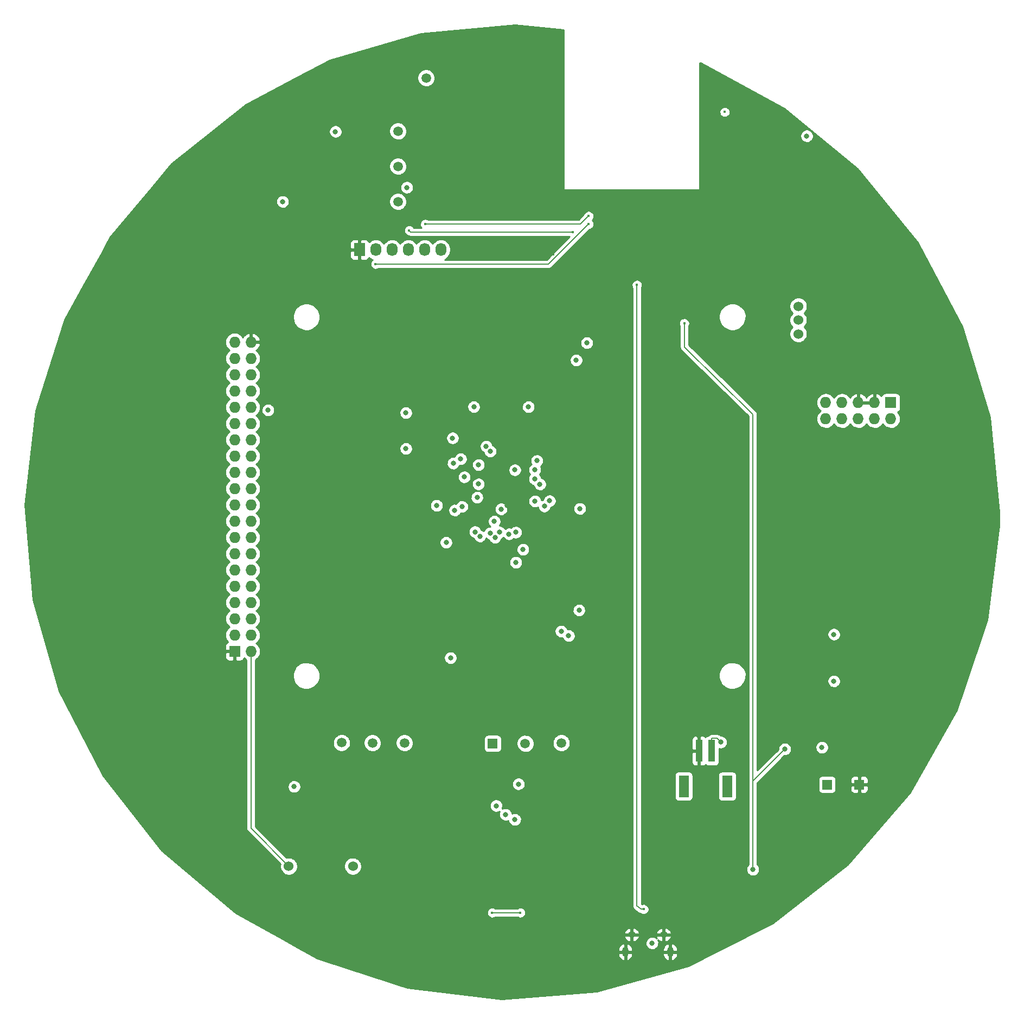
<source format=gbl>
G04 #@! TF.GenerationSoftware,KiCad,Pcbnew,(2016-12-18 revision 3ffa37c)-master*
G04 #@! TF.CreationDate,2016-12-20T15:26:01-08:00*
G04 #@! TF.ProjectId,badge-routed,62616467652D726F757465642E6B6963,rev?*
G04 #@! TF.FileFunction,Copper,L4,Bot,Plane*
G04 #@! TF.FilePolarity,Positive*
%FSLAX46Y46*%
G04 Gerber Fmt 4.6, Leading zero omitted, Abs format (unit mm)*
G04 Created by KiCad (PCBNEW (2016-12-18 revision 3ffa37c)-master) date Tuesday, December 20, 2016 'PMt' 03:26:01 PM*
%MOMM*%
%LPD*%
G01*
G04 APERTURE LIST*
%ADD10C,0.150000*%
%ADD11O,1.727200X1.727200*%
%ADD12R,1.727200X1.727200*%
%ADD13R,1.500000X1.500000*%
%ADD14O,1.000000X1.550000*%
%ADD15O,1.250000X0.950000*%
%ADD16C,1.500000*%
%ADD17R,1.727200X2.032000*%
%ADD18O,1.727200X2.032000*%
%ADD19C,1.524000*%
%ADD20R,1.000000X3.500000*%
%ADD21R,1.600000X3.400000*%
%ADD22C,0.400000*%
%ADD23C,0.800000*%
%ADD24C,0.130000*%
%ADD25C,0.254000*%
G04 APERTURE END LIST*
D10*
D11*
X55040000Y-76940000D03*
X52500000Y-76940000D03*
X55040000Y-79480000D03*
X52500000Y-79480000D03*
X55040000Y-82020000D03*
X52500000Y-82020000D03*
X55040000Y-84560000D03*
X52500000Y-84560000D03*
X55040000Y-87100000D03*
X52500000Y-87100000D03*
X55040000Y-89640000D03*
X52500000Y-89640000D03*
X55040000Y-92180000D03*
X52500000Y-92180000D03*
X55040000Y-94720000D03*
X52500000Y-94720000D03*
X55040000Y-97260000D03*
X52500000Y-97260000D03*
X55040000Y-99800000D03*
X52500000Y-99800000D03*
X55040000Y-102340000D03*
X52500000Y-102340000D03*
X55040000Y-104880000D03*
X52500000Y-104880000D03*
X55040000Y-107420000D03*
X52500000Y-107420000D03*
X55040000Y-109960000D03*
X52500000Y-109960000D03*
X55040000Y-112500000D03*
X52500000Y-112500000D03*
X55040000Y-115040000D03*
X52500000Y-115040000D03*
X55040000Y-117580000D03*
X52500000Y-117580000D03*
X55040000Y-120120000D03*
X52500000Y-120120000D03*
X55040000Y-122660000D03*
X52500000Y-122660000D03*
X55040000Y-125200000D03*
D12*
X52500000Y-125200000D03*
D13*
X150000000Y-146000000D03*
X145000000Y-146000000D03*
X92790000Y-139590000D03*
D14*
X120499100Y-172137460D03*
X113499100Y-172137460D03*
D15*
X119499100Y-169437460D03*
X114499100Y-169437460D03*
D16*
X79000000Y-139500000D03*
X78000000Y-55000000D03*
X78000000Y-44000000D03*
X78000000Y-49500000D03*
X82400000Y-35700000D03*
X103500000Y-139500000D03*
X97870000Y-139590000D03*
X74000000Y-139500000D03*
X69210000Y-139470000D03*
D17*
X72000000Y-62500000D03*
D18*
X74540000Y-62500000D03*
X77080000Y-62500000D03*
X79620000Y-62500000D03*
X82160000Y-62500000D03*
X84700000Y-62500000D03*
D19*
X140500000Y-75650000D03*
X140500000Y-73500000D03*
X140500000Y-71350000D03*
X60960000Y-158750000D03*
X70960000Y-158750000D03*
D12*
X154940000Y-86360000D03*
D11*
X154940000Y-88900000D03*
X152400000Y-86360000D03*
X152400000Y-88900000D03*
X149860000Y-86360000D03*
X149860000Y-88900000D03*
X147320000Y-86360000D03*
X147320000Y-88900000D03*
X144780000Y-86360000D03*
X144780000Y-88900000D03*
D20*
X127000000Y-140725000D03*
X125000000Y-140725000D03*
D21*
X129400000Y-146275000D03*
X122600000Y-146275000D03*
D22*
X102250000Y-63250000D03*
X102250000Y-61500000D03*
X82100000Y-168700000D03*
X82100000Y-172800000D03*
D23*
X149860000Y-73870000D03*
X53316000Y-61119900D03*
X124935300Y-138374700D03*
X146397900Y-132200000D03*
X147729600Y-125130000D03*
X143099600Y-48280300D03*
X110638800Y-118785600D03*
X107475100Y-124940400D03*
X119608900Y-162000000D03*
X87571400Y-100124000D03*
X84916200Y-97601100D03*
D22*
X123373100Y-127112700D03*
D23*
X121875000Y-117903500D03*
X150000000Y-139938300D03*
X55040000Y-71919700D03*
X156129000Y-102620000D03*
X119608900Y-157230000D03*
X103577500Y-75000000D03*
X103577500Y-87196300D03*
X102365300Y-68326200D03*
X77855900Y-96295900D03*
X77855900Y-90636300D03*
X150979400Y-117000000D03*
X154519900Y-103675800D03*
X140211700Y-124878600D03*
X147378200Y-117000000D03*
X57251200Y-47019500D03*
X37539800Y-128289800D03*
X31833700Y-103996800D03*
X49838300Y-131018200D03*
X49838300Y-151660100D03*
X123400100Y-157230000D03*
X76470600Y-101109300D03*
X33663500Y-75940500D03*
X95074900Y-102436500D03*
X98288900Y-90845400D03*
X99343500Y-98294000D03*
X98361200Y-87032800D03*
X89843200Y-87032800D03*
X88364100Y-97984400D03*
X60000000Y-55000000D03*
X57721800Y-87533100D03*
X99373900Y-101752800D03*
X100156400Y-99108800D03*
X79375600Y-52784900D03*
X85521600Y-108206800D03*
X96405600Y-111318700D03*
X96405600Y-106610100D03*
X93156900Y-107438500D03*
D22*
X74500000Y-64750000D03*
X107750000Y-58500000D03*
D23*
X93041600Y-104899800D03*
X61800100Y-146312300D03*
X90764000Y-107234200D03*
X86854600Y-103172600D03*
X90024000Y-106548700D03*
D22*
X82250000Y-58500000D03*
X107750000Y-57250000D03*
D23*
X99367700Y-96863000D03*
D22*
X105250000Y-59750000D03*
X79750000Y-59500000D03*
D23*
X99707600Y-95438000D03*
X88005700Y-102623800D03*
X84040500Y-102432300D03*
X90358200Y-101177200D03*
X86633400Y-95852700D03*
X105824300Y-79741300D03*
X104647800Y-122771700D03*
X87796600Y-95157100D03*
X86525200Y-91899700D03*
X79233100Y-93553100D03*
X79233100Y-87960400D03*
X95333000Y-106886000D03*
X93882200Y-106610100D03*
X94100000Y-103000000D03*
X96250600Y-96876500D03*
X92402500Y-93973900D03*
X86205400Y-126226300D03*
X97514900Y-109277500D03*
X107479500Y-77044600D03*
X117669700Y-170742300D03*
D22*
X115300000Y-68000000D03*
X116350000Y-165450000D03*
X92700000Y-166000000D03*
X97100000Y-166000000D03*
D23*
X68241500Y-44070000D03*
X144173400Y-140186500D03*
X146047300Y-129849300D03*
X141803400Y-44750000D03*
X91763900Y-93183300D03*
X92402700Y-106736300D03*
X100861200Y-102552800D03*
X146050000Y-122554700D03*
X103477400Y-122073600D03*
X128404900Y-139380000D03*
X96248200Y-151455000D03*
X94774900Y-150673700D03*
X96813200Y-145911100D03*
X93329500Y-149301300D03*
D22*
X122700000Y-74000000D03*
D23*
X138384800Y-140457200D03*
X133398200Y-159234600D03*
D22*
X129000000Y-41000000D03*
D23*
X106274600Y-118785600D03*
X90568600Y-99080300D03*
X90568600Y-96070800D03*
X106390400Y-102924600D03*
X101672300Y-101701100D03*
D24*
X102250000Y-61500000D02*
X102250000Y-63250000D01*
X82100000Y-172800000D02*
X82100000Y-168700000D01*
X125000000Y-140725000D02*
X125000000Y-138774700D01*
X57251200Y-57184700D02*
X57251200Y-47019500D01*
X53316000Y-61119900D02*
X57251200Y-57184700D01*
X124935300Y-138774700D02*
X124935300Y-138524600D01*
X125000000Y-138774700D02*
X124935300Y-138774700D01*
X124935300Y-138524600D02*
X124935300Y-138374700D01*
X123373100Y-136962400D02*
X123373100Y-127112700D01*
X124935300Y-138524600D02*
X123373100Y-136962400D01*
X76470600Y-97681200D02*
X76470600Y-101109300D01*
X77855900Y-96295900D02*
X76470600Y-97681200D01*
X101500000Y-64750000D02*
X74500000Y-64750000D01*
X107750000Y-58500000D02*
X101500000Y-64750000D01*
X106500000Y-58500000D02*
X82250000Y-58500000D01*
X107750000Y-57250000D02*
X106500000Y-58500000D01*
X80000000Y-59750000D02*
X105250000Y-59750000D01*
X79750000Y-59500000D02*
X80000000Y-59750000D01*
X115300000Y-164950000D02*
X115300000Y-68000000D01*
X115950000Y-165450000D02*
X115300000Y-164950000D01*
X116500000Y-165450000D02*
X115950000Y-165450000D01*
X116350000Y-165450000D02*
X116500000Y-165450000D01*
X97100000Y-166000000D02*
X92700000Y-166000000D01*
X55040000Y-152830000D02*
X55040000Y-125200000D01*
X60960000Y-158750000D02*
X55040000Y-152830000D01*
X127000000Y-140725000D02*
X127000000Y-138774700D01*
X127799600Y-138774700D02*
X128404900Y-139380000D01*
X127000000Y-138774700D02*
X127799600Y-138774700D01*
X133398200Y-88198200D02*
X122700000Y-77700000D01*
X122700000Y-77700000D02*
X122700000Y-74000000D01*
X133398200Y-88198200D02*
X133398200Y-145443800D01*
X133398200Y-145443800D02*
X133398200Y-159234600D01*
X138384800Y-140457200D02*
X133398200Y-145443800D01*
D25*
G36*
X103873000Y-28215136D02*
X103873000Y-53000000D01*
X103875440Y-53024776D01*
X103882667Y-53048601D01*
X103894403Y-53070557D01*
X103910197Y-53089803D01*
X103929443Y-53105597D01*
X103951399Y-53117333D01*
X103975224Y-53124560D01*
X104000000Y-53127000D01*
X125000000Y-53127000D01*
X125024776Y-53124560D01*
X125048601Y-53117333D01*
X125070557Y-53105597D01*
X125089803Y-53089803D01*
X125105597Y-53070557D01*
X125117333Y-53048601D01*
X125124560Y-53024776D01*
X125127000Y-53000000D01*
X125127000Y-44837026D01*
X140767039Y-44837026D01*
X140803680Y-45036665D01*
X140878400Y-45225386D01*
X140988353Y-45395999D01*
X141129350Y-45542006D01*
X141296022Y-45657846D01*
X141482020Y-45739106D01*
X141680259Y-45782692D01*
X141883188Y-45786943D01*
X142083079Y-45751697D01*
X142272316Y-45678296D01*
X142443693Y-45569537D01*
X142590681Y-45429563D01*
X142707682Y-45263703D01*
X142790239Y-45078278D01*
X142835207Y-44880348D01*
X142838444Y-44648513D01*
X142799020Y-44449405D01*
X142721673Y-44261746D01*
X142609348Y-44092684D01*
X142466326Y-43948660D01*
X142298053Y-43835158D01*
X142110939Y-43756503D01*
X141912110Y-43715689D01*
X141709141Y-43714272D01*
X141509763Y-43752306D01*
X141321568Y-43828341D01*
X141151727Y-43939482D01*
X141006708Y-44081496D01*
X140892034Y-44248972D01*
X140812074Y-44435533D01*
X140769873Y-44634071D01*
X140767039Y-44837026D01*
X125127000Y-44837026D01*
X125127000Y-41070209D01*
X128163903Y-41070209D01*
X128193463Y-41231271D01*
X128253744Y-41383523D01*
X128342450Y-41521168D01*
X128456201Y-41638961D01*
X128590666Y-41732417D01*
X128740722Y-41797974D01*
X128900654Y-41833138D01*
X129064370Y-41836567D01*
X129225634Y-41808132D01*
X129378304Y-41748915D01*
X129516565Y-41661173D01*
X129635149Y-41548246D01*
X129729541Y-41414437D01*
X129796145Y-41264842D01*
X129832424Y-41105160D01*
X129835036Y-40918124D01*
X129803229Y-40757491D01*
X129740828Y-40606095D01*
X129650209Y-40469702D01*
X129534824Y-40353509D01*
X129399068Y-40261940D01*
X129248111Y-40198483D01*
X129087704Y-40165556D01*
X128923956Y-40164413D01*
X128763104Y-40195097D01*
X128611276Y-40256440D01*
X128474254Y-40346104D01*
X128357258Y-40460675D01*
X128264744Y-40595789D01*
X128200235Y-40746300D01*
X128166189Y-40906473D01*
X128163903Y-41070209D01*
X125127000Y-41070209D01*
X125127000Y-33315701D01*
X125277905Y-33362414D01*
X138328358Y-40418767D01*
X149759681Y-49875580D01*
X159136459Y-61372645D01*
X166101532Y-74472043D01*
X170389604Y-88674821D01*
X171837342Y-103440000D01*
X171807704Y-105562529D01*
X169948262Y-120281528D01*
X165265297Y-134359039D01*
X157937183Y-147258853D01*
X148243045Y-158489620D01*
X136552129Y-167623565D01*
X123309739Y-174312777D01*
X109020273Y-178302468D01*
X94228013Y-179440670D01*
X79496391Y-177684031D01*
X65386531Y-173099459D01*
X63892477Y-172264460D01*
X112364100Y-172264460D01*
X112364100Y-172539460D01*
X112410685Y-172758447D01*
X112499097Y-172964138D01*
X112625939Y-173148629D01*
X112786336Y-173304829D01*
X112974124Y-173426736D01*
X113197226Y-173506579D01*
X113372100Y-173380414D01*
X113372100Y-172264460D01*
X113626100Y-172264460D01*
X113626100Y-173380414D01*
X113800974Y-173506579D01*
X114024076Y-173426736D01*
X114211864Y-173304829D01*
X114372261Y-173148629D01*
X114499103Y-172964138D01*
X114587515Y-172758447D01*
X114634100Y-172539460D01*
X114634100Y-172264460D01*
X119364100Y-172264460D01*
X119364100Y-172539460D01*
X119410685Y-172758447D01*
X119499097Y-172964138D01*
X119625939Y-173148629D01*
X119786336Y-173304829D01*
X119974124Y-173426736D01*
X120197226Y-173506579D01*
X120372100Y-173380414D01*
X120372100Y-172264460D01*
X120626100Y-172264460D01*
X120626100Y-173380414D01*
X120800974Y-173506579D01*
X121024076Y-173426736D01*
X121211864Y-173304829D01*
X121372261Y-173148629D01*
X121499103Y-172964138D01*
X121587515Y-172758447D01*
X121634100Y-172539460D01*
X121634100Y-172264460D01*
X120626100Y-172264460D01*
X120372100Y-172264460D01*
X119364100Y-172264460D01*
X114634100Y-172264460D01*
X113626100Y-172264460D01*
X113372100Y-172264460D01*
X112364100Y-172264460D01*
X63892477Y-172264460D01*
X62945943Y-171735460D01*
X112364100Y-171735460D01*
X112364100Y-172010460D01*
X113372100Y-172010460D01*
X113372100Y-170894506D01*
X113626100Y-170894506D01*
X113626100Y-172010460D01*
X114634100Y-172010460D01*
X114634100Y-171735460D01*
X114587515Y-171516473D01*
X114499103Y-171310782D01*
X114372261Y-171126291D01*
X114211864Y-170970091D01*
X114024076Y-170848184D01*
X113971382Y-170829326D01*
X116633339Y-170829326D01*
X116669980Y-171028965D01*
X116744700Y-171217686D01*
X116854653Y-171388299D01*
X116995650Y-171534306D01*
X117162322Y-171650146D01*
X117348320Y-171731406D01*
X117546559Y-171774992D01*
X117749488Y-171779243D01*
X117949379Y-171743997D01*
X117971388Y-171735460D01*
X119364100Y-171735460D01*
X119364100Y-172010460D01*
X120372100Y-172010460D01*
X120372100Y-170894506D01*
X120626100Y-170894506D01*
X120626100Y-172010460D01*
X121634100Y-172010460D01*
X121634100Y-171735460D01*
X121587515Y-171516473D01*
X121499103Y-171310782D01*
X121372261Y-171126291D01*
X121211864Y-170970091D01*
X121024076Y-170848184D01*
X120800974Y-170768341D01*
X120626100Y-170894506D01*
X120372100Y-170894506D01*
X120197226Y-170768341D01*
X119974124Y-170848184D01*
X119786336Y-170970091D01*
X119625939Y-171126291D01*
X119499097Y-171310782D01*
X119410685Y-171516473D01*
X119364100Y-171735460D01*
X117971388Y-171735460D01*
X118138616Y-171670596D01*
X118309993Y-171561837D01*
X118456981Y-171421863D01*
X118573982Y-171256003D01*
X118656539Y-171070578D01*
X118701507Y-170872648D01*
X118704744Y-170640813D01*
X118665320Y-170441705D01*
X118587973Y-170254046D01*
X118563429Y-170217104D01*
X118611629Y-170269136D01*
X118788051Y-170397029D01*
X118986034Y-170488046D01*
X119197969Y-170538690D01*
X119372100Y-170390024D01*
X119372100Y-169564460D01*
X119626100Y-169564460D01*
X119626100Y-170390024D01*
X119800231Y-170538690D01*
X120012166Y-170488046D01*
X120210149Y-170397029D01*
X120386571Y-170269136D01*
X120534653Y-170109282D01*
X120648703Y-169923610D01*
X120718368Y-169735398D01*
X120591834Y-169564460D01*
X119626100Y-169564460D01*
X119372100Y-169564460D01*
X118406366Y-169564460D01*
X118279832Y-169735398D01*
X118349497Y-169923610D01*
X118404795Y-170013635D01*
X118332626Y-169940960D01*
X118164353Y-169827458D01*
X117977239Y-169748803D01*
X117778410Y-169707989D01*
X117575441Y-169706572D01*
X117376063Y-169744606D01*
X117187868Y-169820641D01*
X117018027Y-169931782D01*
X116873008Y-170073796D01*
X116758334Y-170241272D01*
X116678374Y-170427833D01*
X116636173Y-170626371D01*
X116633339Y-170829326D01*
X113971382Y-170829326D01*
X113800974Y-170768341D01*
X113626100Y-170894506D01*
X113372100Y-170894506D01*
X113197226Y-170768341D01*
X112974124Y-170848184D01*
X112786336Y-170970091D01*
X112625939Y-171126291D01*
X112499097Y-171310782D01*
X112410685Y-171516473D01*
X112364100Y-171735460D01*
X62945943Y-171735460D01*
X59367254Y-169735398D01*
X113279832Y-169735398D01*
X113349497Y-169923610D01*
X113463547Y-170109282D01*
X113611629Y-170269136D01*
X113788051Y-170397029D01*
X113986034Y-170488046D01*
X114197969Y-170538690D01*
X114372100Y-170390024D01*
X114372100Y-169564460D01*
X114626100Y-169564460D01*
X114626100Y-170390024D01*
X114800231Y-170538690D01*
X115012166Y-170488046D01*
X115210149Y-170397029D01*
X115386571Y-170269136D01*
X115534653Y-170109282D01*
X115648703Y-169923610D01*
X115718368Y-169735398D01*
X115591834Y-169564460D01*
X114626100Y-169564460D01*
X114372100Y-169564460D01*
X113406366Y-169564460D01*
X113279832Y-169735398D01*
X59367254Y-169735398D01*
X58301060Y-169139522D01*
X113279832Y-169139522D01*
X113406366Y-169310460D01*
X114372100Y-169310460D01*
X114372100Y-168484896D01*
X114626100Y-168484896D01*
X114626100Y-169310460D01*
X115591834Y-169310460D01*
X115718368Y-169139522D01*
X118279832Y-169139522D01*
X118406366Y-169310460D01*
X119372100Y-169310460D01*
X119372100Y-168484896D01*
X119626100Y-168484896D01*
X119626100Y-169310460D01*
X120591834Y-169310460D01*
X120718368Y-169139522D01*
X120648703Y-168951310D01*
X120534653Y-168765638D01*
X120386571Y-168605784D01*
X120210149Y-168477891D01*
X120012166Y-168386874D01*
X119800231Y-168336230D01*
X119626100Y-168484896D01*
X119372100Y-168484896D01*
X119197969Y-168336230D01*
X118986034Y-168386874D01*
X118788051Y-168477891D01*
X118611629Y-168605784D01*
X118463547Y-168765638D01*
X118349497Y-168951310D01*
X118279832Y-169139522D01*
X115718368Y-169139522D01*
X115648703Y-168951310D01*
X115534653Y-168765638D01*
X115386571Y-168605784D01*
X115210149Y-168477891D01*
X115012166Y-168386874D01*
X114800231Y-168336230D01*
X114626100Y-168484896D01*
X114372100Y-168484896D01*
X114197969Y-168336230D01*
X113986034Y-168386874D01*
X113788051Y-168477891D01*
X113611629Y-168605784D01*
X113463547Y-168765638D01*
X113349497Y-168951310D01*
X113279832Y-169139522D01*
X58301060Y-169139522D01*
X52809170Y-166070209D01*
X91863903Y-166070209D01*
X91893463Y-166231271D01*
X91953744Y-166383523D01*
X92042450Y-166521168D01*
X92156201Y-166638961D01*
X92290666Y-166732417D01*
X92440722Y-166797974D01*
X92600654Y-166833138D01*
X92764370Y-166836567D01*
X92925634Y-166808132D01*
X93078304Y-166748915D01*
X93155383Y-166700000D01*
X96644024Y-166700000D01*
X96690666Y-166732417D01*
X96840722Y-166797974D01*
X97000654Y-166833138D01*
X97164370Y-166836567D01*
X97325634Y-166808132D01*
X97478304Y-166748915D01*
X97616565Y-166661173D01*
X97735149Y-166548246D01*
X97829541Y-166414437D01*
X97896145Y-166264842D01*
X97932424Y-166105160D01*
X97935036Y-165918124D01*
X97903229Y-165757491D01*
X97840828Y-165606095D01*
X97750209Y-165469702D01*
X97634824Y-165353509D01*
X97499068Y-165261940D01*
X97348111Y-165198483D01*
X97187704Y-165165556D01*
X97023956Y-165164413D01*
X96863104Y-165195097D01*
X96711276Y-165256440D01*
X96644709Y-165300000D01*
X93155494Y-165300000D01*
X93099068Y-165261940D01*
X92948111Y-165198483D01*
X92787704Y-165165556D01*
X92623956Y-165164413D01*
X92463104Y-165195097D01*
X92311276Y-165256440D01*
X92174254Y-165346104D01*
X92057258Y-165460675D01*
X91964744Y-165595789D01*
X91900235Y-165746300D01*
X91866189Y-165906473D01*
X91863903Y-166070209D01*
X52809170Y-166070209D01*
X52435872Y-165861580D01*
X41137700Y-156246083D01*
X31922361Y-144619218D01*
X25140863Y-131423850D01*
X23438141Y-125485750D01*
X51001400Y-125485750D01*
X51001400Y-126126142D01*
X51025803Y-126248823D01*
X51073670Y-126364385D01*
X51143163Y-126468389D01*
X51231611Y-126556837D01*
X51335615Y-126626330D01*
X51451177Y-126674197D01*
X51573858Y-126698600D01*
X52214250Y-126698600D01*
X52373000Y-126539850D01*
X52373000Y-125327000D01*
X51160150Y-125327000D01*
X51001400Y-125485750D01*
X23438141Y-125485750D01*
X21051511Y-117162586D01*
X19810068Y-102378632D01*
X21463819Y-87635106D01*
X24858807Y-76932749D01*
X51001400Y-76932749D01*
X51001400Y-76947251D01*
X51029941Y-77238331D01*
X51114475Y-77518323D01*
X51251784Y-77776564D01*
X51436637Y-78003216D01*
X51661994Y-78189647D01*
X51697949Y-78209088D01*
X51679422Y-78218774D01*
X51451485Y-78402040D01*
X51263485Y-78626089D01*
X51122584Y-78882388D01*
X51034148Y-79161173D01*
X51001546Y-79451825D01*
X51001400Y-79472749D01*
X51001400Y-79487251D01*
X51029941Y-79778331D01*
X51114475Y-80058323D01*
X51251784Y-80316564D01*
X51436637Y-80543216D01*
X51661994Y-80729647D01*
X51697949Y-80749088D01*
X51679422Y-80758774D01*
X51451485Y-80942040D01*
X51263485Y-81166089D01*
X51122584Y-81422388D01*
X51034148Y-81701173D01*
X51001546Y-81991825D01*
X51001400Y-82012749D01*
X51001400Y-82027251D01*
X51029941Y-82318331D01*
X51114475Y-82598323D01*
X51251784Y-82856564D01*
X51436637Y-83083216D01*
X51661994Y-83269647D01*
X51697949Y-83289088D01*
X51679422Y-83298774D01*
X51451485Y-83482040D01*
X51263485Y-83706089D01*
X51122584Y-83962388D01*
X51034148Y-84241173D01*
X51001546Y-84531825D01*
X51001400Y-84552749D01*
X51001400Y-84567251D01*
X51029941Y-84858331D01*
X51114475Y-85138323D01*
X51251784Y-85396564D01*
X51436637Y-85623216D01*
X51661994Y-85809647D01*
X51697949Y-85829088D01*
X51679422Y-85838774D01*
X51451485Y-86022040D01*
X51263485Y-86246089D01*
X51122584Y-86502388D01*
X51034148Y-86781173D01*
X51001546Y-87071825D01*
X51001400Y-87092749D01*
X51001400Y-87107251D01*
X51029941Y-87398331D01*
X51114475Y-87678323D01*
X51251784Y-87936564D01*
X51436637Y-88163216D01*
X51661994Y-88349647D01*
X51697949Y-88369088D01*
X51679422Y-88378774D01*
X51451485Y-88562040D01*
X51263485Y-88786089D01*
X51122584Y-89042388D01*
X51034148Y-89321173D01*
X51001546Y-89611825D01*
X51001400Y-89632749D01*
X51001400Y-89647251D01*
X51029941Y-89938331D01*
X51114475Y-90218323D01*
X51251784Y-90476564D01*
X51436637Y-90703216D01*
X51661994Y-90889647D01*
X51697949Y-90909088D01*
X51679422Y-90918774D01*
X51451485Y-91102040D01*
X51263485Y-91326089D01*
X51122584Y-91582388D01*
X51034148Y-91861173D01*
X51001546Y-92151825D01*
X51001400Y-92172749D01*
X51001400Y-92187251D01*
X51029941Y-92478331D01*
X51114475Y-92758323D01*
X51251784Y-93016564D01*
X51436637Y-93243216D01*
X51661994Y-93429647D01*
X51697949Y-93449088D01*
X51679422Y-93458774D01*
X51451485Y-93642040D01*
X51263485Y-93866089D01*
X51122584Y-94122388D01*
X51034148Y-94401173D01*
X51001546Y-94691825D01*
X51001400Y-94712749D01*
X51001400Y-94727251D01*
X51029941Y-95018331D01*
X51114475Y-95298323D01*
X51251784Y-95556564D01*
X51436637Y-95783216D01*
X51661994Y-95969647D01*
X51697949Y-95989088D01*
X51679422Y-95998774D01*
X51451485Y-96182040D01*
X51263485Y-96406089D01*
X51122584Y-96662388D01*
X51034148Y-96941173D01*
X51001546Y-97231825D01*
X51001400Y-97252749D01*
X51001400Y-97267251D01*
X51029941Y-97558331D01*
X51114475Y-97838323D01*
X51251784Y-98096564D01*
X51436637Y-98323216D01*
X51661994Y-98509647D01*
X51697949Y-98529088D01*
X51679422Y-98538774D01*
X51451485Y-98722040D01*
X51263485Y-98946089D01*
X51122584Y-99202388D01*
X51034148Y-99481173D01*
X51001546Y-99771825D01*
X51001400Y-99792749D01*
X51001400Y-99807251D01*
X51029941Y-100098331D01*
X51114475Y-100378323D01*
X51251784Y-100636564D01*
X51436637Y-100863216D01*
X51661994Y-101049647D01*
X51697949Y-101069088D01*
X51679422Y-101078774D01*
X51451485Y-101262040D01*
X51263485Y-101486089D01*
X51122584Y-101742388D01*
X51034148Y-102021173D01*
X51001546Y-102311825D01*
X51001400Y-102332749D01*
X51001400Y-102347251D01*
X51029941Y-102638331D01*
X51114475Y-102918323D01*
X51251784Y-103176564D01*
X51436637Y-103403216D01*
X51661994Y-103589647D01*
X51697949Y-103609088D01*
X51679422Y-103618774D01*
X51451485Y-103802040D01*
X51263485Y-104026089D01*
X51122584Y-104282388D01*
X51034148Y-104561173D01*
X51001546Y-104851825D01*
X51001400Y-104872749D01*
X51001400Y-104887251D01*
X51029941Y-105178331D01*
X51114475Y-105458323D01*
X51251784Y-105716564D01*
X51436637Y-105943216D01*
X51661994Y-106129647D01*
X51697949Y-106149088D01*
X51679422Y-106158774D01*
X51451485Y-106342040D01*
X51263485Y-106566089D01*
X51122584Y-106822388D01*
X51034148Y-107101173D01*
X51001546Y-107391825D01*
X51001400Y-107412749D01*
X51001400Y-107427251D01*
X51029941Y-107718331D01*
X51114475Y-107998323D01*
X51251784Y-108256564D01*
X51436637Y-108483216D01*
X51661994Y-108669647D01*
X51697949Y-108689088D01*
X51679422Y-108698774D01*
X51451485Y-108882040D01*
X51263485Y-109106089D01*
X51122584Y-109362388D01*
X51034148Y-109641173D01*
X51001546Y-109931825D01*
X51001400Y-109952749D01*
X51001400Y-109967251D01*
X51029941Y-110258331D01*
X51114475Y-110538323D01*
X51251784Y-110796564D01*
X51436637Y-111023216D01*
X51661994Y-111209647D01*
X51697949Y-111229088D01*
X51679422Y-111238774D01*
X51451485Y-111422040D01*
X51263485Y-111646089D01*
X51122584Y-111902388D01*
X51034148Y-112181173D01*
X51001546Y-112471825D01*
X51001400Y-112492749D01*
X51001400Y-112507251D01*
X51029941Y-112798331D01*
X51114475Y-113078323D01*
X51251784Y-113336564D01*
X51436637Y-113563216D01*
X51661994Y-113749647D01*
X51697949Y-113769088D01*
X51679422Y-113778774D01*
X51451485Y-113962040D01*
X51263485Y-114186089D01*
X51122584Y-114442388D01*
X51034148Y-114721173D01*
X51001546Y-115011825D01*
X51001400Y-115032749D01*
X51001400Y-115047251D01*
X51029941Y-115338331D01*
X51114475Y-115618323D01*
X51251784Y-115876564D01*
X51436637Y-116103216D01*
X51661994Y-116289647D01*
X51697949Y-116309088D01*
X51679422Y-116318774D01*
X51451485Y-116502040D01*
X51263485Y-116726089D01*
X51122584Y-116982388D01*
X51034148Y-117261173D01*
X51001546Y-117551825D01*
X51001400Y-117572749D01*
X51001400Y-117587251D01*
X51029941Y-117878331D01*
X51114475Y-118158323D01*
X51251784Y-118416564D01*
X51436637Y-118643216D01*
X51661994Y-118829647D01*
X51697949Y-118849088D01*
X51679422Y-118858774D01*
X51451485Y-119042040D01*
X51263485Y-119266089D01*
X51122584Y-119522388D01*
X51034148Y-119801173D01*
X51001546Y-120091825D01*
X51001400Y-120112749D01*
X51001400Y-120127251D01*
X51029941Y-120418331D01*
X51114475Y-120698323D01*
X51251784Y-120956564D01*
X51436637Y-121183216D01*
X51661994Y-121369647D01*
X51697949Y-121389088D01*
X51679422Y-121398774D01*
X51451485Y-121582040D01*
X51263485Y-121806089D01*
X51122584Y-122062388D01*
X51034148Y-122341173D01*
X51001546Y-122631825D01*
X51001400Y-122652749D01*
X51001400Y-122667251D01*
X51029941Y-122958331D01*
X51114475Y-123238323D01*
X51251784Y-123496564D01*
X51436637Y-123723216D01*
X51443572Y-123728953D01*
X51335615Y-123773670D01*
X51231611Y-123843163D01*
X51143163Y-123931611D01*
X51073670Y-124035615D01*
X51025803Y-124151177D01*
X51001400Y-124273858D01*
X51001400Y-124914250D01*
X51160150Y-125073000D01*
X52373000Y-125073000D01*
X52373000Y-125053000D01*
X52627000Y-125053000D01*
X52627000Y-125073000D01*
X52647000Y-125073000D01*
X52647000Y-125327000D01*
X52627000Y-125327000D01*
X52627000Y-126539850D01*
X52785750Y-126698600D01*
X53426142Y-126698600D01*
X53548823Y-126674197D01*
X53664385Y-126626330D01*
X53768389Y-126556837D01*
X53856837Y-126468389D01*
X53926330Y-126364385D01*
X53971065Y-126256384D01*
X53976637Y-126263216D01*
X54201994Y-126449647D01*
X54340000Y-126524267D01*
X54340000Y-152830000D01*
X54346318Y-152894437D01*
X54351946Y-152958766D01*
X54352971Y-152962295D01*
X54353331Y-152965964D01*
X54372030Y-153027896D01*
X54390060Y-153089958D01*
X54391755Y-153093228D01*
X54392818Y-153096749D01*
X54423176Y-153153845D01*
X54452931Y-153211247D01*
X54455226Y-153214121D01*
X54456955Y-153217374D01*
X54497847Y-153267513D01*
X54538162Y-153318015D01*
X54543213Y-153323138D01*
X54543300Y-153323244D01*
X54543398Y-153323325D01*
X54545025Y-153324975D01*
X59608565Y-158388515D01*
X59564989Y-158593524D01*
X59561164Y-158867464D01*
X59610620Y-159136928D01*
X59711474Y-159391655D01*
X59859883Y-159621942D01*
X60050196Y-159819016D01*
X60275163Y-159975372D01*
X60526215Y-160085054D01*
X60793789Y-160143884D01*
X61067695Y-160149622D01*
X61337499Y-160102048D01*
X61592923Y-160002975D01*
X61824240Y-159856177D01*
X62022639Y-159667245D01*
X62180561Y-159443375D01*
X62291993Y-159193095D01*
X62352690Y-158925938D01*
X62353506Y-158867464D01*
X69561164Y-158867464D01*
X69610620Y-159136928D01*
X69711474Y-159391655D01*
X69859883Y-159621942D01*
X70050196Y-159819016D01*
X70275163Y-159975372D01*
X70526215Y-160085054D01*
X70793789Y-160143884D01*
X71067695Y-160149622D01*
X71337499Y-160102048D01*
X71592923Y-160002975D01*
X71824240Y-159856177D01*
X72022639Y-159667245D01*
X72180561Y-159443375D01*
X72291993Y-159193095D01*
X72352690Y-158925938D01*
X72357059Y-158613017D01*
X72303846Y-158344269D01*
X72199446Y-158090975D01*
X72047835Y-157862783D01*
X71854790Y-157668385D01*
X71627662Y-157515185D01*
X71375103Y-157409019D01*
X71106733Y-157353931D01*
X70832774Y-157352018D01*
X70563661Y-157403354D01*
X70309644Y-157505984D01*
X70080399Y-157655997D01*
X69884658Y-157847681D01*
X69729877Y-158073734D01*
X69621950Y-158325546D01*
X69564989Y-158593524D01*
X69561164Y-158867464D01*
X62353506Y-158867464D01*
X62357059Y-158613017D01*
X62303846Y-158344269D01*
X62199446Y-158090975D01*
X62047835Y-157862783D01*
X61854790Y-157668385D01*
X61627662Y-157515185D01*
X61375103Y-157409019D01*
X61106733Y-157353931D01*
X60832774Y-157352018D01*
X60596953Y-157397003D01*
X55740000Y-152540050D01*
X55740000Y-149388326D01*
X92293139Y-149388326D01*
X92329780Y-149587965D01*
X92404500Y-149776686D01*
X92514453Y-149947299D01*
X92655450Y-150093306D01*
X92822122Y-150209146D01*
X93008120Y-150290406D01*
X93206359Y-150333992D01*
X93409288Y-150338243D01*
X93609179Y-150302997D01*
X93798416Y-150229596D01*
X93854350Y-150194099D01*
X93783574Y-150359233D01*
X93741373Y-150557771D01*
X93738539Y-150760726D01*
X93775180Y-150960365D01*
X93849900Y-151149086D01*
X93959853Y-151319699D01*
X94100850Y-151465706D01*
X94267522Y-151581546D01*
X94453520Y-151662806D01*
X94651759Y-151706392D01*
X94854688Y-151710643D01*
X95054579Y-151675397D01*
X95224239Y-151609589D01*
X95248480Y-151741665D01*
X95323200Y-151930386D01*
X95433153Y-152100999D01*
X95574150Y-152247006D01*
X95740822Y-152362846D01*
X95926820Y-152444106D01*
X96125059Y-152487692D01*
X96327988Y-152491943D01*
X96527879Y-152456697D01*
X96717116Y-152383296D01*
X96888493Y-152274537D01*
X97035481Y-152134563D01*
X97152482Y-151968703D01*
X97235039Y-151783278D01*
X97280007Y-151585348D01*
X97283244Y-151353513D01*
X97243820Y-151154405D01*
X97166473Y-150966746D01*
X97054148Y-150797684D01*
X96911126Y-150653660D01*
X96742853Y-150540158D01*
X96555739Y-150461503D01*
X96356910Y-150420689D01*
X96153941Y-150419272D01*
X95954563Y-150457306D01*
X95799590Y-150519919D01*
X95770520Y-150373105D01*
X95693173Y-150185446D01*
X95580848Y-150016384D01*
X95437826Y-149872360D01*
X95269553Y-149758858D01*
X95082439Y-149680203D01*
X94883610Y-149639389D01*
X94680641Y-149637972D01*
X94481263Y-149676006D01*
X94293068Y-149752041D01*
X94248965Y-149780901D01*
X94316339Y-149629578D01*
X94361307Y-149431648D01*
X94364544Y-149199813D01*
X94325120Y-149000705D01*
X94247773Y-148813046D01*
X94135448Y-148643984D01*
X93992426Y-148499960D01*
X93824153Y-148386458D01*
X93637039Y-148307803D01*
X93438210Y-148266989D01*
X93235241Y-148265572D01*
X93035863Y-148303606D01*
X92847668Y-148379641D01*
X92677827Y-148490782D01*
X92532808Y-148632796D01*
X92418134Y-148800272D01*
X92338174Y-148986833D01*
X92295973Y-149185371D01*
X92293139Y-149388326D01*
X55740000Y-149388326D01*
X55740000Y-146399326D01*
X60763739Y-146399326D01*
X60800380Y-146598965D01*
X60875100Y-146787686D01*
X60985053Y-146958299D01*
X61126050Y-147104306D01*
X61292722Y-147220146D01*
X61478720Y-147301406D01*
X61676959Y-147344992D01*
X61879888Y-147349243D01*
X62079779Y-147313997D01*
X62269016Y-147240596D01*
X62440393Y-147131837D01*
X62587381Y-146991863D01*
X62704382Y-146826003D01*
X62786939Y-146640578D01*
X62831907Y-146442648D01*
X62835144Y-146210813D01*
X62795720Y-146011705D01*
X62790124Y-145998126D01*
X95776839Y-145998126D01*
X95813480Y-146197765D01*
X95888200Y-146386486D01*
X95998153Y-146557099D01*
X96139150Y-146703106D01*
X96305822Y-146818946D01*
X96491820Y-146900206D01*
X96690059Y-146943792D01*
X96892988Y-146948043D01*
X97092879Y-146912797D01*
X97282116Y-146839396D01*
X97453493Y-146730637D01*
X97600481Y-146590663D01*
X97717482Y-146424803D01*
X97800039Y-146239378D01*
X97845007Y-146041448D01*
X97848244Y-145809613D01*
X97808820Y-145610505D01*
X97731473Y-145422846D01*
X97619148Y-145253784D01*
X97476126Y-145109760D01*
X97307853Y-144996258D01*
X97120739Y-144917603D01*
X96921910Y-144876789D01*
X96718941Y-144875372D01*
X96519563Y-144913406D01*
X96331368Y-144989441D01*
X96161527Y-145100582D01*
X96016508Y-145242596D01*
X95901834Y-145410072D01*
X95821874Y-145596633D01*
X95779673Y-145795171D01*
X95776839Y-145998126D01*
X62790124Y-145998126D01*
X62718373Y-145824046D01*
X62606048Y-145654984D01*
X62463026Y-145510960D01*
X62294753Y-145397458D01*
X62107639Y-145318803D01*
X61908810Y-145277989D01*
X61705841Y-145276572D01*
X61506463Y-145314606D01*
X61318268Y-145390641D01*
X61148427Y-145501782D01*
X61003408Y-145643796D01*
X60888734Y-145811272D01*
X60808774Y-145997833D01*
X60766573Y-146196371D01*
X60763739Y-146399326D01*
X55740000Y-146399326D01*
X55740000Y-139586455D01*
X67823180Y-139586455D01*
X67872211Y-139853605D01*
X67972198Y-140106144D01*
X68119333Y-140334452D01*
X68308011Y-140529834D01*
X68531045Y-140684847D01*
X68779941Y-140793586D01*
X69045217Y-140851911D01*
X69316770Y-140857599D01*
X69584256Y-140810434D01*
X69837487Y-140712213D01*
X70066817Y-140566675D01*
X70263511Y-140379366D01*
X70420077Y-140157419D01*
X70530552Y-139909289D01*
X70590727Y-139644426D01*
X70591117Y-139616455D01*
X72613180Y-139616455D01*
X72662211Y-139883605D01*
X72762198Y-140136144D01*
X72909333Y-140364452D01*
X73098011Y-140559834D01*
X73321045Y-140714847D01*
X73569941Y-140823586D01*
X73835217Y-140881911D01*
X74106770Y-140887599D01*
X74374256Y-140840434D01*
X74627487Y-140742213D01*
X74856817Y-140596675D01*
X75053511Y-140409366D01*
X75210077Y-140187419D01*
X75320552Y-139939289D01*
X75380727Y-139674426D01*
X75381536Y-139616455D01*
X77613180Y-139616455D01*
X77662211Y-139883605D01*
X77762198Y-140136144D01*
X77909333Y-140364452D01*
X78098011Y-140559834D01*
X78321045Y-140714847D01*
X78569941Y-140823586D01*
X78835217Y-140881911D01*
X79106770Y-140887599D01*
X79374256Y-140840434D01*
X79627487Y-140742213D01*
X79856817Y-140596675D01*
X80053511Y-140409366D01*
X80210077Y-140187419D01*
X80320552Y-139939289D01*
X80380727Y-139674426D01*
X80385059Y-139364194D01*
X80332303Y-139097754D01*
X80228799Y-138846636D01*
X80224391Y-138840000D01*
X91401928Y-138840000D01*
X91401928Y-140340000D01*
X91414188Y-140464482D01*
X91450498Y-140584180D01*
X91509463Y-140694494D01*
X91588815Y-140791185D01*
X91685506Y-140870537D01*
X91795820Y-140929502D01*
X91915518Y-140965812D01*
X92040000Y-140978072D01*
X93540000Y-140978072D01*
X93664482Y-140965812D01*
X93784180Y-140929502D01*
X93894494Y-140870537D01*
X93991185Y-140791185D01*
X94070537Y-140694494D01*
X94129502Y-140584180D01*
X94165812Y-140464482D01*
X94178072Y-140340000D01*
X94178072Y-139706455D01*
X96483180Y-139706455D01*
X96532211Y-139973605D01*
X96632198Y-140226144D01*
X96779333Y-140454452D01*
X96968011Y-140649834D01*
X97191045Y-140804847D01*
X97439941Y-140913586D01*
X97705217Y-140971911D01*
X97976770Y-140977599D01*
X98244256Y-140930434D01*
X98497487Y-140832213D01*
X98726817Y-140686675D01*
X98923511Y-140499366D01*
X99080077Y-140277419D01*
X99190552Y-140029289D01*
X99250727Y-139764426D01*
X99252793Y-139616455D01*
X102113180Y-139616455D01*
X102162211Y-139883605D01*
X102262198Y-140136144D01*
X102409333Y-140364452D01*
X102598011Y-140559834D01*
X102821045Y-140714847D01*
X103069941Y-140823586D01*
X103335217Y-140881911D01*
X103606770Y-140887599D01*
X103874256Y-140840434D01*
X104127487Y-140742213D01*
X104356817Y-140596675D01*
X104553511Y-140409366D01*
X104710077Y-140187419D01*
X104820552Y-139939289D01*
X104880727Y-139674426D01*
X104885059Y-139364194D01*
X104832303Y-139097754D01*
X104728799Y-138846636D01*
X104578491Y-138620404D01*
X104387104Y-138427676D01*
X104161927Y-138275792D01*
X103911537Y-138170538D01*
X103645472Y-138115923D01*
X103373867Y-138114027D01*
X103107065Y-138164922D01*
X102855230Y-138266670D01*
X102627955Y-138415395D01*
X102433895Y-138605432D01*
X102280443Y-138829543D01*
X102173444Y-139079192D01*
X102116972Y-139344869D01*
X102113180Y-139616455D01*
X99252793Y-139616455D01*
X99255059Y-139454194D01*
X99202303Y-139187754D01*
X99098799Y-138936636D01*
X98948491Y-138710404D01*
X98757104Y-138517676D01*
X98531927Y-138365792D01*
X98281537Y-138260538D01*
X98015472Y-138205923D01*
X97743867Y-138204027D01*
X97477065Y-138254922D01*
X97225230Y-138356670D01*
X96997955Y-138505395D01*
X96803895Y-138695432D01*
X96650443Y-138919543D01*
X96543444Y-139169192D01*
X96486972Y-139434869D01*
X96483180Y-139706455D01*
X94178072Y-139706455D01*
X94178072Y-138840000D01*
X94165812Y-138715518D01*
X94129502Y-138595820D01*
X94070537Y-138485506D01*
X93991185Y-138388815D01*
X93894494Y-138309463D01*
X93784180Y-138250498D01*
X93664482Y-138214188D01*
X93540000Y-138201928D01*
X92040000Y-138201928D01*
X91915518Y-138214188D01*
X91795820Y-138250498D01*
X91685506Y-138309463D01*
X91588815Y-138388815D01*
X91509463Y-138485506D01*
X91450498Y-138595820D01*
X91414188Y-138715518D01*
X91401928Y-138840000D01*
X80224391Y-138840000D01*
X80078491Y-138620404D01*
X79887104Y-138427676D01*
X79661927Y-138275792D01*
X79411537Y-138170538D01*
X79145472Y-138115923D01*
X78873867Y-138114027D01*
X78607065Y-138164922D01*
X78355230Y-138266670D01*
X78127955Y-138415395D01*
X77933895Y-138605432D01*
X77780443Y-138829543D01*
X77673444Y-139079192D01*
X77616972Y-139344869D01*
X77613180Y-139616455D01*
X75381536Y-139616455D01*
X75385059Y-139364194D01*
X75332303Y-139097754D01*
X75228799Y-138846636D01*
X75078491Y-138620404D01*
X74887104Y-138427676D01*
X74661927Y-138275792D01*
X74411537Y-138170538D01*
X74145472Y-138115923D01*
X73873867Y-138114027D01*
X73607065Y-138164922D01*
X73355230Y-138266670D01*
X73127955Y-138415395D01*
X72933895Y-138605432D01*
X72780443Y-138829543D01*
X72673444Y-139079192D01*
X72616972Y-139344869D01*
X72613180Y-139616455D01*
X70591117Y-139616455D01*
X70595059Y-139334194D01*
X70542303Y-139067754D01*
X70438799Y-138816636D01*
X70288491Y-138590404D01*
X70097104Y-138397676D01*
X69871927Y-138245792D01*
X69621537Y-138140538D01*
X69355472Y-138085923D01*
X69083867Y-138084027D01*
X68817065Y-138134922D01*
X68565230Y-138236670D01*
X68337955Y-138385395D01*
X68143895Y-138575432D01*
X67990443Y-138799543D01*
X67883444Y-139049192D01*
X67826972Y-139314869D01*
X67823180Y-139586455D01*
X55740000Y-139586455D01*
X55740000Y-129179517D01*
X61562194Y-129179517D01*
X61637776Y-129591333D01*
X61791908Y-129980626D01*
X62018719Y-130332567D01*
X62309569Y-130633751D01*
X62653380Y-130872706D01*
X63037057Y-131040330D01*
X63445984Y-131130239D01*
X63864588Y-131139007D01*
X64276922Y-131066302D01*
X64667281Y-130914891D01*
X65020797Y-130690543D01*
X65324004Y-130401803D01*
X65565354Y-130059668D01*
X65735652Y-129677171D01*
X65828413Y-129268881D01*
X65835091Y-128790652D01*
X65753766Y-128379931D01*
X65594214Y-127992829D01*
X65362512Y-127644089D01*
X65067485Y-127346995D01*
X64720371Y-127112864D01*
X64334391Y-126950613D01*
X63924248Y-126866422D01*
X63505563Y-126863499D01*
X63094284Y-126941955D01*
X62706077Y-127098801D01*
X62355728Y-127328063D01*
X62056582Y-127621008D01*
X61820033Y-127966479D01*
X61655091Y-128351317D01*
X61568040Y-128760862D01*
X61562194Y-129179517D01*
X55740000Y-129179517D01*
X55740000Y-126524263D01*
X55860578Y-126461226D01*
X56044528Y-126313326D01*
X85169039Y-126313326D01*
X85205680Y-126512965D01*
X85280400Y-126701686D01*
X85390353Y-126872299D01*
X85531350Y-127018306D01*
X85698022Y-127134146D01*
X85884020Y-127215406D01*
X86082259Y-127258992D01*
X86285188Y-127263243D01*
X86485079Y-127227997D01*
X86674316Y-127154596D01*
X86845693Y-127045837D01*
X86992681Y-126905863D01*
X87109682Y-126740003D01*
X87192239Y-126554578D01*
X87237207Y-126356648D01*
X87240444Y-126124813D01*
X87201020Y-125925705D01*
X87123673Y-125738046D01*
X87011348Y-125568984D01*
X86868326Y-125424960D01*
X86700053Y-125311458D01*
X86512939Y-125232803D01*
X86314110Y-125191989D01*
X86111141Y-125190572D01*
X85911763Y-125228606D01*
X85723568Y-125304641D01*
X85553727Y-125415782D01*
X85408708Y-125557796D01*
X85294034Y-125725272D01*
X85214074Y-125911833D01*
X85171873Y-126110371D01*
X85169039Y-126313326D01*
X56044528Y-126313326D01*
X56088515Y-126277960D01*
X56276515Y-126053911D01*
X56417416Y-125797612D01*
X56505852Y-125518827D01*
X56538454Y-125228175D01*
X56538600Y-125207251D01*
X56538600Y-125192749D01*
X56510059Y-124901669D01*
X56425525Y-124621677D01*
X56288216Y-124363436D01*
X56103363Y-124136784D01*
X55878006Y-123950353D01*
X55842051Y-123930912D01*
X55860578Y-123921226D01*
X56088515Y-123737960D01*
X56276515Y-123513911D01*
X56417416Y-123257612D01*
X56505852Y-122978827D01*
X56538454Y-122688175D01*
X56538600Y-122667251D01*
X56538600Y-122652749D01*
X56510059Y-122361669D01*
X56449361Y-122160626D01*
X102441039Y-122160626D01*
X102477680Y-122360265D01*
X102552400Y-122548986D01*
X102662353Y-122719599D01*
X102803350Y-122865606D01*
X102970022Y-122981446D01*
X103156020Y-123062706D01*
X103354259Y-123106292D01*
X103557188Y-123110543D01*
X103661459Y-123092157D01*
X103722800Y-123247086D01*
X103832753Y-123417699D01*
X103973750Y-123563706D01*
X104140422Y-123679546D01*
X104326420Y-123760806D01*
X104524659Y-123804392D01*
X104727588Y-123808643D01*
X104927479Y-123773397D01*
X105116716Y-123699996D01*
X105288093Y-123591237D01*
X105435081Y-123451263D01*
X105552082Y-123285403D01*
X105634639Y-123099978D01*
X105679607Y-122902048D01*
X105682844Y-122670213D01*
X105643420Y-122471105D01*
X105566073Y-122283446D01*
X105453748Y-122114384D01*
X105310726Y-121970360D01*
X105142453Y-121856858D01*
X104955339Y-121778203D01*
X104756510Y-121737389D01*
X104553541Y-121735972D01*
X104464738Y-121752912D01*
X104395673Y-121585346D01*
X104283348Y-121416284D01*
X104140326Y-121272260D01*
X103972053Y-121158758D01*
X103784939Y-121080103D01*
X103586110Y-121039289D01*
X103383141Y-121037872D01*
X103183763Y-121075906D01*
X102995568Y-121151941D01*
X102825727Y-121263082D01*
X102680708Y-121405096D01*
X102566034Y-121572572D01*
X102486074Y-121759133D01*
X102443873Y-121957671D01*
X102441039Y-122160626D01*
X56449361Y-122160626D01*
X56425525Y-122081677D01*
X56288216Y-121823436D01*
X56103363Y-121596784D01*
X55878006Y-121410353D01*
X55842051Y-121390912D01*
X55860578Y-121381226D01*
X56088515Y-121197960D01*
X56276515Y-120973911D01*
X56417416Y-120717612D01*
X56505852Y-120438827D01*
X56538454Y-120148175D01*
X56538600Y-120127251D01*
X56538600Y-120112749D01*
X56510059Y-119821669D01*
X56425525Y-119541677D01*
X56288216Y-119283436D01*
X56103363Y-119056784D01*
X55880754Y-118872626D01*
X105238239Y-118872626D01*
X105274880Y-119072265D01*
X105349600Y-119260986D01*
X105459553Y-119431599D01*
X105600550Y-119577606D01*
X105767222Y-119693446D01*
X105953220Y-119774706D01*
X106151459Y-119818292D01*
X106354388Y-119822543D01*
X106554279Y-119787297D01*
X106743516Y-119713896D01*
X106914893Y-119605137D01*
X107061881Y-119465163D01*
X107178882Y-119299303D01*
X107261439Y-119113878D01*
X107306407Y-118915948D01*
X107309644Y-118684113D01*
X107270220Y-118485005D01*
X107192873Y-118297346D01*
X107080548Y-118128284D01*
X106937526Y-117984260D01*
X106769253Y-117870758D01*
X106582139Y-117792103D01*
X106383310Y-117751289D01*
X106180341Y-117749872D01*
X105980963Y-117787906D01*
X105792768Y-117863941D01*
X105622927Y-117975082D01*
X105477908Y-118117096D01*
X105363234Y-118284572D01*
X105283274Y-118471133D01*
X105241073Y-118669671D01*
X105238239Y-118872626D01*
X55880754Y-118872626D01*
X55878006Y-118870353D01*
X55842051Y-118850912D01*
X55860578Y-118841226D01*
X56088515Y-118657960D01*
X56276515Y-118433911D01*
X56417416Y-118177612D01*
X56505852Y-117898827D01*
X56538454Y-117608175D01*
X56538600Y-117587251D01*
X56538600Y-117572749D01*
X56510059Y-117281669D01*
X56425525Y-117001677D01*
X56288216Y-116743436D01*
X56103363Y-116516784D01*
X55878006Y-116330353D01*
X55842051Y-116310912D01*
X55860578Y-116301226D01*
X56088515Y-116117960D01*
X56276515Y-115893911D01*
X56417416Y-115637612D01*
X56505852Y-115358827D01*
X56538454Y-115068175D01*
X56538600Y-115047251D01*
X56538600Y-115032749D01*
X56510059Y-114741669D01*
X56425525Y-114461677D01*
X56288216Y-114203436D01*
X56103363Y-113976784D01*
X55878006Y-113790353D01*
X55842051Y-113770912D01*
X55860578Y-113761226D01*
X56088515Y-113577960D01*
X56276515Y-113353911D01*
X56417416Y-113097612D01*
X56505852Y-112818827D01*
X56538454Y-112528175D01*
X56538600Y-112507251D01*
X56538600Y-112492749D01*
X56510059Y-112201669D01*
X56425525Y-111921677D01*
X56288216Y-111663436D01*
X56103363Y-111436784D01*
X56065821Y-111405726D01*
X95369239Y-111405726D01*
X95405880Y-111605365D01*
X95480600Y-111794086D01*
X95590553Y-111964699D01*
X95731550Y-112110706D01*
X95898222Y-112226546D01*
X96084220Y-112307806D01*
X96282459Y-112351392D01*
X96485388Y-112355643D01*
X96685279Y-112320397D01*
X96874516Y-112246996D01*
X97045893Y-112138237D01*
X97192881Y-111998263D01*
X97309882Y-111832403D01*
X97392439Y-111646978D01*
X97437407Y-111449048D01*
X97440644Y-111217213D01*
X97401220Y-111018105D01*
X97323873Y-110830446D01*
X97211548Y-110661384D01*
X97068526Y-110517360D01*
X96900253Y-110403858D01*
X96713139Y-110325203D01*
X96514310Y-110284389D01*
X96311341Y-110282972D01*
X96111963Y-110321006D01*
X95923768Y-110397041D01*
X95753927Y-110508182D01*
X95608908Y-110650196D01*
X95494234Y-110817672D01*
X95414274Y-111004233D01*
X95372073Y-111202771D01*
X95369239Y-111405726D01*
X56065821Y-111405726D01*
X55878006Y-111250353D01*
X55842051Y-111230912D01*
X55860578Y-111221226D01*
X56088515Y-111037960D01*
X56276515Y-110813911D01*
X56417416Y-110557612D01*
X56505852Y-110278827D01*
X56538454Y-109988175D01*
X56538600Y-109967251D01*
X56538600Y-109952749D01*
X56510059Y-109661669D01*
X56425525Y-109381677D01*
X56416406Y-109364526D01*
X96478539Y-109364526D01*
X96515180Y-109564165D01*
X96589900Y-109752886D01*
X96699853Y-109923499D01*
X96840850Y-110069506D01*
X97007522Y-110185346D01*
X97193520Y-110266606D01*
X97391759Y-110310192D01*
X97594688Y-110314443D01*
X97794579Y-110279197D01*
X97983816Y-110205796D01*
X98155193Y-110097037D01*
X98302181Y-109957063D01*
X98419182Y-109791203D01*
X98501739Y-109605778D01*
X98546707Y-109407848D01*
X98549944Y-109176013D01*
X98510520Y-108976905D01*
X98433173Y-108789246D01*
X98320848Y-108620184D01*
X98177826Y-108476160D01*
X98009553Y-108362658D01*
X97822439Y-108284003D01*
X97623610Y-108243189D01*
X97420641Y-108241772D01*
X97221263Y-108279806D01*
X97033068Y-108355841D01*
X96863227Y-108466982D01*
X96718208Y-108608996D01*
X96603534Y-108776472D01*
X96523574Y-108963033D01*
X96481373Y-109161571D01*
X96478539Y-109364526D01*
X56416406Y-109364526D01*
X56288216Y-109123436D01*
X56103363Y-108896784D01*
X55878006Y-108710353D01*
X55842051Y-108690912D01*
X55860578Y-108681226D01*
X56088515Y-108497960D01*
X56259804Y-108293826D01*
X84485239Y-108293826D01*
X84521880Y-108493465D01*
X84596600Y-108682186D01*
X84706553Y-108852799D01*
X84847550Y-108998806D01*
X85014222Y-109114646D01*
X85200220Y-109195906D01*
X85398459Y-109239492D01*
X85601388Y-109243743D01*
X85801279Y-109208497D01*
X85990516Y-109135096D01*
X86161893Y-109026337D01*
X86308881Y-108886363D01*
X86425882Y-108720503D01*
X86508439Y-108535078D01*
X86553407Y-108337148D01*
X86556644Y-108105313D01*
X86517220Y-107906205D01*
X86439873Y-107718546D01*
X86327548Y-107549484D01*
X86184526Y-107405460D01*
X86016253Y-107291958D01*
X85829139Y-107213303D01*
X85630310Y-107172489D01*
X85427341Y-107171072D01*
X85227963Y-107209106D01*
X85039768Y-107285141D01*
X84869927Y-107396282D01*
X84724908Y-107538296D01*
X84610234Y-107705772D01*
X84530274Y-107892333D01*
X84488073Y-108090871D01*
X84485239Y-108293826D01*
X56259804Y-108293826D01*
X56276515Y-108273911D01*
X56417416Y-108017612D01*
X56505852Y-107738827D01*
X56538454Y-107448175D01*
X56538600Y-107427251D01*
X56538600Y-107412749D01*
X56510059Y-107121669D01*
X56425525Y-106841677D01*
X56316020Y-106635726D01*
X88987639Y-106635726D01*
X89024280Y-106835365D01*
X89099000Y-107024086D01*
X89208953Y-107194699D01*
X89349950Y-107340706D01*
X89516622Y-107456546D01*
X89702620Y-107537806D01*
X89777506Y-107554271D01*
X89839000Y-107709586D01*
X89948953Y-107880199D01*
X90089950Y-108026206D01*
X90256622Y-108142046D01*
X90442620Y-108223306D01*
X90640859Y-108266892D01*
X90843788Y-108271143D01*
X91043679Y-108235897D01*
X91232916Y-108162496D01*
X91404293Y-108053737D01*
X91551281Y-107913763D01*
X91668282Y-107747903D01*
X91750839Y-107562478D01*
X91754518Y-107546285D01*
X91895322Y-107644146D01*
X92081320Y-107725406D01*
X92164518Y-107743698D01*
X92231900Y-107913886D01*
X92341853Y-108084499D01*
X92482850Y-108230506D01*
X92649522Y-108346346D01*
X92835520Y-108427606D01*
X93033759Y-108471192D01*
X93236688Y-108475443D01*
X93436579Y-108440197D01*
X93625816Y-108366796D01*
X93797193Y-108258037D01*
X93944181Y-108118063D01*
X94061182Y-107952203D01*
X94143739Y-107766778D01*
X94180599Y-107604536D01*
X94351116Y-107538396D01*
X94472451Y-107461394D01*
X94517953Y-107531999D01*
X94658950Y-107678006D01*
X94825622Y-107793846D01*
X95011620Y-107875106D01*
X95209859Y-107918692D01*
X95412788Y-107922943D01*
X95612679Y-107887697D01*
X95801916Y-107814296D01*
X95973293Y-107705537D01*
X96084815Y-107599337D01*
X96282459Y-107642792D01*
X96485388Y-107647043D01*
X96685279Y-107611797D01*
X96874516Y-107538396D01*
X97045893Y-107429637D01*
X97192881Y-107289663D01*
X97309882Y-107123803D01*
X97392439Y-106938378D01*
X97437407Y-106740448D01*
X97440644Y-106508613D01*
X97401220Y-106309505D01*
X97323873Y-106121846D01*
X97211548Y-105952784D01*
X97068526Y-105808760D01*
X96900253Y-105695258D01*
X96713139Y-105616603D01*
X96514310Y-105575789D01*
X96311341Y-105574372D01*
X96111963Y-105612406D01*
X95923768Y-105688441D01*
X95753927Y-105799582D01*
X95653483Y-105897944D01*
X95640539Y-105892503D01*
X95441710Y-105851689D01*
X95238741Y-105850272D01*
X95039363Y-105888306D01*
X94851168Y-105964341D01*
X94742899Y-106035190D01*
X94688148Y-105952784D01*
X94545126Y-105808760D01*
X94376853Y-105695258D01*
X94189739Y-105616603D01*
X93990910Y-105575789D01*
X93832184Y-105574681D01*
X93945882Y-105413503D01*
X94028439Y-105228078D01*
X94073407Y-105030148D01*
X94076644Y-104798313D01*
X94037220Y-104599205D01*
X93959873Y-104411546D01*
X93847548Y-104242484D01*
X93704526Y-104098460D01*
X93536253Y-103984958D01*
X93349139Y-103906303D01*
X93150310Y-103865489D01*
X92947341Y-103864072D01*
X92747963Y-103902106D01*
X92559768Y-103978141D01*
X92389927Y-104089282D01*
X92244908Y-104231296D01*
X92130234Y-104398772D01*
X92050274Y-104585333D01*
X92008073Y-104783871D01*
X92005239Y-104986826D01*
X92041880Y-105186465D01*
X92116600Y-105375186D01*
X92226553Y-105545799D01*
X92367550Y-105691806D01*
X92380890Y-105701078D01*
X92308441Y-105700572D01*
X92109063Y-105738606D01*
X91920868Y-105814641D01*
X91751027Y-105925782D01*
X91606008Y-106067796D01*
X91491334Y-106235272D01*
X91411374Y-106421833D01*
X91411274Y-106422303D01*
X91258653Y-106319358D01*
X91071539Y-106240703D01*
X91011488Y-106228376D01*
X90942273Y-106060446D01*
X90829948Y-105891384D01*
X90686926Y-105747360D01*
X90518653Y-105633858D01*
X90331539Y-105555203D01*
X90132710Y-105514389D01*
X89929741Y-105512972D01*
X89730363Y-105551006D01*
X89542168Y-105627041D01*
X89372327Y-105738182D01*
X89227308Y-105880196D01*
X89112634Y-106047672D01*
X89032674Y-106234233D01*
X88990473Y-106432771D01*
X88987639Y-106635726D01*
X56316020Y-106635726D01*
X56288216Y-106583436D01*
X56103363Y-106356784D01*
X55878006Y-106170353D01*
X55842051Y-106150912D01*
X55860578Y-106141226D01*
X56088515Y-105957960D01*
X56276515Y-105733911D01*
X56417416Y-105477612D01*
X56505852Y-105198827D01*
X56538454Y-104908175D01*
X56538600Y-104887251D01*
X56538600Y-104872749D01*
X56510059Y-104581669D01*
X56425525Y-104301677D01*
X56288216Y-104043436D01*
X56103363Y-103816784D01*
X55878006Y-103630353D01*
X55842051Y-103610912D01*
X55860578Y-103601226D01*
X56088515Y-103417960D01*
X56276515Y-103193911D01*
X56417416Y-102937612D01*
X56505852Y-102658827D01*
X56521499Y-102519326D01*
X83004139Y-102519326D01*
X83040780Y-102718965D01*
X83115500Y-102907686D01*
X83225453Y-103078299D01*
X83366450Y-103224306D01*
X83533122Y-103340146D01*
X83719120Y-103421406D01*
X83917359Y-103464992D01*
X84120288Y-103469243D01*
X84320179Y-103433997D01*
X84509416Y-103360596D01*
X84668519Y-103259626D01*
X85818239Y-103259626D01*
X85854880Y-103459265D01*
X85929600Y-103647986D01*
X86039553Y-103818599D01*
X86180550Y-103964606D01*
X86347222Y-104080446D01*
X86533220Y-104161706D01*
X86731459Y-104205292D01*
X86934388Y-104209543D01*
X87134279Y-104174297D01*
X87323516Y-104100896D01*
X87494893Y-103992137D01*
X87641881Y-103852163D01*
X87758882Y-103686303D01*
X87781999Y-103634382D01*
X87882559Y-103656492D01*
X88085488Y-103660743D01*
X88285379Y-103625497D01*
X88474616Y-103552096D01*
X88645993Y-103443337D01*
X88792981Y-103303363D01*
X88909982Y-103137503D01*
X88932455Y-103087026D01*
X93063639Y-103087026D01*
X93100280Y-103286665D01*
X93175000Y-103475386D01*
X93284953Y-103645999D01*
X93425950Y-103792006D01*
X93592622Y-103907846D01*
X93778620Y-103989106D01*
X93976859Y-104032692D01*
X94179788Y-104036943D01*
X94379679Y-104001697D01*
X94568916Y-103928296D01*
X94740293Y-103819537D01*
X94887281Y-103679563D01*
X95004282Y-103513703D01*
X95086839Y-103328278D01*
X95131807Y-103130348D01*
X95135044Y-102898513D01*
X95095620Y-102699405D01*
X95018273Y-102511746D01*
X94905948Y-102342684D01*
X94762926Y-102198660D01*
X94594653Y-102085158D01*
X94407539Y-102006503D01*
X94208710Y-101965689D01*
X94005741Y-101964272D01*
X93806363Y-102002306D01*
X93618168Y-102078341D01*
X93448327Y-102189482D01*
X93303308Y-102331496D01*
X93188634Y-102498972D01*
X93108674Y-102685533D01*
X93066473Y-102884071D01*
X93063639Y-103087026D01*
X88932455Y-103087026D01*
X88992539Y-102952078D01*
X89037507Y-102754148D01*
X89040744Y-102522313D01*
X89001320Y-102323205D01*
X88923973Y-102135546D01*
X88811648Y-101966484D01*
X88668626Y-101822460D01*
X88500353Y-101708958D01*
X88313239Y-101630303D01*
X88114410Y-101589489D01*
X87911441Y-101588072D01*
X87712063Y-101626106D01*
X87523868Y-101702141D01*
X87354027Y-101813282D01*
X87209008Y-101955296D01*
X87094334Y-102122772D01*
X87077626Y-102161755D01*
X86963310Y-102138289D01*
X86760341Y-102136872D01*
X86560963Y-102174906D01*
X86372768Y-102250941D01*
X86202927Y-102362082D01*
X86057908Y-102504096D01*
X85943234Y-102671572D01*
X85863274Y-102858133D01*
X85821073Y-103056671D01*
X85818239Y-103259626D01*
X84668519Y-103259626D01*
X84680793Y-103251837D01*
X84827781Y-103111863D01*
X84944782Y-102946003D01*
X85027339Y-102760578D01*
X85072307Y-102562648D01*
X85075544Y-102330813D01*
X85036120Y-102131705D01*
X84958773Y-101944046D01*
X84846448Y-101774984D01*
X84703426Y-101630960D01*
X84535153Y-101517458D01*
X84348039Y-101438803D01*
X84149210Y-101397989D01*
X83946241Y-101396572D01*
X83746863Y-101434606D01*
X83558668Y-101510641D01*
X83388827Y-101621782D01*
X83243808Y-101763796D01*
X83129134Y-101931272D01*
X83049174Y-102117833D01*
X83006973Y-102316371D01*
X83004139Y-102519326D01*
X56521499Y-102519326D01*
X56538454Y-102368175D01*
X56538600Y-102347251D01*
X56538600Y-102332749D01*
X56510059Y-102041669D01*
X56425525Y-101761677D01*
X56288216Y-101503436D01*
X56103363Y-101276784D01*
X56088183Y-101264226D01*
X89321839Y-101264226D01*
X89358480Y-101463865D01*
X89433200Y-101652586D01*
X89543153Y-101823199D01*
X89684150Y-101969206D01*
X89850822Y-102085046D01*
X90036820Y-102166306D01*
X90235059Y-102209892D01*
X90437988Y-102214143D01*
X90637879Y-102178897D01*
X90827116Y-102105496D01*
X90998493Y-101996737D01*
X91145481Y-101856763D01*
X91157428Y-101839826D01*
X98337539Y-101839826D01*
X98374180Y-102039465D01*
X98448900Y-102228186D01*
X98558853Y-102398799D01*
X98699850Y-102544806D01*
X98866522Y-102660646D01*
X99052520Y-102741906D01*
X99250759Y-102785492D01*
X99453688Y-102789743D01*
X99653579Y-102754497D01*
X99833105Y-102684863D01*
X99861480Y-102839465D01*
X99936200Y-103028186D01*
X100046153Y-103198799D01*
X100187150Y-103344806D01*
X100353822Y-103460646D01*
X100539820Y-103541906D01*
X100738059Y-103585492D01*
X100940988Y-103589743D01*
X101140879Y-103554497D01*
X101330116Y-103481096D01*
X101501493Y-103372337D01*
X101648481Y-103232363D01*
X101765482Y-103066503D01*
X101789914Y-103011626D01*
X105354039Y-103011626D01*
X105390680Y-103211265D01*
X105465400Y-103399986D01*
X105575353Y-103570599D01*
X105716350Y-103716606D01*
X105883022Y-103832446D01*
X106069020Y-103913706D01*
X106267259Y-103957292D01*
X106470188Y-103961543D01*
X106670079Y-103926297D01*
X106859316Y-103852896D01*
X107030693Y-103744137D01*
X107177681Y-103604163D01*
X107294682Y-103438303D01*
X107377239Y-103252878D01*
X107422207Y-103054948D01*
X107425444Y-102823113D01*
X107386020Y-102624005D01*
X107308673Y-102436346D01*
X107196348Y-102267284D01*
X107053326Y-102123260D01*
X106885053Y-102009758D01*
X106697939Y-101931103D01*
X106499110Y-101890289D01*
X106296141Y-101888872D01*
X106096763Y-101926906D01*
X105908568Y-102002941D01*
X105738727Y-102114082D01*
X105593708Y-102256096D01*
X105479034Y-102423572D01*
X105399074Y-102610133D01*
X105356873Y-102808671D01*
X105354039Y-103011626D01*
X101789914Y-103011626D01*
X101848039Y-102881078D01*
X101885896Y-102714449D01*
X101951979Y-102702797D01*
X102141216Y-102629396D01*
X102312593Y-102520637D01*
X102459581Y-102380663D01*
X102576582Y-102214803D01*
X102659139Y-102029378D01*
X102704107Y-101831448D01*
X102707344Y-101599613D01*
X102667920Y-101400505D01*
X102590573Y-101212846D01*
X102478248Y-101043784D01*
X102335226Y-100899760D01*
X102166953Y-100786258D01*
X101979839Y-100707603D01*
X101781010Y-100666789D01*
X101578041Y-100665372D01*
X101378663Y-100703406D01*
X101190468Y-100779441D01*
X101020627Y-100890582D01*
X100875608Y-101032596D01*
X100760934Y-101200072D01*
X100680974Y-101386633D01*
X100648443Y-101539677D01*
X100567563Y-101555106D01*
X100403055Y-101621571D01*
X100369520Y-101452205D01*
X100292173Y-101264546D01*
X100179848Y-101095484D01*
X100036826Y-100951460D01*
X99868553Y-100837958D01*
X99681439Y-100759303D01*
X99482610Y-100718489D01*
X99279641Y-100717072D01*
X99080263Y-100755106D01*
X98892068Y-100831141D01*
X98722227Y-100942282D01*
X98577208Y-101084296D01*
X98462534Y-101251772D01*
X98382574Y-101438333D01*
X98340373Y-101636871D01*
X98337539Y-101839826D01*
X91157428Y-101839826D01*
X91262482Y-101690903D01*
X91345039Y-101505478D01*
X91390007Y-101307548D01*
X91393244Y-101075713D01*
X91353820Y-100876605D01*
X91276473Y-100688946D01*
X91164148Y-100519884D01*
X91021126Y-100375860D01*
X90852853Y-100262358D01*
X90665739Y-100183703D01*
X90466910Y-100142889D01*
X90263941Y-100141472D01*
X90064563Y-100179506D01*
X89876368Y-100255541D01*
X89706527Y-100366682D01*
X89561508Y-100508696D01*
X89446834Y-100676172D01*
X89366874Y-100862733D01*
X89324673Y-101061271D01*
X89321839Y-101264226D01*
X56088183Y-101264226D01*
X55878006Y-101090353D01*
X55842051Y-101070912D01*
X55860578Y-101061226D01*
X56088515Y-100877960D01*
X56276515Y-100653911D01*
X56417416Y-100397612D01*
X56505852Y-100118827D01*
X56538454Y-99828175D01*
X56538600Y-99807251D01*
X56538600Y-99792749D01*
X56510059Y-99501669D01*
X56425525Y-99221677D01*
X56396627Y-99167326D01*
X89532239Y-99167326D01*
X89568880Y-99366965D01*
X89643600Y-99555686D01*
X89753553Y-99726299D01*
X89894550Y-99872306D01*
X90061222Y-99988146D01*
X90247220Y-100069406D01*
X90445459Y-100112992D01*
X90648388Y-100117243D01*
X90848279Y-100081997D01*
X91037516Y-100008596D01*
X91208893Y-99899837D01*
X91355881Y-99759863D01*
X91472882Y-99594003D01*
X91555439Y-99408578D01*
X91600407Y-99210648D01*
X91603644Y-98978813D01*
X91564220Y-98779705D01*
X91486873Y-98592046D01*
X91374548Y-98422984D01*
X91332882Y-98381026D01*
X98307139Y-98381026D01*
X98343780Y-98580665D01*
X98418500Y-98769386D01*
X98528453Y-98939999D01*
X98669450Y-99086006D01*
X98836122Y-99201846D01*
X99022120Y-99283106D01*
X99140849Y-99309210D01*
X99156680Y-99395465D01*
X99231400Y-99584186D01*
X99341353Y-99754799D01*
X99482350Y-99900806D01*
X99649022Y-100016646D01*
X99835020Y-100097906D01*
X100033259Y-100141492D01*
X100236188Y-100145743D01*
X100436079Y-100110497D01*
X100625316Y-100037096D01*
X100796693Y-99928337D01*
X100943681Y-99788363D01*
X101060682Y-99622503D01*
X101143239Y-99437078D01*
X101188207Y-99239148D01*
X101191444Y-99007313D01*
X101152020Y-98808205D01*
X101074673Y-98620546D01*
X100962348Y-98451484D01*
X100819326Y-98307460D01*
X100651053Y-98193958D01*
X100463939Y-98115303D01*
X100358991Y-98093760D01*
X100339120Y-97993405D01*
X100261773Y-97805746D01*
X100149448Y-97636684D01*
X100104099Y-97591017D01*
X100154981Y-97542563D01*
X100271982Y-97376703D01*
X100354539Y-97191278D01*
X100399507Y-96993348D01*
X100402744Y-96761513D01*
X100363320Y-96562405D01*
X100285973Y-96374746D01*
X100249560Y-96319941D01*
X100347893Y-96257537D01*
X100494881Y-96117563D01*
X100611882Y-95951703D01*
X100694439Y-95766278D01*
X100739407Y-95568348D01*
X100742644Y-95336513D01*
X100703220Y-95137405D01*
X100625873Y-94949746D01*
X100513548Y-94780684D01*
X100370526Y-94636660D01*
X100202253Y-94523158D01*
X100015139Y-94444503D01*
X99816310Y-94403689D01*
X99613341Y-94402272D01*
X99413963Y-94440306D01*
X99225768Y-94516341D01*
X99055927Y-94627482D01*
X98910908Y-94769496D01*
X98796234Y-94936972D01*
X98716274Y-95123533D01*
X98674073Y-95322071D01*
X98671239Y-95525026D01*
X98707880Y-95724665D01*
X98782600Y-95913386D01*
X98825904Y-95980580D01*
X98716027Y-96052482D01*
X98571008Y-96194496D01*
X98456334Y-96361972D01*
X98376374Y-96548533D01*
X98334173Y-96747071D01*
X98331339Y-96950026D01*
X98367980Y-97149665D01*
X98442700Y-97338386D01*
X98552653Y-97508999D01*
X98607632Y-97565932D01*
X98546808Y-97625496D01*
X98432134Y-97792972D01*
X98352174Y-97979533D01*
X98309973Y-98178071D01*
X98307139Y-98381026D01*
X91332882Y-98381026D01*
X91231526Y-98278960D01*
X91063253Y-98165458D01*
X90876139Y-98086803D01*
X90677310Y-98045989D01*
X90474341Y-98044572D01*
X90274963Y-98082606D01*
X90086768Y-98158641D01*
X89916927Y-98269782D01*
X89771908Y-98411796D01*
X89657234Y-98579272D01*
X89577274Y-98765833D01*
X89535073Y-98964371D01*
X89532239Y-99167326D01*
X56396627Y-99167326D01*
X56288216Y-98963436D01*
X56103363Y-98736784D01*
X55878006Y-98550353D01*
X55842051Y-98530912D01*
X55860578Y-98521226D01*
X56088515Y-98337960D01*
X56276515Y-98113911D01*
X56299871Y-98071426D01*
X87327739Y-98071426D01*
X87364380Y-98271065D01*
X87439100Y-98459786D01*
X87549053Y-98630399D01*
X87690050Y-98776406D01*
X87856722Y-98892246D01*
X88042720Y-98973506D01*
X88240959Y-99017092D01*
X88443888Y-99021343D01*
X88643779Y-98986097D01*
X88833016Y-98912696D01*
X89004393Y-98803937D01*
X89151381Y-98663963D01*
X89268382Y-98498103D01*
X89350939Y-98312678D01*
X89395907Y-98114748D01*
X89399144Y-97882913D01*
X89359720Y-97683805D01*
X89282373Y-97496146D01*
X89170048Y-97327084D01*
X89027026Y-97183060D01*
X88858753Y-97069558D01*
X88671639Y-96990903D01*
X88472810Y-96950089D01*
X88269841Y-96948672D01*
X88070463Y-96986706D01*
X87882268Y-97062741D01*
X87712427Y-97173882D01*
X87567408Y-97315896D01*
X87452734Y-97483372D01*
X87372774Y-97669933D01*
X87330573Y-97868471D01*
X87327739Y-98071426D01*
X56299871Y-98071426D01*
X56417416Y-97857612D01*
X56505852Y-97578827D01*
X56538454Y-97288175D01*
X56538600Y-97267251D01*
X56538600Y-97252749D01*
X56510059Y-96961669D01*
X56425525Y-96681677D01*
X56288216Y-96423436D01*
X56103363Y-96196784D01*
X55878006Y-96010353D01*
X55842051Y-95990912D01*
X55860578Y-95981226D01*
X55912193Y-95939726D01*
X85597039Y-95939726D01*
X85633680Y-96139365D01*
X85708400Y-96328086D01*
X85818353Y-96498699D01*
X85959350Y-96644706D01*
X86126022Y-96760546D01*
X86312020Y-96841806D01*
X86510259Y-96885392D01*
X86713188Y-96889643D01*
X86913079Y-96854397D01*
X87102316Y-96780996D01*
X87273693Y-96672237D01*
X87420681Y-96532263D01*
X87537682Y-96366403D01*
X87620239Y-96180978D01*
X87620864Y-96178228D01*
X87673459Y-96189792D01*
X87876388Y-96194043D01*
X88076279Y-96158797D01*
X88078782Y-96157826D01*
X89532239Y-96157826D01*
X89568880Y-96357465D01*
X89643600Y-96546186D01*
X89753553Y-96716799D01*
X89894550Y-96862806D01*
X90061222Y-96978646D01*
X90247220Y-97059906D01*
X90445459Y-97103492D01*
X90648388Y-97107743D01*
X90848279Y-97072497D01*
X91037516Y-96999096D01*
X91093565Y-96963526D01*
X95214239Y-96963526D01*
X95250880Y-97163165D01*
X95325600Y-97351886D01*
X95435553Y-97522499D01*
X95576550Y-97668506D01*
X95743222Y-97784346D01*
X95929220Y-97865606D01*
X96127459Y-97909192D01*
X96330388Y-97913443D01*
X96530279Y-97878197D01*
X96719516Y-97804796D01*
X96890893Y-97696037D01*
X97037881Y-97556063D01*
X97154882Y-97390203D01*
X97237439Y-97204778D01*
X97282407Y-97006848D01*
X97285644Y-96775013D01*
X97246220Y-96575905D01*
X97168873Y-96388246D01*
X97056548Y-96219184D01*
X96913526Y-96075160D01*
X96745253Y-95961658D01*
X96558139Y-95883003D01*
X96359310Y-95842189D01*
X96156341Y-95840772D01*
X95956963Y-95878806D01*
X95768768Y-95954841D01*
X95598927Y-96065982D01*
X95453908Y-96207996D01*
X95339234Y-96375472D01*
X95259274Y-96562033D01*
X95217073Y-96760571D01*
X95214239Y-96963526D01*
X91093565Y-96963526D01*
X91208893Y-96890337D01*
X91355881Y-96750363D01*
X91472882Y-96584503D01*
X91555439Y-96399078D01*
X91600407Y-96201148D01*
X91603644Y-95969313D01*
X91564220Y-95770205D01*
X91486873Y-95582546D01*
X91374548Y-95413484D01*
X91231526Y-95269460D01*
X91063253Y-95155958D01*
X90876139Y-95077303D01*
X90677310Y-95036489D01*
X90474341Y-95035072D01*
X90274963Y-95073106D01*
X90086768Y-95149141D01*
X89916927Y-95260282D01*
X89771908Y-95402296D01*
X89657234Y-95569772D01*
X89577274Y-95756333D01*
X89535073Y-95954871D01*
X89532239Y-96157826D01*
X88078782Y-96157826D01*
X88265516Y-96085396D01*
X88436893Y-95976637D01*
X88583881Y-95836663D01*
X88700882Y-95670803D01*
X88783439Y-95485378D01*
X88828407Y-95287448D01*
X88831644Y-95055613D01*
X88792220Y-94856505D01*
X88714873Y-94668846D01*
X88602548Y-94499784D01*
X88459526Y-94355760D01*
X88291253Y-94242258D01*
X88104139Y-94163603D01*
X87905310Y-94122789D01*
X87702341Y-94121372D01*
X87502963Y-94159406D01*
X87314768Y-94235441D01*
X87144927Y-94346582D01*
X86999908Y-94488596D01*
X86885234Y-94656072D01*
X86809717Y-94832267D01*
X86742110Y-94818389D01*
X86539141Y-94816972D01*
X86339763Y-94855006D01*
X86151568Y-94931041D01*
X85981727Y-95042182D01*
X85836708Y-95184196D01*
X85722034Y-95351672D01*
X85642074Y-95538233D01*
X85599873Y-95736771D01*
X85597039Y-95939726D01*
X55912193Y-95939726D01*
X56088515Y-95797960D01*
X56276515Y-95573911D01*
X56417416Y-95317612D01*
X56505852Y-95038827D01*
X56538454Y-94748175D01*
X56538600Y-94727251D01*
X56538600Y-94712749D01*
X56510059Y-94421669D01*
X56425525Y-94141677D01*
X56288216Y-93883436D01*
X56103363Y-93656784D01*
X56083227Y-93640126D01*
X78196739Y-93640126D01*
X78233380Y-93839765D01*
X78308100Y-94028486D01*
X78418053Y-94199099D01*
X78559050Y-94345106D01*
X78725722Y-94460946D01*
X78911720Y-94542206D01*
X79109959Y-94585792D01*
X79312888Y-94590043D01*
X79512779Y-94554797D01*
X79702016Y-94481396D01*
X79873393Y-94372637D01*
X80020381Y-94232663D01*
X80137382Y-94066803D01*
X80219939Y-93881378D01*
X80264907Y-93683448D01*
X80268144Y-93451613D01*
X80232249Y-93270326D01*
X90727539Y-93270326D01*
X90764180Y-93469965D01*
X90838900Y-93658686D01*
X90948853Y-93829299D01*
X91089850Y-93975306D01*
X91256522Y-94091146D01*
X91381725Y-94145845D01*
X91402780Y-94260565D01*
X91477500Y-94449286D01*
X91587453Y-94619899D01*
X91728450Y-94765906D01*
X91895122Y-94881746D01*
X92081120Y-94963006D01*
X92279359Y-95006592D01*
X92482288Y-95010843D01*
X92682179Y-94975597D01*
X92871416Y-94902196D01*
X93042793Y-94793437D01*
X93189781Y-94653463D01*
X93306782Y-94487603D01*
X93389339Y-94302178D01*
X93434307Y-94104248D01*
X93437544Y-93872413D01*
X93398120Y-93673305D01*
X93320773Y-93485646D01*
X93208448Y-93316584D01*
X93065426Y-93172560D01*
X92897153Y-93059058D01*
X92785113Y-93011961D01*
X92759520Y-92882705D01*
X92682173Y-92695046D01*
X92569848Y-92525984D01*
X92426826Y-92381960D01*
X92258553Y-92268458D01*
X92071439Y-92189803D01*
X91872610Y-92148989D01*
X91669641Y-92147572D01*
X91470263Y-92185606D01*
X91282068Y-92261641D01*
X91112227Y-92372782D01*
X90967208Y-92514796D01*
X90852534Y-92682272D01*
X90772574Y-92868833D01*
X90730373Y-93067371D01*
X90727539Y-93270326D01*
X80232249Y-93270326D01*
X80228720Y-93252505D01*
X80151373Y-93064846D01*
X80039048Y-92895784D01*
X79896026Y-92751760D01*
X79727753Y-92638258D01*
X79540639Y-92559603D01*
X79341810Y-92518789D01*
X79138841Y-92517372D01*
X78939463Y-92555406D01*
X78751268Y-92631441D01*
X78581427Y-92742582D01*
X78436408Y-92884596D01*
X78321734Y-93052072D01*
X78241774Y-93238633D01*
X78199573Y-93437171D01*
X78196739Y-93640126D01*
X56083227Y-93640126D01*
X55878006Y-93470353D01*
X55842051Y-93450912D01*
X55860578Y-93441226D01*
X56088515Y-93257960D01*
X56276515Y-93033911D01*
X56417416Y-92777612D01*
X56505852Y-92498827D01*
X56538454Y-92208175D01*
X56538600Y-92187251D01*
X56538600Y-92172749D01*
X56520361Y-91986726D01*
X85488839Y-91986726D01*
X85525480Y-92186365D01*
X85600200Y-92375086D01*
X85710153Y-92545699D01*
X85851150Y-92691706D01*
X86017822Y-92807546D01*
X86203820Y-92888806D01*
X86402059Y-92932392D01*
X86604988Y-92936643D01*
X86804879Y-92901397D01*
X86994116Y-92827996D01*
X87165493Y-92719237D01*
X87312481Y-92579263D01*
X87429482Y-92413403D01*
X87512039Y-92227978D01*
X87557007Y-92030048D01*
X87560244Y-91798213D01*
X87520820Y-91599105D01*
X87443473Y-91411446D01*
X87331148Y-91242384D01*
X87188126Y-91098360D01*
X87019853Y-90984858D01*
X86832739Y-90906203D01*
X86633910Y-90865389D01*
X86430941Y-90863972D01*
X86231563Y-90902006D01*
X86043368Y-90978041D01*
X85873527Y-91089182D01*
X85728508Y-91231196D01*
X85613834Y-91398672D01*
X85533874Y-91585233D01*
X85491673Y-91783771D01*
X85488839Y-91986726D01*
X56520361Y-91986726D01*
X56510059Y-91881669D01*
X56425525Y-91601677D01*
X56288216Y-91343436D01*
X56103363Y-91116784D01*
X55878006Y-90930353D01*
X55842051Y-90910912D01*
X55860578Y-90901226D01*
X56088515Y-90717960D01*
X56276515Y-90493911D01*
X56417416Y-90237612D01*
X56505852Y-89958827D01*
X56538454Y-89668175D01*
X56538600Y-89647251D01*
X56538600Y-89632749D01*
X56510059Y-89341669D01*
X56425525Y-89061677D01*
X56288216Y-88803436D01*
X56103363Y-88576784D01*
X55878006Y-88390353D01*
X55842051Y-88370912D01*
X55860578Y-88361226D01*
X56088515Y-88177960D01*
X56276515Y-87953911D01*
X56417416Y-87697612D01*
X56441996Y-87620126D01*
X56685439Y-87620126D01*
X56722080Y-87819765D01*
X56796800Y-88008486D01*
X56906753Y-88179099D01*
X57047750Y-88325106D01*
X57214422Y-88440946D01*
X57400420Y-88522206D01*
X57598659Y-88565792D01*
X57801588Y-88570043D01*
X58001479Y-88534797D01*
X58190716Y-88461396D01*
X58362093Y-88352637D01*
X58509081Y-88212663D01*
X58625642Y-88047426D01*
X78196739Y-88047426D01*
X78233380Y-88247065D01*
X78308100Y-88435786D01*
X78418053Y-88606399D01*
X78559050Y-88752406D01*
X78725722Y-88868246D01*
X78911720Y-88949506D01*
X79109959Y-88993092D01*
X79312888Y-88997343D01*
X79512779Y-88962097D01*
X79702016Y-88888696D01*
X79873393Y-88779937D01*
X80020381Y-88639963D01*
X80137382Y-88474103D01*
X80219939Y-88288678D01*
X80264907Y-88090748D01*
X80268144Y-87858913D01*
X80228720Y-87659805D01*
X80151373Y-87472146D01*
X80039048Y-87303084D01*
X79896026Y-87159060D01*
X79837860Y-87119826D01*
X88806839Y-87119826D01*
X88843480Y-87319465D01*
X88918200Y-87508186D01*
X89028153Y-87678799D01*
X89169150Y-87824806D01*
X89335822Y-87940646D01*
X89521820Y-88021906D01*
X89720059Y-88065492D01*
X89922988Y-88069743D01*
X90122879Y-88034497D01*
X90312116Y-87961096D01*
X90483493Y-87852337D01*
X90630481Y-87712363D01*
X90747482Y-87546503D01*
X90830039Y-87361078D01*
X90875007Y-87163148D01*
X90875611Y-87119826D01*
X97324839Y-87119826D01*
X97361480Y-87319465D01*
X97436200Y-87508186D01*
X97546153Y-87678799D01*
X97687150Y-87824806D01*
X97853822Y-87940646D01*
X98039820Y-88021906D01*
X98238059Y-88065492D01*
X98440988Y-88069743D01*
X98640879Y-88034497D01*
X98830116Y-87961096D01*
X99001493Y-87852337D01*
X99148481Y-87712363D01*
X99265482Y-87546503D01*
X99348039Y-87361078D01*
X99393007Y-87163148D01*
X99396244Y-86931313D01*
X99356820Y-86732205D01*
X99279473Y-86544546D01*
X99167148Y-86375484D01*
X99024126Y-86231460D01*
X98855853Y-86117958D01*
X98668739Y-86039303D01*
X98469910Y-85998489D01*
X98266941Y-85997072D01*
X98067563Y-86035106D01*
X97879368Y-86111141D01*
X97709527Y-86222282D01*
X97564508Y-86364296D01*
X97449834Y-86531772D01*
X97369874Y-86718333D01*
X97327673Y-86916871D01*
X97324839Y-87119826D01*
X90875611Y-87119826D01*
X90878244Y-86931313D01*
X90838820Y-86732205D01*
X90761473Y-86544546D01*
X90649148Y-86375484D01*
X90506126Y-86231460D01*
X90337853Y-86117958D01*
X90150739Y-86039303D01*
X89951910Y-85998489D01*
X89748941Y-85997072D01*
X89549563Y-86035106D01*
X89361368Y-86111141D01*
X89191527Y-86222282D01*
X89046508Y-86364296D01*
X88931834Y-86531772D01*
X88851874Y-86718333D01*
X88809673Y-86916871D01*
X88806839Y-87119826D01*
X79837860Y-87119826D01*
X79727753Y-87045558D01*
X79540639Y-86966903D01*
X79341810Y-86926089D01*
X79138841Y-86924672D01*
X78939463Y-86962706D01*
X78751268Y-87038741D01*
X78581427Y-87149882D01*
X78436408Y-87291896D01*
X78321734Y-87459372D01*
X78241774Y-87645933D01*
X78199573Y-87844471D01*
X78196739Y-88047426D01*
X58625642Y-88047426D01*
X58626082Y-88046803D01*
X58708639Y-87861378D01*
X58753607Y-87663448D01*
X58756844Y-87431613D01*
X58717420Y-87232505D01*
X58640073Y-87044846D01*
X58527748Y-86875784D01*
X58384726Y-86731760D01*
X58216453Y-86618258D01*
X58029339Y-86539603D01*
X57830510Y-86498789D01*
X57627541Y-86497372D01*
X57428163Y-86535406D01*
X57239968Y-86611441D01*
X57070127Y-86722582D01*
X56925108Y-86864596D01*
X56810434Y-87032072D01*
X56730474Y-87218633D01*
X56688273Y-87417171D01*
X56685439Y-87620126D01*
X56441996Y-87620126D01*
X56505852Y-87418827D01*
X56538454Y-87128175D01*
X56538600Y-87107251D01*
X56538600Y-87092749D01*
X56510059Y-86801669D01*
X56425525Y-86521677D01*
X56288216Y-86263436D01*
X56103363Y-86036784D01*
X55878006Y-85850353D01*
X55842051Y-85830912D01*
X55860578Y-85821226D01*
X56088515Y-85637960D01*
X56276515Y-85413911D01*
X56417416Y-85157612D01*
X56505852Y-84878827D01*
X56538454Y-84588175D01*
X56538600Y-84567251D01*
X56538600Y-84552749D01*
X56510059Y-84261669D01*
X56425525Y-83981677D01*
X56288216Y-83723436D01*
X56103363Y-83496784D01*
X55878006Y-83310353D01*
X55842051Y-83290912D01*
X55860578Y-83281226D01*
X56088515Y-83097960D01*
X56276515Y-82873911D01*
X56417416Y-82617612D01*
X56505852Y-82338827D01*
X56538454Y-82048175D01*
X56538600Y-82027251D01*
X56538600Y-82012749D01*
X56510059Y-81721669D01*
X56425525Y-81441677D01*
X56288216Y-81183436D01*
X56103363Y-80956784D01*
X55878006Y-80770353D01*
X55842051Y-80750912D01*
X55860578Y-80741226D01*
X56088515Y-80557960D01*
X56276515Y-80333911D01*
X56417416Y-80077612D01*
X56496494Y-79828326D01*
X104787939Y-79828326D01*
X104824580Y-80027965D01*
X104899300Y-80216686D01*
X105009253Y-80387299D01*
X105150250Y-80533306D01*
X105316922Y-80649146D01*
X105502920Y-80730406D01*
X105701159Y-80773992D01*
X105904088Y-80778243D01*
X106103979Y-80742997D01*
X106293216Y-80669596D01*
X106464593Y-80560837D01*
X106611581Y-80420863D01*
X106728582Y-80255003D01*
X106811139Y-80069578D01*
X106856107Y-79871648D01*
X106859344Y-79639813D01*
X106819920Y-79440705D01*
X106742573Y-79253046D01*
X106630248Y-79083984D01*
X106487226Y-78939960D01*
X106318953Y-78826458D01*
X106131839Y-78747803D01*
X105933010Y-78706989D01*
X105730041Y-78705572D01*
X105530663Y-78743606D01*
X105342468Y-78819641D01*
X105172627Y-78930782D01*
X105027608Y-79072796D01*
X104912934Y-79240272D01*
X104832974Y-79426833D01*
X104790773Y-79625371D01*
X104787939Y-79828326D01*
X56496494Y-79828326D01*
X56505852Y-79798827D01*
X56538454Y-79508175D01*
X56538600Y-79487251D01*
X56538600Y-79472749D01*
X56510059Y-79181669D01*
X56425525Y-78901677D01*
X56288216Y-78643436D01*
X56103363Y-78416784D01*
X55878006Y-78230353D01*
X55835466Y-78207352D01*
X56050293Y-78046854D01*
X56246817Y-77828488D01*
X56396964Y-77575978D01*
X56494963Y-77299027D01*
X56408027Y-77131626D01*
X106443139Y-77131626D01*
X106479780Y-77331265D01*
X106554500Y-77519986D01*
X106664453Y-77690599D01*
X106805450Y-77836606D01*
X106972122Y-77952446D01*
X107158120Y-78033706D01*
X107356359Y-78077292D01*
X107559288Y-78081543D01*
X107759179Y-78046297D01*
X107948416Y-77972896D01*
X108119793Y-77864137D01*
X108266781Y-77724163D01*
X108383782Y-77558303D01*
X108466339Y-77372878D01*
X108511307Y-77174948D01*
X108514544Y-76943113D01*
X108475120Y-76744005D01*
X108397773Y-76556346D01*
X108285448Y-76387284D01*
X108142426Y-76243260D01*
X107974153Y-76129758D01*
X107787039Y-76051103D01*
X107588210Y-76010289D01*
X107385241Y-76008872D01*
X107185863Y-76046906D01*
X106997668Y-76122941D01*
X106827827Y-76234082D01*
X106682808Y-76376096D01*
X106568134Y-76543572D01*
X106488174Y-76730133D01*
X106445973Y-76928671D01*
X106443139Y-77131626D01*
X56408027Y-77131626D01*
X56374464Y-77067000D01*
X55167000Y-77067000D01*
X55167000Y-77087000D01*
X54913000Y-77087000D01*
X54913000Y-77067000D01*
X54893000Y-77067000D01*
X54893000Y-76813000D01*
X54913000Y-76813000D01*
X54913000Y-75606183D01*
X55167000Y-75606183D01*
X55167000Y-76813000D01*
X56374464Y-76813000D01*
X56494963Y-76580973D01*
X56396964Y-76304022D01*
X56246817Y-76051512D01*
X56050293Y-75833146D01*
X55814944Y-75657316D01*
X55549814Y-75530778D01*
X55399026Y-75485042D01*
X55167000Y-75606183D01*
X54913000Y-75606183D01*
X54680974Y-75485042D01*
X54530186Y-75530778D01*
X54265056Y-75657316D01*
X54029707Y-75833146D01*
X53833183Y-76051512D01*
X53773751Y-76151461D01*
X53748216Y-76103436D01*
X53563363Y-75876784D01*
X53338006Y-75690353D01*
X53080731Y-75551245D01*
X52801335Y-75464758D01*
X52510462Y-75434186D01*
X52219190Y-75460693D01*
X51938615Y-75543271D01*
X51679422Y-75678774D01*
X51451485Y-75862040D01*
X51263485Y-76086089D01*
X51122584Y-76342388D01*
X51034148Y-76621173D01*
X51001546Y-76911825D01*
X51001400Y-76932749D01*
X24858807Y-76932749D01*
X25949775Y-73493583D01*
X26122434Y-73179517D01*
X61562194Y-73179517D01*
X61637776Y-73591333D01*
X61791908Y-73980626D01*
X62018719Y-74332567D01*
X62309569Y-74633751D01*
X62653380Y-74872706D01*
X63037057Y-75040330D01*
X63445984Y-75130239D01*
X63864588Y-75139007D01*
X64276922Y-75066302D01*
X64667281Y-74914891D01*
X65020797Y-74690543D01*
X65324004Y-74401803D01*
X65565354Y-74059668D01*
X65735652Y-73677171D01*
X65828413Y-73268881D01*
X65835091Y-72790652D01*
X65753766Y-72379931D01*
X65594214Y-71992829D01*
X65362512Y-71644089D01*
X65067485Y-71346995D01*
X64720371Y-71112864D01*
X64334391Y-70950613D01*
X63924248Y-70866422D01*
X63505563Y-70863499D01*
X63094284Y-70941955D01*
X62706077Y-71098801D01*
X62355728Y-71328063D01*
X62056582Y-71621008D01*
X61820033Y-71966479D01*
X61655091Y-72351317D01*
X61568040Y-72760862D01*
X61562194Y-73179517D01*
X26122434Y-73179517D01*
X28931299Y-68070209D01*
X114463903Y-68070209D01*
X114493463Y-68231271D01*
X114553744Y-68383523D01*
X114600000Y-68455298D01*
X114600000Y-164950000D01*
X114604073Y-164991543D01*
X114604970Y-165033263D01*
X114610722Y-165059359D01*
X114613331Y-165085964D01*
X114625396Y-165125923D01*
X114634379Y-165166676D01*
X114645093Y-165191163D01*
X114652818Y-165216749D01*
X114672411Y-165253599D01*
X114689142Y-165291837D01*
X114704408Y-165313776D01*
X114716955Y-165337374D01*
X114743335Y-165369719D01*
X114767172Y-165403976D01*
X114786406Y-165422530D01*
X114803300Y-165443244D01*
X114835457Y-165469847D01*
X114865497Y-165498824D01*
X114873202Y-165504837D01*
X115523202Y-166004837D01*
X115539665Y-166015112D01*
X115554523Y-166027579D01*
X115597489Y-166051200D01*
X115639099Y-166077169D01*
X115657241Y-166084049D01*
X115674241Y-166093395D01*
X115720983Y-166108222D01*
X115766838Y-166125612D01*
X115785971Y-166128837D01*
X115804462Y-166134703D01*
X115853188Y-166140169D01*
X115888426Y-166146109D01*
X115940666Y-166182417D01*
X116090722Y-166247974D01*
X116250654Y-166283138D01*
X116414370Y-166286567D01*
X116575634Y-166258132D01*
X116728304Y-166198915D01*
X116866565Y-166111173D01*
X116985149Y-165998246D01*
X117079541Y-165864437D01*
X117133881Y-165742387D01*
X117145304Y-165721261D01*
X117185703Y-165590755D01*
X117199983Y-165454887D01*
X117187601Y-165318833D01*
X117149029Y-165187775D01*
X117130473Y-165152282D01*
X117090828Y-165056095D01*
X117000209Y-164919702D01*
X116884824Y-164803509D01*
X116749068Y-164711940D01*
X116598111Y-164648483D01*
X116437704Y-164615556D01*
X116273956Y-164614413D01*
X116113104Y-164645097D01*
X116072853Y-164661359D01*
X116000000Y-164605318D01*
X116000000Y-144575000D01*
X121161928Y-144575000D01*
X121161928Y-147975000D01*
X121174188Y-148099482D01*
X121210498Y-148219180D01*
X121269463Y-148329494D01*
X121348815Y-148426185D01*
X121445506Y-148505537D01*
X121555820Y-148564502D01*
X121675518Y-148600812D01*
X121800000Y-148613072D01*
X123400000Y-148613072D01*
X123524482Y-148600812D01*
X123644180Y-148564502D01*
X123754494Y-148505537D01*
X123851185Y-148426185D01*
X123930537Y-148329494D01*
X123989502Y-148219180D01*
X124025812Y-148099482D01*
X124038072Y-147975000D01*
X124038072Y-144575000D01*
X127961928Y-144575000D01*
X127961928Y-147975000D01*
X127974188Y-148099482D01*
X128010498Y-148219180D01*
X128069463Y-148329494D01*
X128148815Y-148426185D01*
X128245506Y-148505537D01*
X128355820Y-148564502D01*
X128475518Y-148600812D01*
X128600000Y-148613072D01*
X130200000Y-148613072D01*
X130324482Y-148600812D01*
X130444180Y-148564502D01*
X130554494Y-148505537D01*
X130651185Y-148426185D01*
X130730537Y-148329494D01*
X130789502Y-148219180D01*
X130825812Y-148099482D01*
X130838072Y-147975000D01*
X130838072Y-144575000D01*
X130825812Y-144450518D01*
X130789502Y-144330820D01*
X130730537Y-144220506D01*
X130651185Y-144123815D01*
X130554494Y-144044463D01*
X130444180Y-143985498D01*
X130324482Y-143949188D01*
X130200000Y-143936928D01*
X128600000Y-143936928D01*
X128475518Y-143949188D01*
X128355820Y-143985498D01*
X128245506Y-144044463D01*
X128148815Y-144123815D01*
X128069463Y-144220506D01*
X128010498Y-144330820D01*
X127974188Y-144450518D01*
X127961928Y-144575000D01*
X124038072Y-144575000D01*
X124025812Y-144450518D01*
X123989502Y-144330820D01*
X123930537Y-144220506D01*
X123851185Y-144123815D01*
X123754494Y-144044463D01*
X123644180Y-143985498D01*
X123524482Y-143949188D01*
X123400000Y-143936928D01*
X121800000Y-143936928D01*
X121675518Y-143949188D01*
X121555820Y-143985498D01*
X121445506Y-144044463D01*
X121348815Y-144123815D01*
X121269463Y-144220506D01*
X121210498Y-144330820D01*
X121174188Y-144450518D01*
X121161928Y-144575000D01*
X116000000Y-144575000D01*
X116000000Y-141010750D01*
X123865000Y-141010750D01*
X123865000Y-142537542D01*
X123889403Y-142660223D01*
X123937270Y-142775785D01*
X124006763Y-142879789D01*
X124095211Y-142968237D01*
X124199215Y-143037730D01*
X124314777Y-143085597D01*
X124437458Y-143110000D01*
X124714250Y-143110000D01*
X124873000Y-142951250D01*
X124873000Y-140852000D01*
X124023750Y-140852000D01*
X123865000Y-141010750D01*
X116000000Y-141010750D01*
X116000000Y-138912458D01*
X123865000Y-138912458D01*
X123865000Y-140439250D01*
X124023750Y-140598000D01*
X124873000Y-140598000D01*
X124873000Y-138498750D01*
X125127000Y-138498750D01*
X125127000Y-140598000D01*
X125147000Y-140598000D01*
X125147000Y-140852000D01*
X125127000Y-140852000D01*
X125127000Y-142951250D01*
X125285750Y-143110000D01*
X125562542Y-143110000D01*
X125685223Y-143085597D01*
X125800785Y-143037730D01*
X125904789Y-142968237D01*
X125993237Y-142879789D01*
X126001092Y-142868034D01*
X126048815Y-142926185D01*
X126145506Y-143005537D01*
X126255820Y-143064502D01*
X126375518Y-143100812D01*
X126500000Y-143113072D01*
X127500000Y-143113072D01*
X127624482Y-143100812D01*
X127744180Y-143064502D01*
X127854494Y-143005537D01*
X127951185Y-142926185D01*
X128030537Y-142829494D01*
X128089502Y-142719180D01*
X128125812Y-142599482D01*
X128138072Y-142475000D01*
X128138072Y-140381100D01*
X128281759Y-140412692D01*
X128484688Y-140416943D01*
X128684579Y-140381697D01*
X128873816Y-140308296D01*
X129045193Y-140199537D01*
X129192181Y-140059563D01*
X129309182Y-139893703D01*
X129391739Y-139708278D01*
X129436707Y-139510348D01*
X129439944Y-139278513D01*
X129400520Y-139079405D01*
X129323173Y-138891746D01*
X129210848Y-138722684D01*
X129067826Y-138578660D01*
X128899553Y-138465158D01*
X128712439Y-138386503D01*
X128513610Y-138345689D01*
X128359463Y-138344613D01*
X128294575Y-138279725D01*
X128244581Y-138238659D01*
X128195077Y-138197121D01*
X128191852Y-138195348D01*
X128189007Y-138193011D01*
X128132015Y-138162452D01*
X128075359Y-138131305D01*
X128071850Y-138130192D01*
X128068607Y-138128453D01*
X128006758Y-138109544D01*
X127945138Y-138089997D01*
X127941483Y-138089587D01*
X127937960Y-138088510D01*
X127873607Y-138081973D01*
X127809374Y-138074768D01*
X127802181Y-138074718D01*
X127802044Y-138074704D01*
X127801916Y-138074716D01*
X127799600Y-138074700D01*
X127000000Y-138074700D01*
X126934410Y-138081131D01*
X126868833Y-138087099D01*
X126866481Y-138087791D01*
X126864036Y-138088031D01*
X126800990Y-138107066D01*
X126737775Y-138125671D01*
X126735597Y-138126810D01*
X126733251Y-138127518D01*
X126675120Y-138158426D01*
X126616706Y-138188965D01*
X126614794Y-138190502D01*
X126612626Y-138191655D01*
X126561535Y-138233324D01*
X126510236Y-138274569D01*
X126508660Y-138276447D01*
X126506756Y-138278000D01*
X126464738Y-138328791D01*
X126454119Y-138341447D01*
X126375518Y-138349188D01*
X126255820Y-138385498D01*
X126145506Y-138444463D01*
X126048815Y-138523815D01*
X126001092Y-138581966D01*
X125993237Y-138570211D01*
X125904789Y-138481763D01*
X125800785Y-138412270D01*
X125685223Y-138364403D01*
X125562542Y-138340000D01*
X125285750Y-138340000D01*
X125127000Y-138498750D01*
X124873000Y-138498750D01*
X124714250Y-138340000D01*
X124437458Y-138340000D01*
X124314777Y-138364403D01*
X124199215Y-138412270D01*
X124095211Y-138481763D01*
X124006763Y-138570211D01*
X123937270Y-138674215D01*
X123889403Y-138789777D01*
X123865000Y-138912458D01*
X116000000Y-138912458D01*
X116000000Y-129179517D01*
X128062194Y-129179517D01*
X128137776Y-129591333D01*
X128291908Y-129980626D01*
X128518719Y-130332567D01*
X128809569Y-130633751D01*
X129153380Y-130872706D01*
X129537057Y-131040330D01*
X129945984Y-131130239D01*
X130364588Y-131139007D01*
X130776922Y-131066302D01*
X131167281Y-130914891D01*
X131520797Y-130690543D01*
X131824004Y-130401803D01*
X132065354Y-130059668D01*
X132235652Y-129677171D01*
X132328413Y-129268881D01*
X132335091Y-128790652D01*
X132253766Y-128379931D01*
X132094214Y-127992829D01*
X131862512Y-127644089D01*
X131567485Y-127346995D01*
X131220371Y-127112864D01*
X130834391Y-126950613D01*
X130424248Y-126866422D01*
X130005563Y-126863499D01*
X129594284Y-126941955D01*
X129206077Y-127098801D01*
X128855728Y-127328063D01*
X128556582Y-127621008D01*
X128320033Y-127966479D01*
X128155091Y-128351317D01*
X128068040Y-128760862D01*
X128062194Y-129179517D01*
X116000000Y-129179517D01*
X116000000Y-74070209D01*
X121863903Y-74070209D01*
X121893463Y-74231271D01*
X121953744Y-74383523D01*
X122000000Y-74455298D01*
X122000000Y-77700000D01*
X122006688Y-77768215D01*
X122013191Y-77835252D01*
X122013295Y-77835598D01*
X122013331Y-77835964D01*
X122033033Y-77901219D01*
X122052542Y-77966079D01*
X122052713Y-77966402D01*
X122052818Y-77966749D01*
X122084733Y-78026774D01*
X122116554Y-78086769D01*
X122116783Y-78087050D01*
X122116955Y-78087374D01*
X122160011Y-78140166D01*
X122202789Y-78192729D01*
X122203272Y-78193209D01*
X122203300Y-78193244D01*
X122203339Y-78193276D01*
X122209717Y-78199623D01*
X132698200Y-88492027D01*
X132698200Y-158471408D01*
X132601508Y-158566096D01*
X132486834Y-158733572D01*
X132406874Y-158920133D01*
X132364673Y-159118671D01*
X132361839Y-159321626D01*
X132398480Y-159521265D01*
X132473200Y-159709986D01*
X132583153Y-159880599D01*
X132724150Y-160026606D01*
X132890822Y-160142446D01*
X133076820Y-160223706D01*
X133275059Y-160267292D01*
X133477988Y-160271543D01*
X133677879Y-160236297D01*
X133867116Y-160162896D01*
X134038493Y-160054137D01*
X134185481Y-159914163D01*
X134302482Y-159748303D01*
X134385039Y-159562878D01*
X134430007Y-159364948D01*
X134433244Y-159133113D01*
X134393820Y-158934005D01*
X134316473Y-158746346D01*
X134204148Y-158577284D01*
X134098200Y-158470594D01*
X134098200Y-145733750D01*
X134581949Y-145250000D01*
X143611928Y-145250000D01*
X143611928Y-146750000D01*
X143624188Y-146874482D01*
X143660498Y-146994180D01*
X143719463Y-147104494D01*
X143798815Y-147201185D01*
X143895506Y-147280537D01*
X144005820Y-147339502D01*
X144125518Y-147375812D01*
X144250000Y-147388072D01*
X145750000Y-147388072D01*
X145874482Y-147375812D01*
X145994180Y-147339502D01*
X146104494Y-147280537D01*
X146201185Y-147201185D01*
X146280537Y-147104494D01*
X146339502Y-146994180D01*
X146375812Y-146874482D01*
X146388072Y-146750000D01*
X146388072Y-146285750D01*
X148615000Y-146285750D01*
X148615000Y-146812542D01*
X148639403Y-146935223D01*
X148687270Y-147050785D01*
X148756763Y-147154789D01*
X148845211Y-147243237D01*
X148949215Y-147312730D01*
X149064777Y-147360597D01*
X149187458Y-147385000D01*
X149714250Y-147385000D01*
X149873000Y-147226250D01*
X149873000Y-146127000D01*
X150127000Y-146127000D01*
X150127000Y-147226250D01*
X150285750Y-147385000D01*
X150812542Y-147385000D01*
X150935223Y-147360597D01*
X151050785Y-147312730D01*
X151154789Y-147243237D01*
X151243237Y-147154789D01*
X151312730Y-147050785D01*
X151360597Y-146935223D01*
X151385000Y-146812542D01*
X151385000Y-146285750D01*
X151226250Y-146127000D01*
X150127000Y-146127000D01*
X149873000Y-146127000D01*
X148773750Y-146127000D01*
X148615000Y-146285750D01*
X146388072Y-146285750D01*
X146388072Y-145250000D01*
X146381913Y-145187458D01*
X148615000Y-145187458D01*
X148615000Y-145714250D01*
X148773750Y-145873000D01*
X149873000Y-145873000D01*
X149873000Y-144773750D01*
X150127000Y-144773750D01*
X150127000Y-145873000D01*
X151226250Y-145873000D01*
X151385000Y-145714250D01*
X151385000Y-145187458D01*
X151360597Y-145064777D01*
X151312730Y-144949215D01*
X151243237Y-144845211D01*
X151154789Y-144756763D01*
X151050785Y-144687270D01*
X150935223Y-144639403D01*
X150812542Y-144615000D01*
X150285750Y-144615000D01*
X150127000Y-144773750D01*
X149873000Y-144773750D01*
X149714250Y-144615000D01*
X149187458Y-144615000D01*
X149064777Y-144639403D01*
X148949215Y-144687270D01*
X148845211Y-144756763D01*
X148756763Y-144845211D01*
X148687270Y-144949215D01*
X148639403Y-145064777D01*
X148615000Y-145187458D01*
X146381913Y-145187458D01*
X146375812Y-145125518D01*
X146339502Y-145005820D01*
X146280537Y-144895506D01*
X146201185Y-144798815D01*
X146104494Y-144719463D01*
X145994180Y-144660498D01*
X145874482Y-144624188D01*
X145750000Y-144611928D01*
X144250000Y-144611928D01*
X144125518Y-144624188D01*
X144005820Y-144660498D01*
X143895506Y-144719463D01*
X143798815Y-144798815D01*
X143719463Y-144895506D01*
X143660498Y-145005820D01*
X143624188Y-145125518D01*
X143611928Y-145250000D01*
X134581949Y-145250000D01*
X138340407Y-141491542D01*
X138464588Y-141494143D01*
X138664479Y-141458897D01*
X138853716Y-141385496D01*
X139025093Y-141276737D01*
X139172081Y-141136763D01*
X139289082Y-140970903D01*
X139371639Y-140785478D01*
X139416607Y-140587548D01*
X139419844Y-140355713D01*
X139403571Y-140273526D01*
X143137039Y-140273526D01*
X143173680Y-140473165D01*
X143248400Y-140661886D01*
X143358353Y-140832499D01*
X143499350Y-140978506D01*
X143666022Y-141094346D01*
X143852020Y-141175606D01*
X144050259Y-141219192D01*
X144253188Y-141223443D01*
X144453079Y-141188197D01*
X144642316Y-141114796D01*
X144813693Y-141006037D01*
X144960681Y-140866063D01*
X145077682Y-140700203D01*
X145160239Y-140514778D01*
X145205207Y-140316848D01*
X145208444Y-140085013D01*
X145169020Y-139885905D01*
X145091673Y-139698246D01*
X144979348Y-139529184D01*
X144836326Y-139385160D01*
X144668053Y-139271658D01*
X144480939Y-139193003D01*
X144282110Y-139152189D01*
X144079141Y-139150772D01*
X143879763Y-139188806D01*
X143691568Y-139264841D01*
X143521727Y-139375982D01*
X143376708Y-139517996D01*
X143262034Y-139685472D01*
X143182074Y-139872033D01*
X143139873Y-140070571D01*
X143137039Y-140273526D01*
X139403571Y-140273526D01*
X139380420Y-140156605D01*
X139303073Y-139968946D01*
X139190748Y-139799884D01*
X139047726Y-139655860D01*
X138879453Y-139542358D01*
X138692339Y-139463703D01*
X138493510Y-139422889D01*
X138290541Y-139421472D01*
X138091163Y-139459506D01*
X137902968Y-139535541D01*
X137733127Y-139646682D01*
X137588108Y-139788696D01*
X137473434Y-139956172D01*
X137393474Y-140142733D01*
X137351273Y-140341271D01*
X137349014Y-140503037D01*
X134098200Y-143753850D01*
X134098200Y-129936326D01*
X145010939Y-129936326D01*
X145047580Y-130135965D01*
X145122300Y-130324686D01*
X145232253Y-130495299D01*
X145373250Y-130641306D01*
X145539922Y-130757146D01*
X145725920Y-130838406D01*
X145924159Y-130881992D01*
X146127088Y-130886243D01*
X146326979Y-130850997D01*
X146516216Y-130777596D01*
X146687593Y-130668837D01*
X146834581Y-130528863D01*
X146951582Y-130363003D01*
X147034139Y-130177578D01*
X147079107Y-129979648D01*
X147082344Y-129747813D01*
X147042920Y-129548705D01*
X146965573Y-129361046D01*
X146853248Y-129191984D01*
X146710226Y-129047960D01*
X146541953Y-128934458D01*
X146354839Y-128855803D01*
X146156010Y-128814989D01*
X145953041Y-128813572D01*
X145753663Y-128851606D01*
X145565468Y-128927641D01*
X145395627Y-129038782D01*
X145250608Y-129180796D01*
X145135934Y-129348272D01*
X145055974Y-129534833D01*
X145013773Y-129733371D01*
X145010939Y-129936326D01*
X134098200Y-129936326D01*
X134098200Y-122641726D01*
X145013639Y-122641726D01*
X145050280Y-122841365D01*
X145125000Y-123030086D01*
X145234953Y-123200699D01*
X145375950Y-123346706D01*
X145542622Y-123462546D01*
X145728620Y-123543806D01*
X145926859Y-123587392D01*
X146129788Y-123591643D01*
X146329679Y-123556397D01*
X146518916Y-123482996D01*
X146690293Y-123374237D01*
X146837281Y-123234263D01*
X146954282Y-123068403D01*
X147036839Y-122882978D01*
X147081807Y-122685048D01*
X147085044Y-122453213D01*
X147045620Y-122254105D01*
X146968273Y-122066446D01*
X146855948Y-121897384D01*
X146712926Y-121753360D01*
X146544653Y-121639858D01*
X146357539Y-121561203D01*
X146158710Y-121520389D01*
X145955741Y-121518972D01*
X145756363Y-121557006D01*
X145568168Y-121633041D01*
X145398327Y-121744182D01*
X145253308Y-121886196D01*
X145138634Y-122053672D01*
X145058674Y-122240233D01*
X145016473Y-122438771D01*
X145013639Y-122641726D01*
X134098200Y-122641726D01*
X134098200Y-88198200D01*
X134091512Y-88129985D01*
X134085009Y-88062948D01*
X134084905Y-88062602D01*
X134084869Y-88062236D01*
X134065167Y-87996981D01*
X134045658Y-87932121D01*
X134045487Y-87931798D01*
X134045382Y-87931451D01*
X134013573Y-87871627D01*
X133981646Y-87811430D01*
X133981416Y-87811147D01*
X133981245Y-87810826D01*
X133938380Y-87758268D01*
X133895411Y-87705471D01*
X133894928Y-87704991D01*
X133894900Y-87704956D01*
X133894861Y-87704924D01*
X133888482Y-87698577D01*
X132513743Y-86349538D01*
X143274186Y-86349538D01*
X143300693Y-86640810D01*
X143383271Y-86921385D01*
X143518774Y-87180578D01*
X143702040Y-87408515D01*
X143926089Y-87596515D01*
X143985724Y-87629299D01*
X143943436Y-87651784D01*
X143716784Y-87836637D01*
X143530353Y-88061994D01*
X143391245Y-88319269D01*
X143304758Y-88598665D01*
X143274186Y-88889538D01*
X143300693Y-89180810D01*
X143383271Y-89461385D01*
X143518774Y-89720578D01*
X143702040Y-89948515D01*
X143926089Y-90136515D01*
X144182388Y-90277416D01*
X144461173Y-90365852D01*
X144751825Y-90398454D01*
X144772749Y-90398600D01*
X144787251Y-90398600D01*
X145078331Y-90370059D01*
X145358323Y-90285525D01*
X145616564Y-90148216D01*
X145843216Y-89963363D01*
X146029647Y-89738006D01*
X146049088Y-89702051D01*
X146058774Y-89720578D01*
X146242040Y-89948515D01*
X146466089Y-90136515D01*
X146722388Y-90277416D01*
X147001173Y-90365852D01*
X147291825Y-90398454D01*
X147312749Y-90398600D01*
X147327251Y-90398600D01*
X147618331Y-90370059D01*
X147898323Y-90285525D01*
X148156564Y-90148216D01*
X148383216Y-89963363D01*
X148569647Y-89738006D01*
X148589088Y-89702051D01*
X148598774Y-89720578D01*
X148782040Y-89948515D01*
X149006089Y-90136515D01*
X149262388Y-90277416D01*
X149541173Y-90365852D01*
X149831825Y-90398454D01*
X149852749Y-90398600D01*
X149867251Y-90398600D01*
X150158331Y-90370059D01*
X150438323Y-90285525D01*
X150696564Y-90148216D01*
X150923216Y-89963363D01*
X151109647Y-89738006D01*
X151129088Y-89702051D01*
X151138774Y-89720578D01*
X151322040Y-89948515D01*
X151546089Y-90136515D01*
X151802388Y-90277416D01*
X152081173Y-90365852D01*
X152371825Y-90398454D01*
X152392749Y-90398600D01*
X152407251Y-90398600D01*
X152698331Y-90370059D01*
X152978323Y-90285525D01*
X153236564Y-90148216D01*
X153463216Y-89963363D01*
X153649647Y-89738006D01*
X153669088Y-89702051D01*
X153678774Y-89720578D01*
X153862040Y-89948515D01*
X154086089Y-90136515D01*
X154342388Y-90277416D01*
X154621173Y-90365852D01*
X154911825Y-90398454D01*
X154932749Y-90398600D01*
X154947251Y-90398600D01*
X155238331Y-90370059D01*
X155518323Y-90285525D01*
X155776564Y-90148216D01*
X156003216Y-89963363D01*
X156189647Y-89738006D01*
X156328755Y-89480731D01*
X156415242Y-89201335D01*
X156445814Y-88910462D01*
X156419307Y-88619190D01*
X156336729Y-88338615D01*
X156201226Y-88079422D01*
X156017960Y-87851485D01*
X155992281Y-87829938D01*
X156047780Y-87813102D01*
X156158094Y-87754137D01*
X156254785Y-87674785D01*
X156334137Y-87578094D01*
X156393102Y-87467780D01*
X156429412Y-87348082D01*
X156441672Y-87223600D01*
X156441672Y-85496400D01*
X156429412Y-85371918D01*
X156393102Y-85252220D01*
X156334137Y-85141906D01*
X156254785Y-85045215D01*
X156158094Y-84965863D01*
X156047780Y-84906898D01*
X155928082Y-84870588D01*
X155803600Y-84858328D01*
X154076400Y-84858328D01*
X153951918Y-84870588D01*
X153832220Y-84906898D01*
X153721906Y-84965863D01*
X153625215Y-85045215D01*
X153545863Y-85141906D01*
X153486898Y-85252220D01*
X153467947Y-85314692D01*
X153288488Y-85153183D01*
X153035978Y-85003036D01*
X152759027Y-84905037D01*
X152527000Y-85025536D01*
X152527000Y-86233000D01*
X152547000Y-86233000D01*
X152547000Y-86487000D01*
X152527000Y-86487000D01*
X152527000Y-86507000D01*
X152273000Y-86507000D01*
X152273000Y-86487000D01*
X149987000Y-86487000D01*
X149987000Y-86507000D01*
X149733000Y-86507000D01*
X149733000Y-86487000D01*
X149713000Y-86487000D01*
X149713000Y-86233000D01*
X149733000Y-86233000D01*
X149733000Y-85025536D01*
X149987000Y-85025536D01*
X149987000Y-86233000D01*
X152273000Y-86233000D01*
X152273000Y-85025536D01*
X152040973Y-84905037D01*
X151764022Y-85003036D01*
X151511512Y-85153183D01*
X151293146Y-85349707D01*
X151130000Y-85568078D01*
X150966854Y-85349707D01*
X150748488Y-85153183D01*
X150495978Y-85003036D01*
X150219027Y-84905037D01*
X149987000Y-85025536D01*
X149733000Y-85025536D01*
X149500973Y-84905037D01*
X149224022Y-85003036D01*
X148971512Y-85153183D01*
X148753146Y-85349707D01*
X148593652Y-85563190D01*
X148581226Y-85539422D01*
X148397960Y-85311485D01*
X148173911Y-85123485D01*
X147917612Y-84982584D01*
X147638827Y-84894148D01*
X147348175Y-84861546D01*
X147327251Y-84861400D01*
X147312749Y-84861400D01*
X147021669Y-84889941D01*
X146741677Y-84974475D01*
X146483436Y-85111784D01*
X146256784Y-85296637D01*
X146070353Y-85521994D01*
X146050912Y-85557949D01*
X146041226Y-85539422D01*
X145857960Y-85311485D01*
X145633911Y-85123485D01*
X145377612Y-84982584D01*
X145098827Y-84894148D01*
X144808175Y-84861546D01*
X144787251Y-84861400D01*
X144772749Y-84861400D01*
X144481669Y-84889941D01*
X144201677Y-84974475D01*
X143943436Y-85111784D01*
X143716784Y-85296637D01*
X143530353Y-85521994D01*
X143391245Y-85779269D01*
X143304758Y-86058665D01*
X143274186Y-86349538D01*
X132513743Y-86349538D01*
X123400000Y-77406173D01*
X123400000Y-74456314D01*
X123429541Y-74414437D01*
X123496145Y-74264842D01*
X123532424Y-74105160D01*
X123535036Y-73918124D01*
X123503229Y-73757491D01*
X123440828Y-73606095D01*
X123350209Y-73469702D01*
X123234824Y-73353509D01*
X123099068Y-73261940D01*
X122948111Y-73198483D01*
X122855717Y-73179517D01*
X128062194Y-73179517D01*
X128137776Y-73591333D01*
X128291908Y-73980626D01*
X128518719Y-74332567D01*
X128809569Y-74633751D01*
X129153380Y-74872706D01*
X129537057Y-75040330D01*
X129945984Y-75130239D01*
X130364588Y-75139007D01*
X130776922Y-75066302D01*
X131167281Y-74914891D01*
X131520797Y-74690543D01*
X131824004Y-74401803D01*
X132065354Y-74059668D01*
X132235652Y-73677171D01*
X132328413Y-73268881D01*
X132335091Y-72790652D01*
X132253766Y-72379931D01*
X132094214Y-71992829D01*
X131862512Y-71644089D01*
X131687116Y-71467464D01*
X139101164Y-71467464D01*
X139150620Y-71736928D01*
X139251474Y-71991655D01*
X139399883Y-72221942D01*
X139590196Y-72419016D01*
X139600086Y-72425889D01*
X139424658Y-72597681D01*
X139269877Y-72823734D01*
X139161950Y-73075546D01*
X139104989Y-73343524D01*
X139101164Y-73617464D01*
X139150620Y-73886928D01*
X139251474Y-74141655D01*
X139399883Y-74371942D01*
X139590196Y-74569016D01*
X139600086Y-74575889D01*
X139424658Y-74747681D01*
X139269877Y-74973734D01*
X139161950Y-75225546D01*
X139104989Y-75493524D01*
X139101164Y-75767464D01*
X139150620Y-76036928D01*
X139251474Y-76291655D01*
X139399883Y-76521942D01*
X139590196Y-76719016D01*
X139815163Y-76875372D01*
X140066215Y-76985054D01*
X140333789Y-77043884D01*
X140607695Y-77049622D01*
X140877499Y-77002048D01*
X141132923Y-76902975D01*
X141364240Y-76756177D01*
X141562639Y-76567245D01*
X141720561Y-76343375D01*
X141831993Y-76093095D01*
X141892690Y-75825938D01*
X141897059Y-75513017D01*
X141843846Y-75244269D01*
X141739446Y-74990975D01*
X141587835Y-74762783D01*
X141399230Y-74572856D01*
X141562639Y-74417245D01*
X141720561Y-74193375D01*
X141831993Y-73943095D01*
X141892690Y-73675938D01*
X141897059Y-73363017D01*
X141843846Y-73094269D01*
X141739446Y-72840975D01*
X141587835Y-72612783D01*
X141399230Y-72422856D01*
X141562639Y-72267245D01*
X141720561Y-72043375D01*
X141831993Y-71793095D01*
X141892690Y-71525938D01*
X141897059Y-71213017D01*
X141843846Y-70944269D01*
X141739446Y-70690975D01*
X141587835Y-70462783D01*
X141394790Y-70268385D01*
X141167662Y-70115185D01*
X140915103Y-70009019D01*
X140646733Y-69953931D01*
X140372774Y-69952018D01*
X140103661Y-70003354D01*
X139849644Y-70105984D01*
X139620399Y-70255997D01*
X139424658Y-70447681D01*
X139269877Y-70673734D01*
X139161950Y-70925546D01*
X139104989Y-71193524D01*
X139101164Y-71467464D01*
X131687116Y-71467464D01*
X131567485Y-71346995D01*
X131220371Y-71112864D01*
X130834391Y-70950613D01*
X130424248Y-70866422D01*
X130005563Y-70863499D01*
X129594284Y-70941955D01*
X129206077Y-71098801D01*
X128855728Y-71328063D01*
X128556582Y-71621008D01*
X128320033Y-71966479D01*
X128155091Y-72351317D01*
X128068040Y-72760862D01*
X128062194Y-73179517D01*
X122855717Y-73179517D01*
X122787704Y-73165556D01*
X122623956Y-73164413D01*
X122463104Y-73195097D01*
X122311276Y-73256440D01*
X122174254Y-73346104D01*
X122057258Y-73460675D01*
X121964744Y-73595789D01*
X121900235Y-73746300D01*
X121866189Y-73906473D01*
X121863903Y-74070209D01*
X116000000Y-74070209D01*
X116000000Y-68456314D01*
X116029541Y-68414437D01*
X116096145Y-68264842D01*
X116132424Y-68105160D01*
X116135036Y-67918124D01*
X116103229Y-67757491D01*
X116040828Y-67606095D01*
X115950209Y-67469702D01*
X115834824Y-67353509D01*
X115699068Y-67261940D01*
X115548111Y-67198483D01*
X115387704Y-67165556D01*
X115223956Y-67164413D01*
X115063104Y-67195097D01*
X114911276Y-67256440D01*
X114774254Y-67346104D01*
X114657258Y-67460675D01*
X114564744Y-67595789D01*
X114500235Y-67746300D01*
X114466189Y-67906473D01*
X114463903Y-68070209D01*
X28931299Y-68070209D01*
X31836455Y-62785750D01*
X70501400Y-62785750D01*
X70501400Y-63578542D01*
X70525803Y-63701223D01*
X70573670Y-63816785D01*
X70643163Y-63920789D01*
X70731611Y-64009237D01*
X70835615Y-64078730D01*
X70951177Y-64126597D01*
X71073858Y-64151000D01*
X71714250Y-64151000D01*
X71873000Y-63992250D01*
X71873000Y-62627000D01*
X70660150Y-62627000D01*
X70501400Y-62785750D01*
X31836455Y-62785750D01*
X32586481Y-61421458D01*
X70501400Y-61421458D01*
X70501400Y-62214250D01*
X70660150Y-62373000D01*
X71873000Y-62373000D01*
X71873000Y-61007750D01*
X72127000Y-61007750D01*
X72127000Y-62373000D01*
X72147000Y-62373000D01*
X72147000Y-62627000D01*
X72127000Y-62627000D01*
X72127000Y-63992250D01*
X72285750Y-64151000D01*
X72926142Y-64151000D01*
X73048823Y-64126597D01*
X73164385Y-64078730D01*
X73268389Y-64009237D01*
X73356837Y-63920789D01*
X73426330Y-63816785D01*
X73470863Y-63709273D01*
X73476637Y-63716353D01*
X73701994Y-63902784D01*
X73959269Y-64041892D01*
X74025683Y-64062450D01*
X73974254Y-64096104D01*
X73857258Y-64210675D01*
X73764744Y-64345789D01*
X73700235Y-64496300D01*
X73666189Y-64656473D01*
X73663903Y-64820209D01*
X73693463Y-64981271D01*
X73753744Y-65133523D01*
X73842450Y-65271168D01*
X73956201Y-65388961D01*
X74090666Y-65482417D01*
X74240722Y-65547974D01*
X74400654Y-65583138D01*
X74564370Y-65586567D01*
X74725634Y-65558132D01*
X74878304Y-65498915D01*
X74955383Y-65450000D01*
X101500000Y-65450000D01*
X101564437Y-65443682D01*
X101628766Y-65438054D01*
X101632295Y-65437029D01*
X101635964Y-65436669D01*
X101697896Y-65417970D01*
X101759958Y-65399940D01*
X101763228Y-65398245D01*
X101766749Y-65397182D01*
X101823845Y-65366824D01*
X101881247Y-65337069D01*
X101884121Y-65334774D01*
X101887374Y-65333045D01*
X101937513Y-65292153D01*
X101988015Y-65251838D01*
X101993138Y-65246787D01*
X101993244Y-65246700D01*
X101993325Y-65246602D01*
X101994975Y-65244975D01*
X107922438Y-59317512D01*
X107975634Y-59308132D01*
X108128304Y-59248915D01*
X108266565Y-59161173D01*
X108385149Y-59048246D01*
X108479541Y-58914437D01*
X108546145Y-58764842D01*
X108582424Y-58605160D01*
X108585036Y-58418124D01*
X108553229Y-58257491D01*
X108490828Y-58106095D01*
X108400209Y-57969702D01*
X108305380Y-57874209D01*
X108385149Y-57798246D01*
X108479541Y-57664437D01*
X108546145Y-57514842D01*
X108582424Y-57355160D01*
X108585036Y-57168124D01*
X108553229Y-57007491D01*
X108490828Y-56856095D01*
X108400209Y-56719702D01*
X108284824Y-56603509D01*
X108149068Y-56511940D01*
X107998111Y-56448483D01*
X107837704Y-56415556D01*
X107673956Y-56414413D01*
X107513104Y-56445097D01*
X107361276Y-56506440D01*
X107224254Y-56596104D01*
X107107258Y-56710675D01*
X107014744Y-56845789D01*
X106950235Y-56996300D01*
X106933090Y-57076960D01*
X106210050Y-57800000D01*
X82705494Y-57800000D01*
X82649068Y-57761940D01*
X82498111Y-57698483D01*
X82337704Y-57665556D01*
X82173956Y-57664413D01*
X82013104Y-57695097D01*
X81861276Y-57756440D01*
X81724254Y-57846104D01*
X81607258Y-57960675D01*
X81514744Y-58095789D01*
X81450235Y-58246300D01*
X81416189Y-58406473D01*
X81413903Y-58570209D01*
X81443463Y-58731271D01*
X81503744Y-58883523D01*
X81592450Y-59021168D01*
X81620293Y-59050000D01*
X80453559Y-59050000D01*
X80400209Y-58969702D01*
X80284824Y-58853509D01*
X80149068Y-58761940D01*
X79998111Y-58698483D01*
X79837704Y-58665556D01*
X79673956Y-58664413D01*
X79513104Y-58695097D01*
X79361276Y-58756440D01*
X79224254Y-58846104D01*
X79107258Y-58960675D01*
X79014744Y-59095789D01*
X78950235Y-59246300D01*
X78916189Y-59406473D01*
X78913903Y-59570209D01*
X78943463Y-59731271D01*
X79003744Y-59883523D01*
X79092450Y-60021168D01*
X79206201Y-60138961D01*
X79340666Y-60232417D01*
X79490722Y-60297974D01*
X79597121Y-60321368D01*
X79604523Y-60327579D01*
X79607745Y-60329350D01*
X79610592Y-60331689D01*
X79667606Y-60362260D01*
X79724241Y-60393395D01*
X79727750Y-60394508D01*
X79730993Y-60396247D01*
X79792854Y-60415160D01*
X79854462Y-60434703D01*
X79858116Y-60435113D01*
X79861639Y-60436190D01*
X79925998Y-60442727D01*
X79990226Y-60449932D01*
X79997419Y-60449982D01*
X79997556Y-60449996D01*
X79997684Y-60449984D01*
X80000000Y-60450000D01*
X104794024Y-60450000D01*
X104803479Y-60456571D01*
X101210050Y-64050000D01*
X85260930Y-64050000D01*
X85261385Y-64049866D01*
X85520578Y-63914363D01*
X85748515Y-63731097D01*
X85936515Y-63507048D01*
X86077416Y-63250749D01*
X86165852Y-62971964D01*
X86198454Y-62681312D01*
X86198600Y-62660388D01*
X86198600Y-62339612D01*
X86170059Y-62048532D01*
X86085525Y-61768540D01*
X85948216Y-61510299D01*
X85763363Y-61283647D01*
X85538006Y-61097216D01*
X85280731Y-60958108D01*
X85001335Y-60871621D01*
X84710462Y-60841049D01*
X84419190Y-60867556D01*
X84138615Y-60950134D01*
X83879422Y-61085637D01*
X83651485Y-61268903D01*
X83463485Y-61492952D01*
X83430701Y-61552587D01*
X83408216Y-61510299D01*
X83223363Y-61283647D01*
X82998006Y-61097216D01*
X82740731Y-60958108D01*
X82461335Y-60871621D01*
X82170462Y-60841049D01*
X81879190Y-60867556D01*
X81598615Y-60950134D01*
X81339422Y-61085637D01*
X81111485Y-61268903D01*
X80923485Y-61492952D01*
X80890701Y-61552587D01*
X80868216Y-61510299D01*
X80683363Y-61283647D01*
X80458006Y-61097216D01*
X80200731Y-60958108D01*
X79921335Y-60871621D01*
X79630462Y-60841049D01*
X79339190Y-60867556D01*
X79058615Y-60950134D01*
X78799422Y-61085637D01*
X78571485Y-61268903D01*
X78383485Y-61492952D01*
X78350701Y-61552587D01*
X78328216Y-61510299D01*
X78143363Y-61283647D01*
X77918006Y-61097216D01*
X77660731Y-60958108D01*
X77381335Y-60871621D01*
X77090462Y-60841049D01*
X76799190Y-60867556D01*
X76518615Y-60950134D01*
X76259422Y-61085637D01*
X76031485Y-61268903D01*
X75843485Y-61492952D01*
X75810701Y-61552587D01*
X75788216Y-61510299D01*
X75603363Y-61283647D01*
X75378006Y-61097216D01*
X75120731Y-60958108D01*
X74841335Y-60871621D01*
X74550462Y-60841049D01*
X74259190Y-60867556D01*
X73978615Y-60950134D01*
X73719422Y-61085637D01*
X73491485Y-61268903D01*
X73471626Y-61292570D01*
X73426330Y-61183215D01*
X73356837Y-61079211D01*
X73268389Y-60990763D01*
X73164385Y-60921270D01*
X73048823Y-60873403D01*
X72926142Y-60849000D01*
X72285750Y-60849000D01*
X72127000Y-61007750D01*
X71873000Y-61007750D01*
X71714250Y-60849000D01*
X71073858Y-60849000D01*
X70951177Y-60873403D01*
X70835615Y-60921270D01*
X70731611Y-60990763D01*
X70643163Y-61079211D01*
X70573670Y-61183215D01*
X70525803Y-61298777D01*
X70501400Y-61421458D01*
X32586481Y-61421458D01*
X33097065Y-60492710D01*
X37632972Y-55087026D01*
X58963639Y-55087026D01*
X59000280Y-55286665D01*
X59075000Y-55475386D01*
X59184953Y-55645999D01*
X59325950Y-55792006D01*
X59492622Y-55907846D01*
X59678620Y-55989106D01*
X59876859Y-56032692D01*
X60079788Y-56036943D01*
X60279679Y-56001697D01*
X60468916Y-55928296D01*
X60640293Y-55819537D01*
X60787281Y-55679563D01*
X60904282Y-55513703D01*
X60986839Y-55328278D01*
X61031807Y-55130348D01*
X61032000Y-55116455D01*
X76613180Y-55116455D01*
X76662211Y-55383605D01*
X76762198Y-55636144D01*
X76909333Y-55864452D01*
X77098011Y-56059834D01*
X77321045Y-56214847D01*
X77569941Y-56323586D01*
X77835217Y-56381911D01*
X78106770Y-56387599D01*
X78374256Y-56340434D01*
X78627487Y-56242213D01*
X78856817Y-56096675D01*
X79053511Y-55909366D01*
X79210077Y-55687419D01*
X79320552Y-55439289D01*
X79380727Y-55174426D01*
X79385059Y-54864194D01*
X79332303Y-54597754D01*
X79228799Y-54346636D01*
X79078491Y-54120404D01*
X78887104Y-53927676D01*
X78661927Y-53775792D01*
X78411537Y-53670538D01*
X78145472Y-53615923D01*
X77873867Y-53614027D01*
X77607065Y-53664922D01*
X77355230Y-53766670D01*
X77127955Y-53915395D01*
X76933895Y-54105432D01*
X76780443Y-54329543D01*
X76673444Y-54579192D01*
X76616972Y-54844869D01*
X76613180Y-55116455D01*
X61032000Y-55116455D01*
X61035044Y-54898513D01*
X60995620Y-54699405D01*
X60918273Y-54511746D01*
X60805948Y-54342684D01*
X60662926Y-54198660D01*
X60494653Y-54085158D01*
X60307539Y-54006503D01*
X60108710Y-53965689D01*
X59905741Y-53964272D01*
X59706363Y-54002306D01*
X59518168Y-54078341D01*
X59348327Y-54189482D01*
X59203308Y-54331496D01*
X59088634Y-54498972D01*
X59008674Y-54685533D01*
X58966473Y-54884071D01*
X58963639Y-55087026D01*
X37632972Y-55087026D01*
X39491661Y-52871926D01*
X78339239Y-52871926D01*
X78375880Y-53071565D01*
X78450600Y-53260286D01*
X78560553Y-53430899D01*
X78701550Y-53576906D01*
X78868222Y-53692746D01*
X79054220Y-53774006D01*
X79252459Y-53817592D01*
X79455388Y-53821843D01*
X79655279Y-53786597D01*
X79844516Y-53713196D01*
X80015893Y-53604437D01*
X80162881Y-53464463D01*
X80279882Y-53298603D01*
X80362439Y-53113178D01*
X80407407Y-52915248D01*
X80410644Y-52683413D01*
X80371220Y-52484305D01*
X80293873Y-52296646D01*
X80181548Y-52127584D01*
X80038526Y-51983560D01*
X79870253Y-51870058D01*
X79683139Y-51791403D01*
X79484310Y-51750589D01*
X79281341Y-51749172D01*
X79081963Y-51787206D01*
X78893768Y-51863241D01*
X78723927Y-51974382D01*
X78578908Y-52116396D01*
X78464234Y-52283872D01*
X78384274Y-52470433D01*
X78342073Y-52668971D01*
X78339239Y-52871926D01*
X39491661Y-52871926D01*
X42223327Y-49616455D01*
X76613180Y-49616455D01*
X76662211Y-49883605D01*
X76762198Y-50136144D01*
X76909333Y-50364452D01*
X77098011Y-50559834D01*
X77321045Y-50714847D01*
X77569941Y-50823586D01*
X77835217Y-50881911D01*
X78106770Y-50887599D01*
X78374256Y-50840434D01*
X78627487Y-50742213D01*
X78856817Y-50596675D01*
X79053511Y-50409366D01*
X79210077Y-50187419D01*
X79320552Y-49939289D01*
X79380727Y-49674426D01*
X79385059Y-49364194D01*
X79332303Y-49097754D01*
X79228799Y-48846636D01*
X79078491Y-48620404D01*
X78887104Y-48427676D01*
X78661927Y-48275792D01*
X78411537Y-48170538D01*
X78145472Y-48115923D01*
X77873867Y-48114027D01*
X77607065Y-48164922D01*
X77355230Y-48266670D01*
X77127955Y-48415395D01*
X76933895Y-48605432D01*
X76780443Y-48829543D01*
X76673444Y-49079192D01*
X76616972Y-49344869D01*
X76613180Y-49616455D01*
X42223327Y-49616455D01*
X42633453Y-49127686D01*
X48815706Y-44157026D01*
X67205139Y-44157026D01*
X67241780Y-44356665D01*
X67316500Y-44545386D01*
X67426453Y-44715999D01*
X67567450Y-44862006D01*
X67734122Y-44977846D01*
X67920120Y-45059106D01*
X68118359Y-45102692D01*
X68321288Y-45106943D01*
X68521179Y-45071697D01*
X68710416Y-44998296D01*
X68881793Y-44889537D01*
X69028781Y-44749563D01*
X69145782Y-44583703D01*
X69228339Y-44398278D01*
X69273307Y-44200348D01*
X69274478Y-44116455D01*
X76613180Y-44116455D01*
X76662211Y-44383605D01*
X76762198Y-44636144D01*
X76909333Y-44864452D01*
X77098011Y-45059834D01*
X77321045Y-45214847D01*
X77569941Y-45323586D01*
X77835217Y-45381911D01*
X78106770Y-45387599D01*
X78374256Y-45340434D01*
X78627487Y-45242213D01*
X78856817Y-45096675D01*
X79053511Y-44909366D01*
X79210077Y-44687419D01*
X79320552Y-44439289D01*
X79380727Y-44174426D01*
X79385059Y-43864194D01*
X79332303Y-43597754D01*
X79228799Y-43346636D01*
X79078491Y-43120404D01*
X78887104Y-42927676D01*
X78661927Y-42775792D01*
X78411537Y-42670538D01*
X78145472Y-42615923D01*
X77873867Y-42614027D01*
X77607065Y-42664922D01*
X77355230Y-42766670D01*
X77127955Y-42915395D01*
X76933895Y-43105432D01*
X76780443Y-43329543D01*
X76673444Y-43579192D01*
X76616972Y-43844869D01*
X76613180Y-44116455D01*
X69274478Y-44116455D01*
X69276544Y-43968513D01*
X69237120Y-43769405D01*
X69159773Y-43581746D01*
X69047448Y-43412684D01*
X68904426Y-43268660D01*
X68736153Y-43155158D01*
X68549039Y-43076503D01*
X68350210Y-43035689D01*
X68147241Y-43034272D01*
X67947863Y-43072306D01*
X67759668Y-43148341D01*
X67589827Y-43259482D01*
X67444808Y-43401496D01*
X67330134Y-43568972D01*
X67250174Y-43755533D01*
X67207973Y-43954071D01*
X67205139Y-44157026D01*
X48815706Y-44157026D01*
X54195699Y-39831401D01*
X61875582Y-35816455D01*
X81013180Y-35816455D01*
X81062211Y-36083605D01*
X81162198Y-36336144D01*
X81309333Y-36564452D01*
X81498011Y-36759834D01*
X81721045Y-36914847D01*
X81969941Y-37023586D01*
X82235217Y-37081911D01*
X82506770Y-37087599D01*
X82774256Y-37040434D01*
X83027487Y-36942213D01*
X83256817Y-36796675D01*
X83453511Y-36609366D01*
X83610077Y-36387419D01*
X83720552Y-36139289D01*
X83780727Y-35874426D01*
X83785059Y-35564194D01*
X83732303Y-35297754D01*
X83628799Y-35046636D01*
X83478491Y-34820404D01*
X83287104Y-34627676D01*
X83061927Y-34475792D01*
X82811537Y-34370538D01*
X82545472Y-34315923D01*
X82273867Y-34314027D01*
X82007065Y-34364922D01*
X81755230Y-34466670D01*
X81527955Y-34615395D01*
X81333895Y-34805432D01*
X81180443Y-35029543D01*
X81073444Y-35279192D01*
X81016972Y-35544869D01*
X81013180Y-35816455D01*
X61875582Y-35816455D01*
X67343402Y-32957948D01*
X81575771Y-28769134D01*
X96350697Y-27424510D01*
X103873000Y-28215136D01*
X103873000Y-28215136D01*
G37*
X103873000Y-28215136D02*
X103873000Y-53000000D01*
X103875440Y-53024776D01*
X103882667Y-53048601D01*
X103894403Y-53070557D01*
X103910197Y-53089803D01*
X103929443Y-53105597D01*
X103951399Y-53117333D01*
X103975224Y-53124560D01*
X104000000Y-53127000D01*
X125000000Y-53127000D01*
X125024776Y-53124560D01*
X125048601Y-53117333D01*
X125070557Y-53105597D01*
X125089803Y-53089803D01*
X125105597Y-53070557D01*
X125117333Y-53048601D01*
X125124560Y-53024776D01*
X125127000Y-53000000D01*
X125127000Y-44837026D01*
X140767039Y-44837026D01*
X140803680Y-45036665D01*
X140878400Y-45225386D01*
X140988353Y-45395999D01*
X141129350Y-45542006D01*
X141296022Y-45657846D01*
X141482020Y-45739106D01*
X141680259Y-45782692D01*
X141883188Y-45786943D01*
X142083079Y-45751697D01*
X142272316Y-45678296D01*
X142443693Y-45569537D01*
X142590681Y-45429563D01*
X142707682Y-45263703D01*
X142790239Y-45078278D01*
X142835207Y-44880348D01*
X142838444Y-44648513D01*
X142799020Y-44449405D01*
X142721673Y-44261746D01*
X142609348Y-44092684D01*
X142466326Y-43948660D01*
X142298053Y-43835158D01*
X142110939Y-43756503D01*
X141912110Y-43715689D01*
X141709141Y-43714272D01*
X141509763Y-43752306D01*
X141321568Y-43828341D01*
X141151727Y-43939482D01*
X141006708Y-44081496D01*
X140892034Y-44248972D01*
X140812074Y-44435533D01*
X140769873Y-44634071D01*
X140767039Y-44837026D01*
X125127000Y-44837026D01*
X125127000Y-41070209D01*
X128163903Y-41070209D01*
X128193463Y-41231271D01*
X128253744Y-41383523D01*
X128342450Y-41521168D01*
X128456201Y-41638961D01*
X128590666Y-41732417D01*
X128740722Y-41797974D01*
X128900654Y-41833138D01*
X129064370Y-41836567D01*
X129225634Y-41808132D01*
X129378304Y-41748915D01*
X129516565Y-41661173D01*
X129635149Y-41548246D01*
X129729541Y-41414437D01*
X129796145Y-41264842D01*
X129832424Y-41105160D01*
X129835036Y-40918124D01*
X129803229Y-40757491D01*
X129740828Y-40606095D01*
X129650209Y-40469702D01*
X129534824Y-40353509D01*
X129399068Y-40261940D01*
X129248111Y-40198483D01*
X129087704Y-40165556D01*
X128923956Y-40164413D01*
X128763104Y-40195097D01*
X128611276Y-40256440D01*
X128474254Y-40346104D01*
X128357258Y-40460675D01*
X128264744Y-40595789D01*
X128200235Y-40746300D01*
X128166189Y-40906473D01*
X128163903Y-41070209D01*
X125127000Y-41070209D01*
X125127000Y-33315701D01*
X125277905Y-33362414D01*
X138328358Y-40418767D01*
X149759681Y-49875580D01*
X159136459Y-61372645D01*
X166101532Y-74472043D01*
X170389604Y-88674821D01*
X171837342Y-103440000D01*
X171807704Y-105562529D01*
X169948262Y-120281528D01*
X165265297Y-134359039D01*
X157937183Y-147258853D01*
X148243045Y-158489620D01*
X136552129Y-167623565D01*
X123309739Y-174312777D01*
X109020273Y-178302468D01*
X94228013Y-179440670D01*
X79496391Y-177684031D01*
X65386531Y-173099459D01*
X63892477Y-172264460D01*
X112364100Y-172264460D01*
X112364100Y-172539460D01*
X112410685Y-172758447D01*
X112499097Y-172964138D01*
X112625939Y-173148629D01*
X112786336Y-173304829D01*
X112974124Y-173426736D01*
X113197226Y-173506579D01*
X113372100Y-173380414D01*
X113372100Y-172264460D01*
X113626100Y-172264460D01*
X113626100Y-173380414D01*
X113800974Y-173506579D01*
X114024076Y-173426736D01*
X114211864Y-173304829D01*
X114372261Y-173148629D01*
X114499103Y-172964138D01*
X114587515Y-172758447D01*
X114634100Y-172539460D01*
X114634100Y-172264460D01*
X119364100Y-172264460D01*
X119364100Y-172539460D01*
X119410685Y-172758447D01*
X119499097Y-172964138D01*
X119625939Y-173148629D01*
X119786336Y-173304829D01*
X119974124Y-173426736D01*
X120197226Y-173506579D01*
X120372100Y-173380414D01*
X120372100Y-172264460D01*
X120626100Y-172264460D01*
X120626100Y-173380414D01*
X120800974Y-173506579D01*
X121024076Y-173426736D01*
X121211864Y-173304829D01*
X121372261Y-173148629D01*
X121499103Y-172964138D01*
X121587515Y-172758447D01*
X121634100Y-172539460D01*
X121634100Y-172264460D01*
X120626100Y-172264460D01*
X120372100Y-172264460D01*
X119364100Y-172264460D01*
X114634100Y-172264460D01*
X113626100Y-172264460D01*
X113372100Y-172264460D01*
X112364100Y-172264460D01*
X63892477Y-172264460D01*
X62945943Y-171735460D01*
X112364100Y-171735460D01*
X112364100Y-172010460D01*
X113372100Y-172010460D01*
X113372100Y-170894506D01*
X113626100Y-170894506D01*
X113626100Y-172010460D01*
X114634100Y-172010460D01*
X114634100Y-171735460D01*
X114587515Y-171516473D01*
X114499103Y-171310782D01*
X114372261Y-171126291D01*
X114211864Y-170970091D01*
X114024076Y-170848184D01*
X113971382Y-170829326D01*
X116633339Y-170829326D01*
X116669980Y-171028965D01*
X116744700Y-171217686D01*
X116854653Y-171388299D01*
X116995650Y-171534306D01*
X117162322Y-171650146D01*
X117348320Y-171731406D01*
X117546559Y-171774992D01*
X117749488Y-171779243D01*
X117949379Y-171743997D01*
X117971388Y-171735460D01*
X119364100Y-171735460D01*
X119364100Y-172010460D01*
X120372100Y-172010460D01*
X120372100Y-170894506D01*
X120626100Y-170894506D01*
X120626100Y-172010460D01*
X121634100Y-172010460D01*
X121634100Y-171735460D01*
X121587515Y-171516473D01*
X121499103Y-171310782D01*
X121372261Y-171126291D01*
X121211864Y-170970091D01*
X121024076Y-170848184D01*
X120800974Y-170768341D01*
X120626100Y-170894506D01*
X120372100Y-170894506D01*
X120197226Y-170768341D01*
X119974124Y-170848184D01*
X119786336Y-170970091D01*
X119625939Y-171126291D01*
X119499097Y-171310782D01*
X119410685Y-171516473D01*
X119364100Y-171735460D01*
X117971388Y-171735460D01*
X118138616Y-171670596D01*
X118309993Y-171561837D01*
X118456981Y-171421863D01*
X118573982Y-171256003D01*
X118656539Y-171070578D01*
X118701507Y-170872648D01*
X118704744Y-170640813D01*
X118665320Y-170441705D01*
X118587973Y-170254046D01*
X118563429Y-170217104D01*
X118611629Y-170269136D01*
X118788051Y-170397029D01*
X118986034Y-170488046D01*
X119197969Y-170538690D01*
X119372100Y-170390024D01*
X119372100Y-169564460D01*
X119626100Y-169564460D01*
X119626100Y-170390024D01*
X119800231Y-170538690D01*
X120012166Y-170488046D01*
X120210149Y-170397029D01*
X120386571Y-170269136D01*
X120534653Y-170109282D01*
X120648703Y-169923610D01*
X120718368Y-169735398D01*
X120591834Y-169564460D01*
X119626100Y-169564460D01*
X119372100Y-169564460D01*
X118406366Y-169564460D01*
X118279832Y-169735398D01*
X118349497Y-169923610D01*
X118404795Y-170013635D01*
X118332626Y-169940960D01*
X118164353Y-169827458D01*
X117977239Y-169748803D01*
X117778410Y-169707989D01*
X117575441Y-169706572D01*
X117376063Y-169744606D01*
X117187868Y-169820641D01*
X117018027Y-169931782D01*
X116873008Y-170073796D01*
X116758334Y-170241272D01*
X116678374Y-170427833D01*
X116636173Y-170626371D01*
X116633339Y-170829326D01*
X113971382Y-170829326D01*
X113800974Y-170768341D01*
X113626100Y-170894506D01*
X113372100Y-170894506D01*
X113197226Y-170768341D01*
X112974124Y-170848184D01*
X112786336Y-170970091D01*
X112625939Y-171126291D01*
X112499097Y-171310782D01*
X112410685Y-171516473D01*
X112364100Y-171735460D01*
X62945943Y-171735460D01*
X59367254Y-169735398D01*
X113279832Y-169735398D01*
X113349497Y-169923610D01*
X113463547Y-170109282D01*
X113611629Y-170269136D01*
X113788051Y-170397029D01*
X113986034Y-170488046D01*
X114197969Y-170538690D01*
X114372100Y-170390024D01*
X114372100Y-169564460D01*
X114626100Y-169564460D01*
X114626100Y-170390024D01*
X114800231Y-170538690D01*
X115012166Y-170488046D01*
X115210149Y-170397029D01*
X115386571Y-170269136D01*
X115534653Y-170109282D01*
X115648703Y-169923610D01*
X115718368Y-169735398D01*
X115591834Y-169564460D01*
X114626100Y-169564460D01*
X114372100Y-169564460D01*
X113406366Y-169564460D01*
X113279832Y-169735398D01*
X59367254Y-169735398D01*
X58301060Y-169139522D01*
X113279832Y-169139522D01*
X113406366Y-169310460D01*
X114372100Y-169310460D01*
X114372100Y-168484896D01*
X114626100Y-168484896D01*
X114626100Y-169310460D01*
X115591834Y-169310460D01*
X115718368Y-169139522D01*
X118279832Y-169139522D01*
X118406366Y-169310460D01*
X119372100Y-169310460D01*
X119372100Y-168484896D01*
X119626100Y-168484896D01*
X119626100Y-169310460D01*
X120591834Y-169310460D01*
X120718368Y-169139522D01*
X120648703Y-168951310D01*
X120534653Y-168765638D01*
X120386571Y-168605784D01*
X120210149Y-168477891D01*
X120012166Y-168386874D01*
X119800231Y-168336230D01*
X119626100Y-168484896D01*
X119372100Y-168484896D01*
X119197969Y-168336230D01*
X118986034Y-168386874D01*
X118788051Y-168477891D01*
X118611629Y-168605784D01*
X118463547Y-168765638D01*
X118349497Y-168951310D01*
X118279832Y-169139522D01*
X115718368Y-169139522D01*
X115648703Y-168951310D01*
X115534653Y-168765638D01*
X115386571Y-168605784D01*
X115210149Y-168477891D01*
X115012166Y-168386874D01*
X114800231Y-168336230D01*
X114626100Y-168484896D01*
X114372100Y-168484896D01*
X114197969Y-168336230D01*
X113986034Y-168386874D01*
X113788051Y-168477891D01*
X113611629Y-168605784D01*
X113463547Y-168765638D01*
X113349497Y-168951310D01*
X113279832Y-169139522D01*
X58301060Y-169139522D01*
X52809170Y-166070209D01*
X91863903Y-166070209D01*
X91893463Y-166231271D01*
X91953744Y-166383523D01*
X92042450Y-166521168D01*
X92156201Y-166638961D01*
X92290666Y-166732417D01*
X92440722Y-166797974D01*
X92600654Y-166833138D01*
X92764370Y-166836567D01*
X92925634Y-166808132D01*
X93078304Y-166748915D01*
X93155383Y-166700000D01*
X96644024Y-166700000D01*
X96690666Y-166732417D01*
X96840722Y-166797974D01*
X97000654Y-166833138D01*
X97164370Y-166836567D01*
X97325634Y-166808132D01*
X97478304Y-166748915D01*
X97616565Y-166661173D01*
X97735149Y-166548246D01*
X97829541Y-166414437D01*
X97896145Y-166264842D01*
X97932424Y-166105160D01*
X97935036Y-165918124D01*
X97903229Y-165757491D01*
X97840828Y-165606095D01*
X97750209Y-165469702D01*
X97634824Y-165353509D01*
X97499068Y-165261940D01*
X97348111Y-165198483D01*
X97187704Y-165165556D01*
X97023956Y-165164413D01*
X96863104Y-165195097D01*
X96711276Y-165256440D01*
X96644709Y-165300000D01*
X93155494Y-165300000D01*
X93099068Y-165261940D01*
X92948111Y-165198483D01*
X92787704Y-165165556D01*
X92623956Y-165164413D01*
X92463104Y-165195097D01*
X92311276Y-165256440D01*
X92174254Y-165346104D01*
X92057258Y-165460675D01*
X91964744Y-165595789D01*
X91900235Y-165746300D01*
X91866189Y-165906473D01*
X91863903Y-166070209D01*
X52809170Y-166070209D01*
X52435872Y-165861580D01*
X41137700Y-156246083D01*
X31922361Y-144619218D01*
X25140863Y-131423850D01*
X23438141Y-125485750D01*
X51001400Y-125485750D01*
X51001400Y-126126142D01*
X51025803Y-126248823D01*
X51073670Y-126364385D01*
X51143163Y-126468389D01*
X51231611Y-126556837D01*
X51335615Y-126626330D01*
X51451177Y-126674197D01*
X51573858Y-126698600D01*
X52214250Y-126698600D01*
X52373000Y-126539850D01*
X52373000Y-125327000D01*
X51160150Y-125327000D01*
X51001400Y-125485750D01*
X23438141Y-125485750D01*
X21051511Y-117162586D01*
X19810068Y-102378632D01*
X21463819Y-87635106D01*
X24858807Y-76932749D01*
X51001400Y-76932749D01*
X51001400Y-76947251D01*
X51029941Y-77238331D01*
X51114475Y-77518323D01*
X51251784Y-77776564D01*
X51436637Y-78003216D01*
X51661994Y-78189647D01*
X51697949Y-78209088D01*
X51679422Y-78218774D01*
X51451485Y-78402040D01*
X51263485Y-78626089D01*
X51122584Y-78882388D01*
X51034148Y-79161173D01*
X51001546Y-79451825D01*
X51001400Y-79472749D01*
X51001400Y-79487251D01*
X51029941Y-79778331D01*
X51114475Y-80058323D01*
X51251784Y-80316564D01*
X51436637Y-80543216D01*
X51661994Y-80729647D01*
X51697949Y-80749088D01*
X51679422Y-80758774D01*
X51451485Y-80942040D01*
X51263485Y-81166089D01*
X51122584Y-81422388D01*
X51034148Y-81701173D01*
X51001546Y-81991825D01*
X51001400Y-82012749D01*
X51001400Y-82027251D01*
X51029941Y-82318331D01*
X51114475Y-82598323D01*
X51251784Y-82856564D01*
X51436637Y-83083216D01*
X51661994Y-83269647D01*
X51697949Y-83289088D01*
X51679422Y-83298774D01*
X51451485Y-83482040D01*
X51263485Y-83706089D01*
X51122584Y-83962388D01*
X51034148Y-84241173D01*
X51001546Y-84531825D01*
X51001400Y-84552749D01*
X51001400Y-84567251D01*
X51029941Y-84858331D01*
X51114475Y-85138323D01*
X51251784Y-85396564D01*
X51436637Y-85623216D01*
X51661994Y-85809647D01*
X51697949Y-85829088D01*
X51679422Y-85838774D01*
X51451485Y-86022040D01*
X51263485Y-86246089D01*
X51122584Y-86502388D01*
X51034148Y-86781173D01*
X51001546Y-87071825D01*
X51001400Y-87092749D01*
X51001400Y-87107251D01*
X51029941Y-87398331D01*
X51114475Y-87678323D01*
X51251784Y-87936564D01*
X51436637Y-88163216D01*
X51661994Y-88349647D01*
X51697949Y-88369088D01*
X51679422Y-88378774D01*
X51451485Y-88562040D01*
X51263485Y-88786089D01*
X51122584Y-89042388D01*
X51034148Y-89321173D01*
X51001546Y-89611825D01*
X51001400Y-89632749D01*
X51001400Y-89647251D01*
X51029941Y-89938331D01*
X51114475Y-90218323D01*
X51251784Y-90476564D01*
X51436637Y-90703216D01*
X51661994Y-90889647D01*
X51697949Y-90909088D01*
X51679422Y-90918774D01*
X51451485Y-91102040D01*
X51263485Y-91326089D01*
X51122584Y-91582388D01*
X51034148Y-91861173D01*
X51001546Y-92151825D01*
X51001400Y-92172749D01*
X51001400Y-92187251D01*
X51029941Y-92478331D01*
X51114475Y-92758323D01*
X51251784Y-93016564D01*
X51436637Y-93243216D01*
X51661994Y-93429647D01*
X51697949Y-93449088D01*
X51679422Y-93458774D01*
X51451485Y-93642040D01*
X51263485Y-93866089D01*
X51122584Y-94122388D01*
X51034148Y-94401173D01*
X51001546Y-94691825D01*
X51001400Y-94712749D01*
X51001400Y-94727251D01*
X51029941Y-95018331D01*
X51114475Y-95298323D01*
X51251784Y-95556564D01*
X51436637Y-95783216D01*
X51661994Y-95969647D01*
X51697949Y-95989088D01*
X51679422Y-95998774D01*
X51451485Y-96182040D01*
X51263485Y-96406089D01*
X51122584Y-96662388D01*
X51034148Y-96941173D01*
X51001546Y-97231825D01*
X51001400Y-97252749D01*
X51001400Y-97267251D01*
X51029941Y-97558331D01*
X51114475Y-97838323D01*
X51251784Y-98096564D01*
X51436637Y-98323216D01*
X51661994Y-98509647D01*
X51697949Y-98529088D01*
X51679422Y-98538774D01*
X51451485Y-98722040D01*
X51263485Y-98946089D01*
X51122584Y-99202388D01*
X51034148Y-99481173D01*
X51001546Y-99771825D01*
X51001400Y-99792749D01*
X51001400Y-99807251D01*
X51029941Y-100098331D01*
X51114475Y-100378323D01*
X51251784Y-100636564D01*
X51436637Y-100863216D01*
X51661994Y-101049647D01*
X51697949Y-101069088D01*
X51679422Y-101078774D01*
X51451485Y-101262040D01*
X51263485Y-101486089D01*
X51122584Y-101742388D01*
X51034148Y-102021173D01*
X51001546Y-102311825D01*
X51001400Y-102332749D01*
X51001400Y-102347251D01*
X51029941Y-102638331D01*
X51114475Y-102918323D01*
X51251784Y-103176564D01*
X51436637Y-103403216D01*
X51661994Y-103589647D01*
X51697949Y-103609088D01*
X51679422Y-103618774D01*
X51451485Y-103802040D01*
X51263485Y-104026089D01*
X51122584Y-104282388D01*
X51034148Y-104561173D01*
X51001546Y-104851825D01*
X51001400Y-104872749D01*
X51001400Y-104887251D01*
X51029941Y-105178331D01*
X51114475Y-105458323D01*
X51251784Y-105716564D01*
X51436637Y-105943216D01*
X51661994Y-106129647D01*
X51697949Y-106149088D01*
X51679422Y-106158774D01*
X51451485Y-106342040D01*
X51263485Y-106566089D01*
X51122584Y-106822388D01*
X51034148Y-107101173D01*
X51001546Y-107391825D01*
X51001400Y-107412749D01*
X51001400Y-107427251D01*
X51029941Y-107718331D01*
X51114475Y-107998323D01*
X51251784Y-108256564D01*
X51436637Y-108483216D01*
X51661994Y-108669647D01*
X51697949Y-108689088D01*
X51679422Y-108698774D01*
X51451485Y-108882040D01*
X51263485Y-109106089D01*
X51122584Y-109362388D01*
X51034148Y-109641173D01*
X51001546Y-109931825D01*
X51001400Y-109952749D01*
X51001400Y-109967251D01*
X51029941Y-110258331D01*
X51114475Y-110538323D01*
X51251784Y-110796564D01*
X51436637Y-111023216D01*
X51661994Y-111209647D01*
X51697949Y-111229088D01*
X51679422Y-111238774D01*
X51451485Y-111422040D01*
X51263485Y-111646089D01*
X51122584Y-111902388D01*
X51034148Y-112181173D01*
X51001546Y-112471825D01*
X51001400Y-112492749D01*
X51001400Y-112507251D01*
X51029941Y-112798331D01*
X51114475Y-113078323D01*
X51251784Y-113336564D01*
X51436637Y-113563216D01*
X51661994Y-113749647D01*
X51697949Y-113769088D01*
X51679422Y-113778774D01*
X51451485Y-113962040D01*
X51263485Y-114186089D01*
X51122584Y-114442388D01*
X51034148Y-114721173D01*
X51001546Y-115011825D01*
X51001400Y-115032749D01*
X51001400Y-115047251D01*
X51029941Y-115338331D01*
X51114475Y-115618323D01*
X51251784Y-115876564D01*
X51436637Y-116103216D01*
X51661994Y-116289647D01*
X51697949Y-116309088D01*
X51679422Y-116318774D01*
X51451485Y-116502040D01*
X51263485Y-116726089D01*
X51122584Y-116982388D01*
X51034148Y-117261173D01*
X51001546Y-117551825D01*
X51001400Y-117572749D01*
X51001400Y-117587251D01*
X51029941Y-117878331D01*
X51114475Y-118158323D01*
X51251784Y-118416564D01*
X51436637Y-118643216D01*
X51661994Y-118829647D01*
X51697949Y-118849088D01*
X51679422Y-118858774D01*
X51451485Y-119042040D01*
X51263485Y-119266089D01*
X51122584Y-119522388D01*
X51034148Y-119801173D01*
X51001546Y-120091825D01*
X51001400Y-120112749D01*
X51001400Y-120127251D01*
X51029941Y-120418331D01*
X51114475Y-120698323D01*
X51251784Y-120956564D01*
X51436637Y-121183216D01*
X51661994Y-121369647D01*
X51697949Y-121389088D01*
X51679422Y-121398774D01*
X51451485Y-121582040D01*
X51263485Y-121806089D01*
X51122584Y-122062388D01*
X51034148Y-122341173D01*
X51001546Y-122631825D01*
X51001400Y-122652749D01*
X51001400Y-122667251D01*
X51029941Y-122958331D01*
X51114475Y-123238323D01*
X51251784Y-123496564D01*
X51436637Y-123723216D01*
X51443572Y-123728953D01*
X51335615Y-123773670D01*
X51231611Y-123843163D01*
X51143163Y-123931611D01*
X51073670Y-124035615D01*
X51025803Y-124151177D01*
X51001400Y-124273858D01*
X51001400Y-124914250D01*
X51160150Y-125073000D01*
X52373000Y-125073000D01*
X52373000Y-125053000D01*
X52627000Y-125053000D01*
X52627000Y-125073000D01*
X52647000Y-125073000D01*
X52647000Y-125327000D01*
X52627000Y-125327000D01*
X52627000Y-126539850D01*
X52785750Y-126698600D01*
X53426142Y-126698600D01*
X53548823Y-126674197D01*
X53664385Y-126626330D01*
X53768389Y-126556837D01*
X53856837Y-126468389D01*
X53926330Y-126364385D01*
X53971065Y-126256384D01*
X53976637Y-126263216D01*
X54201994Y-126449647D01*
X54340000Y-126524267D01*
X54340000Y-152830000D01*
X54346318Y-152894437D01*
X54351946Y-152958766D01*
X54352971Y-152962295D01*
X54353331Y-152965964D01*
X54372030Y-153027896D01*
X54390060Y-153089958D01*
X54391755Y-153093228D01*
X54392818Y-153096749D01*
X54423176Y-153153845D01*
X54452931Y-153211247D01*
X54455226Y-153214121D01*
X54456955Y-153217374D01*
X54497847Y-153267513D01*
X54538162Y-153318015D01*
X54543213Y-153323138D01*
X54543300Y-153323244D01*
X54543398Y-153323325D01*
X54545025Y-153324975D01*
X59608565Y-158388515D01*
X59564989Y-158593524D01*
X59561164Y-158867464D01*
X59610620Y-159136928D01*
X59711474Y-159391655D01*
X59859883Y-159621942D01*
X60050196Y-159819016D01*
X60275163Y-159975372D01*
X60526215Y-160085054D01*
X60793789Y-160143884D01*
X61067695Y-160149622D01*
X61337499Y-160102048D01*
X61592923Y-160002975D01*
X61824240Y-159856177D01*
X62022639Y-159667245D01*
X62180561Y-159443375D01*
X62291993Y-159193095D01*
X62352690Y-158925938D01*
X62353506Y-158867464D01*
X69561164Y-158867464D01*
X69610620Y-159136928D01*
X69711474Y-159391655D01*
X69859883Y-159621942D01*
X70050196Y-159819016D01*
X70275163Y-159975372D01*
X70526215Y-160085054D01*
X70793789Y-160143884D01*
X71067695Y-160149622D01*
X71337499Y-160102048D01*
X71592923Y-160002975D01*
X71824240Y-159856177D01*
X72022639Y-159667245D01*
X72180561Y-159443375D01*
X72291993Y-159193095D01*
X72352690Y-158925938D01*
X72357059Y-158613017D01*
X72303846Y-158344269D01*
X72199446Y-158090975D01*
X72047835Y-157862783D01*
X71854790Y-157668385D01*
X71627662Y-157515185D01*
X71375103Y-157409019D01*
X71106733Y-157353931D01*
X70832774Y-157352018D01*
X70563661Y-157403354D01*
X70309644Y-157505984D01*
X70080399Y-157655997D01*
X69884658Y-157847681D01*
X69729877Y-158073734D01*
X69621950Y-158325546D01*
X69564989Y-158593524D01*
X69561164Y-158867464D01*
X62353506Y-158867464D01*
X62357059Y-158613017D01*
X62303846Y-158344269D01*
X62199446Y-158090975D01*
X62047835Y-157862783D01*
X61854790Y-157668385D01*
X61627662Y-157515185D01*
X61375103Y-157409019D01*
X61106733Y-157353931D01*
X60832774Y-157352018D01*
X60596953Y-157397003D01*
X55740000Y-152540050D01*
X55740000Y-149388326D01*
X92293139Y-149388326D01*
X92329780Y-149587965D01*
X92404500Y-149776686D01*
X92514453Y-149947299D01*
X92655450Y-150093306D01*
X92822122Y-150209146D01*
X93008120Y-150290406D01*
X93206359Y-150333992D01*
X93409288Y-150338243D01*
X93609179Y-150302997D01*
X93798416Y-150229596D01*
X93854350Y-150194099D01*
X93783574Y-150359233D01*
X93741373Y-150557771D01*
X93738539Y-150760726D01*
X93775180Y-150960365D01*
X93849900Y-151149086D01*
X93959853Y-151319699D01*
X94100850Y-151465706D01*
X94267522Y-151581546D01*
X94453520Y-151662806D01*
X94651759Y-151706392D01*
X94854688Y-151710643D01*
X95054579Y-151675397D01*
X95224239Y-151609589D01*
X95248480Y-151741665D01*
X95323200Y-151930386D01*
X95433153Y-152100999D01*
X95574150Y-152247006D01*
X95740822Y-152362846D01*
X95926820Y-152444106D01*
X96125059Y-152487692D01*
X96327988Y-152491943D01*
X96527879Y-152456697D01*
X96717116Y-152383296D01*
X96888493Y-152274537D01*
X97035481Y-152134563D01*
X97152482Y-151968703D01*
X97235039Y-151783278D01*
X97280007Y-151585348D01*
X97283244Y-151353513D01*
X97243820Y-151154405D01*
X97166473Y-150966746D01*
X97054148Y-150797684D01*
X96911126Y-150653660D01*
X96742853Y-150540158D01*
X96555739Y-150461503D01*
X96356910Y-150420689D01*
X96153941Y-150419272D01*
X95954563Y-150457306D01*
X95799590Y-150519919D01*
X95770520Y-150373105D01*
X95693173Y-150185446D01*
X95580848Y-150016384D01*
X95437826Y-149872360D01*
X95269553Y-149758858D01*
X95082439Y-149680203D01*
X94883610Y-149639389D01*
X94680641Y-149637972D01*
X94481263Y-149676006D01*
X94293068Y-149752041D01*
X94248965Y-149780901D01*
X94316339Y-149629578D01*
X94361307Y-149431648D01*
X94364544Y-149199813D01*
X94325120Y-149000705D01*
X94247773Y-148813046D01*
X94135448Y-148643984D01*
X93992426Y-148499960D01*
X93824153Y-148386458D01*
X93637039Y-148307803D01*
X93438210Y-148266989D01*
X93235241Y-148265572D01*
X93035863Y-148303606D01*
X92847668Y-148379641D01*
X92677827Y-148490782D01*
X92532808Y-148632796D01*
X92418134Y-148800272D01*
X92338174Y-148986833D01*
X92295973Y-149185371D01*
X92293139Y-149388326D01*
X55740000Y-149388326D01*
X55740000Y-146399326D01*
X60763739Y-146399326D01*
X60800380Y-146598965D01*
X60875100Y-146787686D01*
X60985053Y-146958299D01*
X61126050Y-147104306D01*
X61292722Y-147220146D01*
X61478720Y-147301406D01*
X61676959Y-147344992D01*
X61879888Y-147349243D01*
X62079779Y-147313997D01*
X62269016Y-147240596D01*
X62440393Y-147131837D01*
X62587381Y-146991863D01*
X62704382Y-146826003D01*
X62786939Y-146640578D01*
X62831907Y-146442648D01*
X62835144Y-146210813D01*
X62795720Y-146011705D01*
X62790124Y-145998126D01*
X95776839Y-145998126D01*
X95813480Y-146197765D01*
X95888200Y-146386486D01*
X95998153Y-146557099D01*
X96139150Y-146703106D01*
X96305822Y-146818946D01*
X96491820Y-146900206D01*
X96690059Y-146943792D01*
X96892988Y-146948043D01*
X97092879Y-146912797D01*
X97282116Y-146839396D01*
X97453493Y-146730637D01*
X97600481Y-146590663D01*
X97717482Y-146424803D01*
X97800039Y-146239378D01*
X97845007Y-146041448D01*
X97848244Y-145809613D01*
X97808820Y-145610505D01*
X97731473Y-145422846D01*
X97619148Y-145253784D01*
X97476126Y-145109760D01*
X97307853Y-144996258D01*
X97120739Y-144917603D01*
X96921910Y-144876789D01*
X96718941Y-144875372D01*
X96519563Y-144913406D01*
X96331368Y-144989441D01*
X96161527Y-145100582D01*
X96016508Y-145242596D01*
X95901834Y-145410072D01*
X95821874Y-145596633D01*
X95779673Y-145795171D01*
X95776839Y-145998126D01*
X62790124Y-145998126D01*
X62718373Y-145824046D01*
X62606048Y-145654984D01*
X62463026Y-145510960D01*
X62294753Y-145397458D01*
X62107639Y-145318803D01*
X61908810Y-145277989D01*
X61705841Y-145276572D01*
X61506463Y-145314606D01*
X61318268Y-145390641D01*
X61148427Y-145501782D01*
X61003408Y-145643796D01*
X60888734Y-145811272D01*
X60808774Y-145997833D01*
X60766573Y-146196371D01*
X60763739Y-146399326D01*
X55740000Y-146399326D01*
X55740000Y-139586455D01*
X67823180Y-139586455D01*
X67872211Y-139853605D01*
X67972198Y-140106144D01*
X68119333Y-140334452D01*
X68308011Y-140529834D01*
X68531045Y-140684847D01*
X68779941Y-140793586D01*
X69045217Y-140851911D01*
X69316770Y-140857599D01*
X69584256Y-140810434D01*
X69837487Y-140712213D01*
X70066817Y-140566675D01*
X70263511Y-140379366D01*
X70420077Y-140157419D01*
X70530552Y-139909289D01*
X70590727Y-139644426D01*
X70591117Y-139616455D01*
X72613180Y-139616455D01*
X72662211Y-139883605D01*
X72762198Y-140136144D01*
X72909333Y-140364452D01*
X73098011Y-140559834D01*
X73321045Y-140714847D01*
X73569941Y-140823586D01*
X73835217Y-140881911D01*
X74106770Y-140887599D01*
X74374256Y-140840434D01*
X74627487Y-140742213D01*
X74856817Y-140596675D01*
X75053511Y-140409366D01*
X75210077Y-140187419D01*
X75320552Y-139939289D01*
X75380727Y-139674426D01*
X75381536Y-139616455D01*
X77613180Y-139616455D01*
X77662211Y-139883605D01*
X77762198Y-140136144D01*
X77909333Y-140364452D01*
X78098011Y-140559834D01*
X78321045Y-140714847D01*
X78569941Y-140823586D01*
X78835217Y-140881911D01*
X79106770Y-140887599D01*
X79374256Y-140840434D01*
X79627487Y-140742213D01*
X79856817Y-140596675D01*
X80053511Y-140409366D01*
X80210077Y-140187419D01*
X80320552Y-139939289D01*
X80380727Y-139674426D01*
X80385059Y-139364194D01*
X80332303Y-139097754D01*
X80228799Y-138846636D01*
X80224391Y-138840000D01*
X91401928Y-138840000D01*
X91401928Y-140340000D01*
X91414188Y-140464482D01*
X91450498Y-140584180D01*
X91509463Y-140694494D01*
X91588815Y-140791185D01*
X91685506Y-140870537D01*
X91795820Y-140929502D01*
X91915518Y-140965812D01*
X92040000Y-140978072D01*
X93540000Y-140978072D01*
X93664482Y-140965812D01*
X93784180Y-140929502D01*
X93894494Y-140870537D01*
X93991185Y-140791185D01*
X94070537Y-140694494D01*
X94129502Y-140584180D01*
X94165812Y-140464482D01*
X94178072Y-140340000D01*
X94178072Y-139706455D01*
X96483180Y-139706455D01*
X96532211Y-139973605D01*
X96632198Y-140226144D01*
X96779333Y-140454452D01*
X96968011Y-140649834D01*
X97191045Y-140804847D01*
X97439941Y-140913586D01*
X97705217Y-140971911D01*
X97976770Y-140977599D01*
X98244256Y-140930434D01*
X98497487Y-140832213D01*
X98726817Y-140686675D01*
X98923511Y-140499366D01*
X99080077Y-140277419D01*
X99190552Y-140029289D01*
X99250727Y-139764426D01*
X99252793Y-139616455D01*
X102113180Y-139616455D01*
X102162211Y-139883605D01*
X102262198Y-140136144D01*
X102409333Y-140364452D01*
X102598011Y-140559834D01*
X102821045Y-140714847D01*
X103069941Y-140823586D01*
X103335217Y-140881911D01*
X103606770Y-140887599D01*
X103874256Y-140840434D01*
X104127487Y-140742213D01*
X104356817Y-140596675D01*
X104553511Y-140409366D01*
X104710077Y-140187419D01*
X104820552Y-139939289D01*
X104880727Y-139674426D01*
X104885059Y-139364194D01*
X104832303Y-139097754D01*
X104728799Y-138846636D01*
X104578491Y-138620404D01*
X104387104Y-138427676D01*
X104161927Y-138275792D01*
X103911537Y-138170538D01*
X103645472Y-138115923D01*
X103373867Y-138114027D01*
X103107065Y-138164922D01*
X102855230Y-138266670D01*
X102627955Y-138415395D01*
X102433895Y-138605432D01*
X102280443Y-138829543D01*
X102173444Y-139079192D01*
X102116972Y-139344869D01*
X102113180Y-139616455D01*
X99252793Y-139616455D01*
X99255059Y-139454194D01*
X99202303Y-139187754D01*
X99098799Y-138936636D01*
X98948491Y-138710404D01*
X98757104Y-138517676D01*
X98531927Y-138365792D01*
X98281537Y-138260538D01*
X98015472Y-138205923D01*
X97743867Y-138204027D01*
X97477065Y-138254922D01*
X97225230Y-138356670D01*
X96997955Y-138505395D01*
X96803895Y-138695432D01*
X96650443Y-138919543D01*
X96543444Y-139169192D01*
X96486972Y-139434869D01*
X96483180Y-139706455D01*
X94178072Y-139706455D01*
X94178072Y-138840000D01*
X94165812Y-138715518D01*
X94129502Y-138595820D01*
X94070537Y-138485506D01*
X93991185Y-138388815D01*
X93894494Y-138309463D01*
X93784180Y-138250498D01*
X93664482Y-138214188D01*
X93540000Y-138201928D01*
X92040000Y-138201928D01*
X91915518Y-138214188D01*
X91795820Y-138250498D01*
X91685506Y-138309463D01*
X91588815Y-138388815D01*
X91509463Y-138485506D01*
X91450498Y-138595820D01*
X91414188Y-138715518D01*
X91401928Y-138840000D01*
X80224391Y-138840000D01*
X80078491Y-138620404D01*
X79887104Y-138427676D01*
X79661927Y-138275792D01*
X79411537Y-138170538D01*
X79145472Y-138115923D01*
X78873867Y-138114027D01*
X78607065Y-138164922D01*
X78355230Y-138266670D01*
X78127955Y-138415395D01*
X77933895Y-138605432D01*
X77780443Y-138829543D01*
X77673444Y-139079192D01*
X77616972Y-139344869D01*
X77613180Y-139616455D01*
X75381536Y-139616455D01*
X75385059Y-139364194D01*
X75332303Y-139097754D01*
X75228799Y-138846636D01*
X75078491Y-138620404D01*
X74887104Y-138427676D01*
X74661927Y-138275792D01*
X74411537Y-138170538D01*
X74145472Y-138115923D01*
X73873867Y-138114027D01*
X73607065Y-138164922D01*
X73355230Y-138266670D01*
X73127955Y-138415395D01*
X72933895Y-138605432D01*
X72780443Y-138829543D01*
X72673444Y-139079192D01*
X72616972Y-139344869D01*
X72613180Y-139616455D01*
X70591117Y-139616455D01*
X70595059Y-139334194D01*
X70542303Y-139067754D01*
X70438799Y-138816636D01*
X70288491Y-138590404D01*
X70097104Y-138397676D01*
X69871927Y-138245792D01*
X69621537Y-138140538D01*
X69355472Y-138085923D01*
X69083867Y-138084027D01*
X68817065Y-138134922D01*
X68565230Y-138236670D01*
X68337955Y-138385395D01*
X68143895Y-138575432D01*
X67990443Y-138799543D01*
X67883444Y-139049192D01*
X67826972Y-139314869D01*
X67823180Y-139586455D01*
X55740000Y-139586455D01*
X55740000Y-129179517D01*
X61562194Y-129179517D01*
X61637776Y-129591333D01*
X61791908Y-129980626D01*
X62018719Y-130332567D01*
X62309569Y-130633751D01*
X62653380Y-130872706D01*
X63037057Y-131040330D01*
X63445984Y-131130239D01*
X63864588Y-131139007D01*
X64276922Y-131066302D01*
X64667281Y-130914891D01*
X65020797Y-130690543D01*
X65324004Y-130401803D01*
X65565354Y-130059668D01*
X65735652Y-129677171D01*
X65828413Y-129268881D01*
X65835091Y-128790652D01*
X65753766Y-128379931D01*
X65594214Y-127992829D01*
X65362512Y-127644089D01*
X65067485Y-127346995D01*
X64720371Y-127112864D01*
X64334391Y-126950613D01*
X63924248Y-126866422D01*
X63505563Y-126863499D01*
X63094284Y-126941955D01*
X62706077Y-127098801D01*
X62355728Y-127328063D01*
X62056582Y-127621008D01*
X61820033Y-127966479D01*
X61655091Y-128351317D01*
X61568040Y-128760862D01*
X61562194Y-129179517D01*
X55740000Y-129179517D01*
X55740000Y-126524263D01*
X55860578Y-126461226D01*
X56044528Y-126313326D01*
X85169039Y-126313326D01*
X85205680Y-126512965D01*
X85280400Y-126701686D01*
X85390353Y-126872299D01*
X85531350Y-127018306D01*
X85698022Y-127134146D01*
X85884020Y-127215406D01*
X86082259Y-127258992D01*
X86285188Y-127263243D01*
X86485079Y-127227997D01*
X86674316Y-127154596D01*
X86845693Y-127045837D01*
X86992681Y-126905863D01*
X87109682Y-126740003D01*
X87192239Y-126554578D01*
X87237207Y-126356648D01*
X87240444Y-126124813D01*
X87201020Y-125925705D01*
X87123673Y-125738046D01*
X87011348Y-125568984D01*
X86868326Y-125424960D01*
X86700053Y-125311458D01*
X86512939Y-125232803D01*
X86314110Y-125191989D01*
X86111141Y-125190572D01*
X85911763Y-125228606D01*
X85723568Y-125304641D01*
X85553727Y-125415782D01*
X85408708Y-125557796D01*
X85294034Y-125725272D01*
X85214074Y-125911833D01*
X85171873Y-126110371D01*
X85169039Y-126313326D01*
X56044528Y-126313326D01*
X56088515Y-126277960D01*
X56276515Y-126053911D01*
X56417416Y-125797612D01*
X56505852Y-125518827D01*
X56538454Y-125228175D01*
X56538600Y-125207251D01*
X56538600Y-125192749D01*
X56510059Y-124901669D01*
X56425525Y-124621677D01*
X56288216Y-124363436D01*
X56103363Y-124136784D01*
X55878006Y-123950353D01*
X55842051Y-123930912D01*
X55860578Y-123921226D01*
X56088515Y-123737960D01*
X56276515Y-123513911D01*
X56417416Y-123257612D01*
X56505852Y-122978827D01*
X56538454Y-122688175D01*
X56538600Y-122667251D01*
X56538600Y-122652749D01*
X56510059Y-122361669D01*
X56449361Y-122160626D01*
X102441039Y-122160626D01*
X102477680Y-122360265D01*
X102552400Y-122548986D01*
X102662353Y-122719599D01*
X102803350Y-122865606D01*
X102970022Y-122981446D01*
X103156020Y-123062706D01*
X103354259Y-123106292D01*
X103557188Y-123110543D01*
X103661459Y-123092157D01*
X103722800Y-123247086D01*
X103832753Y-123417699D01*
X103973750Y-123563706D01*
X104140422Y-123679546D01*
X104326420Y-123760806D01*
X104524659Y-123804392D01*
X104727588Y-123808643D01*
X104927479Y-123773397D01*
X105116716Y-123699996D01*
X105288093Y-123591237D01*
X105435081Y-123451263D01*
X105552082Y-123285403D01*
X105634639Y-123099978D01*
X105679607Y-122902048D01*
X105682844Y-122670213D01*
X105643420Y-122471105D01*
X105566073Y-122283446D01*
X105453748Y-122114384D01*
X105310726Y-121970360D01*
X105142453Y-121856858D01*
X104955339Y-121778203D01*
X104756510Y-121737389D01*
X104553541Y-121735972D01*
X104464738Y-121752912D01*
X104395673Y-121585346D01*
X104283348Y-121416284D01*
X104140326Y-121272260D01*
X103972053Y-121158758D01*
X103784939Y-121080103D01*
X103586110Y-121039289D01*
X103383141Y-121037872D01*
X103183763Y-121075906D01*
X102995568Y-121151941D01*
X102825727Y-121263082D01*
X102680708Y-121405096D01*
X102566034Y-121572572D01*
X102486074Y-121759133D01*
X102443873Y-121957671D01*
X102441039Y-122160626D01*
X56449361Y-122160626D01*
X56425525Y-122081677D01*
X56288216Y-121823436D01*
X56103363Y-121596784D01*
X55878006Y-121410353D01*
X55842051Y-121390912D01*
X55860578Y-121381226D01*
X56088515Y-121197960D01*
X56276515Y-120973911D01*
X56417416Y-120717612D01*
X56505852Y-120438827D01*
X56538454Y-120148175D01*
X56538600Y-120127251D01*
X56538600Y-120112749D01*
X56510059Y-119821669D01*
X56425525Y-119541677D01*
X56288216Y-119283436D01*
X56103363Y-119056784D01*
X55880754Y-118872626D01*
X105238239Y-118872626D01*
X105274880Y-119072265D01*
X105349600Y-119260986D01*
X105459553Y-119431599D01*
X105600550Y-119577606D01*
X105767222Y-119693446D01*
X105953220Y-119774706D01*
X106151459Y-119818292D01*
X106354388Y-119822543D01*
X106554279Y-119787297D01*
X106743516Y-119713896D01*
X106914893Y-119605137D01*
X107061881Y-119465163D01*
X107178882Y-119299303D01*
X107261439Y-119113878D01*
X107306407Y-118915948D01*
X107309644Y-118684113D01*
X107270220Y-118485005D01*
X107192873Y-118297346D01*
X107080548Y-118128284D01*
X106937526Y-117984260D01*
X106769253Y-117870758D01*
X106582139Y-117792103D01*
X106383310Y-117751289D01*
X106180341Y-117749872D01*
X105980963Y-117787906D01*
X105792768Y-117863941D01*
X105622927Y-117975082D01*
X105477908Y-118117096D01*
X105363234Y-118284572D01*
X105283274Y-118471133D01*
X105241073Y-118669671D01*
X105238239Y-118872626D01*
X55880754Y-118872626D01*
X55878006Y-118870353D01*
X55842051Y-118850912D01*
X55860578Y-118841226D01*
X56088515Y-118657960D01*
X56276515Y-118433911D01*
X56417416Y-118177612D01*
X56505852Y-117898827D01*
X56538454Y-117608175D01*
X56538600Y-117587251D01*
X56538600Y-117572749D01*
X56510059Y-117281669D01*
X56425525Y-117001677D01*
X56288216Y-116743436D01*
X56103363Y-116516784D01*
X55878006Y-116330353D01*
X55842051Y-116310912D01*
X55860578Y-116301226D01*
X56088515Y-116117960D01*
X56276515Y-115893911D01*
X56417416Y-115637612D01*
X56505852Y-115358827D01*
X56538454Y-115068175D01*
X56538600Y-115047251D01*
X56538600Y-115032749D01*
X56510059Y-114741669D01*
X56425525Y-114461677D01*
X56288216Y-114203436D01*
X56103363Y-113976784D01*
X55878006Y-113790353D01*
X55842051Y-113770912D01*
X55860578Y-113761226D01*
X56088515Y-113577960D01*
X56276515Y-113353911D01*
X56417416Y-113097612D01*
X56505852Y-112818827D01*
X56538454Y-112528175D01*
X56538600Y-112507251D01*
X56538600Y-112492749D01*
X56510059Y-112201669D01*
X56425525Y-111921677D01*
X56288216Y-111663436D01*
X56103363Y-111436784D01*
X56065821Y-111405726D01*
X95369239Y-111405726D01*
X95405880Y-111605365D01*
X95480600Y-111794086D01*
X95590553Y-111964699D01*
X95731550Y-112110706D01*
X95898222Y-112226546D01*
X96084220Y-112307806D01*
X96282459Y-112351392D01*
X96485388Y-112355643D01*
X96685279Y-112320397D01*
X96874516Y-112246996D01*
X97045893Y-112138237D01*
X97192881Y-111998263D01*
X97309882Y-111832403D01*
X97392439Y-111646978D01*
X97437407Y-111449048D01*
X97440644Y-111217213D01*
X97401220Y-111018105D01*
X97323873Y-110830446D01*
X97211548Y-110661384D01*
X97068526Y-110517360D01*
X96900253Y-110403858D01*
X96713139Y-110325203D01*
X96514310Y-110284389D01*
X96311341Y-110282972D01*
X96111963Y-110321006D01*
X95923768Y-110397041D01*
X95753927Y-110508182D01*
X95608908Y-110650196D01*
X95494234Y-110817672D01*
X95414274Y-111004233D01*
X95372073Y-111202771D01*
X95369239Y-111405726D01*
X56065821Y-111405726D01*
X55878006Y-111250353D01*
X55842051Y-111230912D01*
X55860578Y-111221226D01*
X56088515Y-111037960D01*
X56276515Y-110813911D01*
X56417416Y-110557612D01*
X56505852Y-110278827D01*
X56538454Y-109988175D01*
X56538600Y-109967251D01*
X56538600Y-109952749D01*
X56510059Y-109661669D01*
X56425525Y-109381677D01*
X56416406Y-109364526D01*
X96478539Y-109364526D01*
X96515180Y-109564165D01*
X96589900Y-109752886D01*
X96699853Y-109923499D01*
X96840850Y-110069506D01*
X97007522Y-110185346D01*
X97193520Y-110266606D01*
X97391759Y-110310192D01*
X97594688Y-110314443D01*
X97794579Y-110279197D01*
X97983816Y-110205796D01*
X98155193Y-110097037D01*
X98302181Y-109957063D01*
X98419182Y-109791203D01*
X98501739Y-109605778D01*
X98546707Y-109407848D01*
X98549944Y-109176013D01*
X98510520Y-108976905D01*
X98433173Y-108789246D01*
X98320848Y-108620184D01*
X98177826Y-108476160D01*
X98009553Y-108362658D01*
X97822439Y-108284003D01*
X97623610Y-108243189D01*
X97420641Y-108241772D01*
X97221263Y-108279806D01*
X97033068Y-108355841D01*
X96863227Y-108466982D01*
X96718208Y-108608996D01*
X96603534Y-108776472D01*
X96523574Y-108963033D01*
X96481373Y-109161571D01*
X96478539Y-109364526D01*
X56416406Y-109364526D01*
X56288216Y-109123436D01*
X56103363Y-108896784D01*
X55878006Y-108710353D01*
X55842051Y-108690912D01*
X55860578Y-108681226D01*
X56088515Y-108497960D01*
X56259804Y-108293826D01*
X84485239Y-108293826D01*
X84521880Y-108493465D01*
X84596600Y-108682186D01*
X84706553Y-108852799D01*
X84847550Y-108998806D01*
X85014222Y-109114646D01*
X85200220Y-109195906D01*
X85398459Y-109239492D01*
X85601388Y-109243743D01*
X85801279Y-109208497D01*
X85990516Y-109135096D01*
X86161893Y-109026337D01*
X86308881Y-108886363D01*
X86425882Y-108720503D01*
X86508439Y-108535078D01*
X86553407Y-108337148D01*
X86556644Y-108105313D01*
X86517220Y-107906205D01*
X86439873Y-107718546D01*
X86327548Y-107549484D01*
X86184526Y-107405460D01*
X86016253Y-107291958D01*
X85829139Y-107213303D01*
X85630310Y-107172489D01*
X85427341Y-107171072D01*
X85227963Y-107209106D01*
X85039768Y-107285141D01*
X84869927Y-107396282D01*
X84724908Y-107538296D01*
X84610234Y-107705772D01*
X84530274Y-107892333D01*
X84488073Y-108090871D01*
X84485239Y-108293826D01*
X56259804Y-108293826D01*
X56276515Y-108273911D01*
X56417416Y-108017612D01*
X56505852Y-107738827D01*
X56538454Y-107448175D01*
X56538600Y-107427251D01*
X56538600Y-107412749D01*
X56510059Y-107121669D01*
X56425525Y-106841677D01*
X56316020Y-106635726D01*
X88987639Y-106635726D01*
X89024280Y-106835365D01*
X89099000Y-107024086D01*
X89208953Y-107194699D01*
X89349950Y-107340706D01*
X89516622Y-107456546D01*
X89702620Y-107537806D01*
X89777506Y-107554271D01*
X89839000Y-107709586D01*
X89948953Y-107880199D01*
X90089950Y-108026206D01*
X90256622Y-108142046D01*
X90442620Y-108223306D01*
X90640859Y-108266892D01*
X90843788Y-108271143D01*
X91043679Y-108235897D01*
X91232916Y-108162496D01*
X91404293Y-108053737D01*
X91551281Y-107913763D01*
X91668282Y-107747903D01*
X91750839Y-107562478D01*
X91754518Y-107546285D01*
X91895322Y-107644146D01*
X92081320Y-107725406D01*
X92164518Y-107743698D01*
X92231900Y-107913886D01*
X92341853Y-108084499D01*
X92482850Y-108230506D01*
X92649522Y-108346346D01*
X92835520Y-108427606D01*
X93033759Y-108471192D01*
X93236688Y-108475443D01*
X93436579Y-108440197D01*
X93625816Y-108366796D01*
X93797193Y-108258037D01*
X93944181Y-108118063D01*
X94061182Y-107952203D01*
X94143739Y-107766778D01*
X94180599Y-107604536D01*
X94351116Y-107538396D01*
X94472451Y-107461394D01*
X94517953Y-107531999D01*
X94658950Y-107678006D01*
X94825622Y-107793846D01*
X95011620Y-107875106D01*
X95209859Y-107918692D01*
X95412788Y-107922943D01*
X95612679Y-107887697D01*
X95801916Y-107814296D01*
X95973293Y-107705537D01*
X96084815Y-107599337D01*
X96282459Y-107642792D01*
X96485388Y-107647043D01*
X96685279Y-107611797D01*
X96874516Y-107538396D01*
X97045893Y-107429637D01*
X97192881Y-107289663D01*
X97309882Y-107123803D01*
X97392439Y-106938378D01*
X97437407Y-106740448D01*
X97440644Y-106508613D01*
X97401220Y-106309505D01*
X97323873Y-106121846D01*
X97211548Y-105952784D01*
X97068526Y-105808760D01*
X96900253Y-105695258D01*
X96713139Y-105616603D01*
X96514310Y-105575789D01*
X96311341Y-105574372D01*
X96111963Y-105612406D01*
X95923768Y-105688441D01*
X95753927Y-105799582D01*
X95653483Y-105897944D01*
X95640539Y-105892503D01*
X95441710Y-105851689D01*
X95238741Y-105850272D01*
X95039363Y-105888306D01*
X94851168Y-105964341D01*
X94742899Y-106035190D01*
X94688148Y-105952784D01*
X94545126Y-105808760D01*
X94376853Y-105695258D01*
X94189739Y-105616603D01*
X93990910Y-105575789D01*
X93832184Y-105574681D01*
X93945882Y-105413503D01*
X94028439Y-105228078D01*
X94073407Y-105030148D01*
X94076644Y-104798313D01*
X94037220Y-104599205D01*
X93959873Y-104411546D01*
X93847548Y-104242484D01*
X93704526Y-104098460D01*
X93536253Y-103984958D01*
X93349139Y-103906303D01*
X93150310Y-103865489D01*
X92947341Y-103864072D01*
X92747963Y-103902106D01*
X92559768Y-103978141D01*
X92389927Y-104089282D01*
X92244908Y-104231296D01*
X92130234Y-104398772D01*
X92050274Y-104585333D01*
X92008073Y-104783871D01*
X92005239Y-104986826D01*
X92041880Y-105186465D01*
X92116600Y-105375186D01*
X92226553Y-105545799D01*
X92367550Y-105691806D01*
X92380890Y-105701078D01*
X92308441Y-105700572D01*
X92109063Y-105738606D01*
X91920868Y-105814641D01*
X91751027Y-105925782D01*
X91606008Y-106067796D01*
X91491334Y-106235272D01*
X91411374Y-106421833D01*
X91411274Y-106422303D01*
X91258653Y-106319358D01*
X91071539Y-106240703D01*
X91011488Y-106228376D01*
X90942273Y-106060446D01*
X90829948Y-105891384D01*
X90686926Y-105747360D01*
X90518653Y-105633858D01*
X90331539Y-105555203D01*
X90132710Y-105514389D01*
X89929741Y-105512972D01*
X89730363Y-105551006D01*
X89542168Y-105627041D01*
X89372327Y-105738182D01*
X89227308Y-105880196D01*
X89112634Y-106047672D01*
X89032674Y-106234233D01*
X88990473Y-106432771D01*
X88987639Y-106635726D01*
X56316020Y-106635726D01*
X56288216Y-106583436D01*
X56103363Y-106356784D01*
X55878006Y-106170353D01*
X55842051Y-106150912D01*
X55860578Y-106141226D01*
X56088515Y-105957960D01*
X56276515Y-105733911D01*
X56417416Y-105477612D01*
X56505852Y-105198827D01*
X56538454Y-104908175D01*
X56538600Y-104887251D01*
X56538600Y-104872749D01*
X56510059Y-104581669D01*
X56425525Y-104301677D01*
X56288216Y-104043436D01*
X56103363Y-103816784D01*
X55878006Y-103630353D01*
X55842051Y-103610912D01*
X55860578Y-103601226D01*
X56088515Y-103417960D01*
X56276515Y-103193911D01*
X56417416Y-102937612D01*
X56505852Y-102658827D01*
X56521499Y-102519326D01*
X83004139Y-102519326D01*
X83040780Y-102718965D01*
X83115500Y-102907686D01*
X83225453Y-103078299D01*
X83366450Y-103224306D01*
X83533122Y-103340146D01*
X83719120Y-103421406D01*
X83917359Y-103464992D01*
X84120288Y-103469243D01*
X84320179Y-103433997D01*
X84509416Y-103360596D01*
X84668519Y-103259626D01*
X85818239Y-103259626D01*
X85854880Y-103459265D01*
X85929600Y-103647986D01*
X86039553Y-103818599D01*
X86180550Y-103964606D01*
X86347222Y-104080446D01*
X86533220Y-104161706D01*
X86731459Y-104205292D01*
X86934388Y-104209543D01*
X87134279Y-104174297D01*
X87323516Y-104100896D01*
X87494893Y-103992137D01*
X87641881Y-103852163D01*
X87758882Y-103686303D01*
X87781999Y-103634382D01*
X87882559Y-103656492D01*
X88085488Y-103660743D01*
X88285379Y-103625497D01*
X88474616Y-103552096D01*
X88645993Y-103443337D01*
X88792981Y-103303363D01*
X88909982Y-103137503D01*
X88932455Y-103087026D01*
X93063639Y-103087026D01*
X93100280Y-103286665D01*
X93175000Y-103475386D01*
X93284953Y-103645999D01*
X93425950Y-103792006D01*
X93592622Y-103907846D01*
X93778620Y-103989106D01*
X93976859Y-104032692D01*
X94179788Y-104036943D01*
X94379679Y-104001697D01*
X94568916Y-103928296D01*
X94740293Y-103819537D01*
X94887281Y-103679563D01*
X95004282Y-103513703D01*
X95086839Y-103328278D01*
X95131807Y-103130348D01*
X95135044Y-102898513D01*
X95095620Y-102699405D01*
X95018273Y-102511746D01*
X94905948Y-102342684D01*
X94762926Y-102198660D01*
X94594653Y-102085158D01*
X94407539Y-102006503D01*
X94208710Y-101965689D01*
X94005741Y-101964272D01*
X93806363Y-102002306D01*
X93618168Y-102078341D01*
X93448327Y-102189482D01*
X93303308Y-102331496D01*
X93188634Y-102498972D01*
X93108674Y-102685533D01*
X93066473Y-102884071D01*
X93063639Y-103087026D01*
X88932455Y-103087026D01*
X88992539Y-102952078D01*
X89037507Y-102754148D01*
X89040744Y-102522313D01*
X89001320Y-102323205D01*
X88923973Y-102135546D01*
X88811648Y-101966484D01*
X88668626Y-101822460D01*
X88500353Y-101708958D01*
X88313239Y-101630303D01*
X88114410Y-101589489D01*
X87911441Y-101588072D01*
X87712063Y-101626106D01*
X87523868Y-101702141D01*
X87354027Y-101813282D01*
X87209008Y-101955296D01*
X87094334Y-102122772D01*
X87077626Y-102161755D01*
X86963310Y-102138289D01*
X86760341Y-102136872D01*
X86560963Y-102174906D01*
X86372768Y-102250941D01*
X86202927Y-102362082D01*
X86057908Y-102504096D01*
X85943234Y-102671572D01*
X85863274Y-102858133D01*
X85821073Y-103056671D01*
X85818239Y-103259626D01*
X84668519Y-103259626D01*
X84680793Y-103251837D01*
X84827781Y-103111863D01*
X84944782Y-102946003D01*
X85027339Y-102760578D01*
X85072307Y-102562648D01*
X85075544Y-102330813D01*
X85036120Y-102131705D01*
X84958773Y-101944046D01*
X84846448Y-101774984D01*
X84703426Y-101630960D01*
X84535153Y-101517458D01*
X84348039Y-101438803D01*
X84149210Y-101397989D01*
X83946241Y-101396572D01*
X83746863Y-101434606D01*
X83558668Y-101510641D01*
X83388827Y-101621782D01*
X83243808Y-101763796D01*
X83129134Y-101931272D01*
X83049174Y-102117833D01*
X83006973Y-102316371D01*
X83004139Y-102519326D01*
X56521499Y-102519326D01*
X56538454Y-102368175D01*
X56538600Y-102347251D01*
X56538600Y-102332749D01*
X56510059Y-102041669D01*
X56425525Y-101761677D01*
X56288216Y-101503436D01*
X56103363Y-101276784D01*
X56088183Y-101264226D01*
X89321839Y-101264226D01*
X89358480Y-101463865D01*
X89433200Y-101652586D01*
X89543153Y-101823199D01*
X89684150Y-101969206D01*
X89850822Y-102085046D01*
X90036820Y-102166306D01*
X90235059Y-102209892D01*
X90437988Y-102214143D01*
X90637879Y-102178897D01*
X90827116Y-102105496D01*
X90998493Y-101996737D01*
X91145481Y-101856763D01*
X91157428Y-101839826D01*
X98337539Y-101839826D01*
X98374180Y-102039465D01*
X98448900Y-102228186D01*
X98558853Y-102398799D01*
X98699850Y-102544806D01*
X98866522Y-102660646D01*
X99052520Y-102741906D01*
X99250759Y-102785492D01*
X99453688Y-102789743D01*
X99653579Y-102754497D01*
X99833105Y-102684863D01*
X99861480Y-102839465D01*
X99936200Y-103028186D01*
X100046153Y-103198799D01*
X100187150Y-103344806D01*
X100353822Y-103460646D01*
X100539820Y-103541906D01*
X100738059Y-103585492D01*
X100940988Y-103589743D01*
X101140879Y-103554497D01*
X101330116Y-103481096D01*
X101501493Y-103372337D01*
X101648481Y-103232363D01*
X101765482Y-103066503D01*
X101789914Y-103011626D01*
X105354039Y-103011626D01*
X105390680Y-103211265D01*
X105465400Y-103399986D01*
X105575353Y-103570599D01*
X105716350Y-103716606D01*
X105883022Y-103832446D01*
X106069020Y-103913706D01*
X106267259Y-103957292D01*
X106470188Y-103961543D01*
X106670079Y-103926297D01*
X106859316Y-103852896D01*
X107030693Y-103744137D01*
X107177681Y-103604163D01*
X107294682Y-103438303D01*
X107377239Y-103252878D01*
X107422207Y-103054948D01*
X107425444Y-102823113D01*
X107386020Y-102624005D01*
X107308673Y-102436346D01*
X107196348Y-102267284D01*
X107053326Y-102123260D01*
X106885053Y-102009758D01*
X106697939Y-101931103D01*
X106499110Y-101890289D01*
X106296141Y-101888872D01*
X106096763Y-101926906D01*
X105908568Y-102002941D01*
X105738727Y-102114082D01*
X105593708Y-102256096D01*
X105479034Y-102423572D01*
X105399074Y-102610133D01*
X105356873Y-102808671D01*
X105354039Y-103011626D01*
X101789914Y-103011626D01*
X101848039Y-102881078D01*
X101885896Y-102714449D01*
X101951979Y-102702797D01*
X102141216Y-102629396D01*
X102312593Y-102520637D01*
X102459581Y-102380663D01*
X102576582Y-102214803D01*
X102659139Y-102029378D01*
X102704107Y-101831448D01*
X102707344Y-101599613D01*
X102667920Y-101400505D01*
X102590573Y-101212846D01*
X102478248Y-101043784D01*
X102335226Y-100899760D01*
X102166953Y-100786258D01*
X101979839Y-100707603D01*
X101781010Y-100666789D01*
X101578041Y-100665372D01*
X101378663Y-100703406D01*
X101190468Y-100779441D01*
X101020627Y-100890582D01*
X100875608Y-101032596D01*
X100760934Y-101200072D01*
X100680974Y-101386633D01*
X100648443Y-101539677D01*
X100567563Y-101555106D01*
X100403055Y-101621571D01*
X100369520Y-101452205D01*
X100292173Y-101264546D01*
X100179848Y-101095484D01*
X100036826Y-100951460D01*
X99868553Y-100837958D01*
X99681439Y-100759303D01*
X99482610Y-100718489D01*
X99279641Y-100717072D01*
X99080263Y-100755106D01*
X98892068Y-100831141D01*
X98722227Y-100942282D01*
X98577208Y-101084296D01*
X98462534Y-101251772D01*
X98382574Y-101438333D01*
X98340373Y-101636871D01*
X98337539Y-101839826D01*
X91157428Y-101839826D01*
X91262482Y-101690903D01*
X91345039Y-101505478D01*
X91390007Y-101307548D01*
X91393244Y-101075713D01*
X91353820Y-100876605D01*
X91276473Y-100688946D01*
X91164148Y-100519884D01*
X91021126Y-100375860D01*
X90852853Y-100262358D01*
X90665739Y-100183703D01*
X90466910Y-100142889D01*
X90263941Y-100141472D01*
X90064563Y-100179506D01*
X89876368Y-100255541D01*
X89706527Y-100366682D01*
X89561508Y-100508696D01*
X89446834Y-100676172D01*
X89366874Y-100862733D01*
X89324673Y-101061271D01*
X89321839Y-101264226D01*
X56088183Y-101264226D01*
X55878006Y-101090353D01*
X55842051Y-101070912D01*
X55860578Y-101061226D01*
X56088515Y-100877960D01*
X56276515Y-100653911D01*
X56417416Y-100397612D01*
X56505852Y-100118827D01*
X56538454Y-99828175D01*
X56538600Y-99807251D01*
X56538600Y-99792749D01*
X56510059Y-99501669D01*
X56425525Y-99221677D01*
X56396627Y-99167326D01*
X89532239Y-99167326D01*
X89568880Y-99366965D01*
X89643600Y-99555686D01*
X89753553Y-99726299D01*
X89894550Y-99872306D01*
X90061222Y-99988146D01*
X90247220Y-100069406D01*
X90445459Y-100112992D01*
X90648388Y-100117243D01*
X90848279Y-100081997D01*
X91037516Y-100008596D01*
X91208893Y-99899837D01*
X91355881Y-99759863D01*
X91472882Y-99594003D01*
X91555439Y-99408578D01*
X91600407Y-99210648D01*
X91603644Y-98978813D01*
X91564220Y-98779705D01*
X91486873Y-98592046D01*
X91374548Y-98422984D01*
X91332882Y-98381026D01*
X98307139Y-98381026D01*
X98343780Y-98580665D01*
X98418500Y-98769386D01*
X98528453Y-98939999D01*
X98669450Y-99086006D01*
X98836122Y-99201846D01*
X99022120Y-99283106D01*
X99140849Y-99309210D01*
X99156680Y-99395465D01*
X99231400Y-99584186D01*
X99341353Y-99754799D01*
X99482350Y-99900806D01*
X99649022Y-100016646D01*
X99835020Y-100097906D01*
X100033259Y-100141492D01*
X100236188Y-100145743D01*
X100436079Y-100110497D01*
X100625316Y-100037096D01*
X100796693Y-99928337D01*
X100943681Y-99788363D01*
X101060682Y-99622503D01*
X101143239Y-99437078D01*
X101188207Y-99239148D01*
X101191444Y-99007313D01*
X101152020Y-98808205D01*
X101074673Y-98620546D01*
X100962348Y-98451484D01*
X100819326Y-98307460D01*
X100651053Y-98193958D01*
X100463939Y-98115303D01*
X100358991Y-98093760D01*
X100339120Y-97993405D01*
X100261773Y-97805746D01*
X100149448Y-97636684D01*
X100104099Y-97591017D01*
X100154981Y-97542563D01*
X100271982Y-97376703D01*
X100354539Y-97191278D01*
X100399507Y-96993348D01*
X100402744Y-96761513D01*
X100363320Y-96562405D01*
X100285973Y-96374746D01*
X100249560Y-96319941D01*
X100347893Y-96257537D01*
X100494881Y-96117563D01*
X100611882Y-95951703D01*
X100694439Y-95766278D01*
X100739407Y-95568348D01*
X100742644Y-95336513D01*
X100703220Y-95137405D01*
X100625873Y-94949746D01*
X100513548Y-94780684D01*
X100370526Y-94636660D01*
X100202253Y-94523158D01*
X100015139Y-94444503D01*
X99816310Y-94403689D01*
X99613341Y-94402272D01*
X99413963Y-94440306D01*
X99225768Y-94516341D01*
X99055927Y-94627482D01*
X98910908Y-94769496D01*
X98796234Y-94936972D01*
X98716274Y-95123533D01*
X98674073Y-95322071D01*
X98671239Y-95525026D01*
X98707880Y-95724665D01*
X98782600Y-95913386D01*
X98825904Y-95980580D01*
X98716027Y-96052482D01*
X98571008Y-96194496D01*
X98456334Y-96361972D01*
X98376374Y-96548533D01*
X98334173Y-96747071D01*
X98331339Y-96950026D01*
X98367980Y-97149665D01*
X98442700Y-97338386D01*
X98552653Y-97508999D01*
X98607632Y-97565932D01*
X98546808Y-97625496D01*
X98432134Y-97792972D01*
X98352174Y-97979533D01*
X98309973Y-98178071D01*
X98307139Y-98381026D01*
X91332882Y-98381026D01*
X91231526Y-98278960D01*
X91063253Y-98165458D01*
X90876139Y-98086803D01*
X90677310Y-98045989D01*
X90474341Y-98044572D01*
X90274963Y-98082606D01*
X90086768Y-98158641D01*
X89916927Y-98269782D01*
X89771908Y-98411796D01*
X89657234Y-98579272D01*
X89577274Y-98765833D01*
X89535073Y-98964371D01*
X89532239Y-99167326D01*
X56396627Y-99167326D01*
X56288216Y-98963436D01*
X56103363Y-98736784D01*
X55878006Y-98550353D01*
X55842051Y-98530912D01*
X55860578Y-98521226D01*
X56088515Y-98337960D01*
X56276515Y-98113911D01*
X56299871Y-98071426D01*
X87327739Y-98071426D01*
X87364380Y-98271065D01*
X87439100Y-98459786D01*
X87549053Y-98630399D01*
X87690050Y-98776406D01*
X87856722Y-98892246D01*
X88042720Y-98973506D01*
X88240959Y-99017092D01*
X88443888Y-99021343D01*
X88643779Y-98986097D01*
X88833016Y-98912696D01*
X89004393Y-98803937D01*
X89151381Y-98663963D01*
X89268382Y-98498103D01*
X89350939Y-98312678D01*
X89395907Y-98114748D01*
X89399144Y-97882913D01*
X89359720Y-97683805D01*
X89282373Y-97496146D01*
X89170048Y-97327084D01*
X89027026Y-97183060D01*
X88858753Y-97069558D01*
X88671639Y-96990903D01*
X88472810Y-96950089D01*
X88269841Y-96948672D01*
X88070463Y-96986706D01*
X87882268Y-97062741D01*
X87712427Y-97173882D01*
X87567408Y-97315896D01*
X87452734Y-97483372D01*
X87372774Y-97669933D01*
X87330573Y-97868471D01*
X87327739Y-98071426D01*
X56299871Y-98071426D01*
X56417416Y-97857612D01*
X56505852Y-97578827D01*
X56538454Y-97288175D01*
X56538600Y-97267251D01*
X56538600Y-97252749D01*
X56510059Y-96961669D01*
X56425525Y-96681677D01*
X56288216Y-96423436D01*
X56103363Y-96196784D01*
X55878006Y-96010353D01*
X55842051Y-95990912D01*
X55860578Y-95981226D01*
X55912193Y-95939726D01*
X85597039Y-95939726D01*
X85633680Y-96139365D01*
X85708400Y-96328086D01*
X85818353Y-96498699D01*
X85959350Y-96644706D01*
X86126022Y-96760546D01*
X86312020Y-96841806D01*
X86510259Y-96885392D01*
X86713188Y-96889643D01*
X86913079Y-96854397D01*
X87102316Y-96780996D01*
X87273693Y-96672237D01*
X87420681Y-96532263D01*
X87537682Y-96366403D01*
X87620239Y-96180978D01*
X87620864Y-96178228D01*
X87673459Y-96189792D01*
X87876388Y-96194043D01*
X88076279Y-96158797D01*
X88078782Y-96157826D01*
X89532239Y-96157826D01*
X89568880Y-96357465D01*
X89643600Y-96546186D01*
X89753553Y-96716799D01*
X89894550Y-96862806D01*
X90061222Y-96978646D01*
X90247220Y-97059906D01*
X90445459Y-97103492D01*
X90648388Y-97107743D01*
X90848279Y-97072497D01*
X91037516Y-96999096D01*
X91093565Y-96963526D01*
X95214239Y-96963526D01*
X95250880Y-97163165D01*
X95325600Y-97351886D01*
X95435553Y-97522499D01*
X95576550Y-97668506D01*
X95743222Y-97784346D01*
X95929220Y-97865606D01*
X96127459Y-97909192D01*
X96330388Y-97913443D01*
X96530279Y-97878197D01*
X96719516Y-97804796D01*
X96890893Y-97696037D01*
X97037881Y-97556063D01*
X97154882Y-97390203D01*
X97237439Y-97204778D01*
X97282407Y-97006848D01*
X97285644Y-96775013D01*
X97246220Y-96575905D01*
X97168873Y-96388246D01*
X97056548Y-96219184D01*
X96913526Y-96075160D01*
X96745253Y-95961658D01*
X96558139Y-95883003D01*
X96359310Y-95842189D01*
X96156341Y-95840772D01*
X95956963Y-95878806D01*
X95768768Y-95954841D01*
X95598927Y-96065982D01*
X95453908Y-96207996D01*
X95339234Y-96375472D01*
X95259274Y-96562033D01*
X95217073Y-96760571D01*
X95214239Y-96963526D01*
X91093565Y-96963526D01*
X91208893Y-96890337D01*
X91355881Y-96750363D01*
X91472882Y-96584503D01*
X91555439Y-96399078D01*
X91600407Y-96201148D01*
X91603644Y-95969313D01*
X91564220Y-95770205D01*
X91486873Y-95582546D01*
X91374548Y-95413484D01*
X91231526Y-95269460D01*
X91063253Y-95155958D01*
X90876139Y-95077303D01*
X90677310Y-95036489D01*
X90474341Y-95035072D01*
X90274963Y-95073106D01*
X90086768Y-95149141D01*
X89916927Y-95260282D01*
X89771908Y-95402296D01*
X89657234Y-95569772D01*
X89577274Y-95756333D01*
X89535073Y-95954871D01*
X89532239Y-96157826D01*
X88078782Y-96157826D01*
X88265516Y-96085396D01*
X88436893Y-95976637D01*
X88583881Y-95836663D01*
X88700882Y-95670803D01*
X88783439Y-95485378D01*
X88828407Y-95287448D01*
X88831644Y-95055613D01*
X88792220Y-94856505D01*
X88714873Y-94668846D01*
X88602548Y-94499784D01*
X88459526Y-94355760D01*
X88291253Y-94242258D01*
X88104139Y-94163603D01*
X87905310Y-94122789D01*
X87702341Y-94121372D01*
X87502963Y-94159406D01*
X87314768Y-94235441D01*
X87144927Y-94346582D01*
X86999908Y-94488596D01*
X86885234Y-94656072D01*
X86809717Y-94832267D01*
X86742110Y-94818389D01*
X86539141Y-94816972D01*
X86339763Y-94855006D01*
X86151568Y-94931041D01*
X85981727Y-95042182D01*
X85836708Y-95184196D01*
X85722034Y-95351672D01*
X85642074Y-95538233D01*
X85599873Y-95736771D01*
X85597039Y-95939726D01*
X55912193Y-95939726D01*
X56088515Y-95797960D01*
X56276515Y-95573911D01*
X56417416Y-95317612D01*
X56505852Y-95038827D01*
X56538454Y-94748175D01*
X56538600Y-94727251D01*
X56538600Y-94712749D01*
X56510059Y-94421669D01*
X56425525Y-94141677D01*
X56288216Y-93883436D01*
X56103363Y-93656784D01*
X56083227Y-93640126D01*
X78196739Y-93640126D01*
X78233380Y-93839765D01*
X78308100Y-94028486D01*
X78418053Y-94199099D01*
X78559050Y-94345106D01*
X78725722Y-94460946D01*
X78911720Y-94542206D01*
X79109959Y-94585792D01*
X79312888Y-94590043D01*
X79512779Y-94554797D01*
X79702016Y-94481396D01*
X79873393Y-94372637D01*
X80020381Y-94232663D01*
X80137382Y-94066803D01*
X80219939Y-93881378D01*
X80264907Y-93683448D01*
X80268144Y-93451613D01*
X80232249Y-93270326D01*
X90727539Y-93270326D01*
X90764180Y-93469965D01*
X90838900Y-93658686D01*
X90948853Y-93829299D01*
X91089850Y-93975306D01*
X91256522Y-94091146D01*
X91381725Y-94145845D01*
X91402780Y-94260565D01*
X91477500Y-94449286D01*
X91587453Y-94619899D01*
X91728450Y-94765906D01*
X91895122Y-94881746D01*
X92081120Y-94963006D01*
X92279359Y-95006592D01*
X92482288Y-95010843D01*
X92682179Y-94975597D01*
X92871416Y-94902196D01*
X93042793Y-94793437D01*
X93189781Y-94653463D01*
X93306782Y-94487603D01*
X93389339Y-94302178D01*
X93434307Y-94104248D01*
X93437544Y-93872413D01*
X93398120Y-93673305D01*
X93320773Y-93485646D01*
X93208448Y-93316584D01*
X93065426Y-93172560D01*
X92897153Y-93059058D01*
X92785113Y-93011961D01*
X92759520Y-92882705D01*
X92682173Y-92695046D01*
X92569848Y-92525984D01*
X92426826Y-92381960D01*
X92258553Y-92268458D01*
X92071439Y-92189803D01*
X91872610Y-92148989D01*
X91669641Y-92147572D01*
X91470263Y-92185606D01*
X91282068Y-92261641D01*
X91112227Y-92372782D01*
X90967208Y-92514796D01*
X90852534Y-92682272D01*
X90772574Y-92868833D01*
X90730373Y-93067371D01*
X90727539Y-93270326D01*
X80232249Y-93270326D01*
X80228720Y-93252505D01*
X80151373Y-93064846D01*
X80039048Y-92895784D01*
X79896026Y-92751760D01*
X79727753Y-92638258D01*
X79540639Y-92559603D01*
X79341810Y-92518789D01*
X79138841Y-92517372D01*
X78939463Y-92555406D01*
X78751268Y-92631441D01*
X78581427Y-92742582D01*
X78436408Y-92884596D01*
X78321734Y-93052072D01*
X78241774Y-93238633D01*
X78199573Y-93437171D01*
X78196739Y-93640126D01*
X56083227Y-93640126D01*
X55878006Y-93470353D01*
X55842051Y-93450912D01*
X55860578Y-93441226D01*
X56088515Y-93257960D01*
X56276515Y-93033911D01*
X56417416Y-92777612D01*
X56505852Y-92498827D01*
X56538454Y-92208175D01*
X56538600Y-92187251D01*
X56538600Y-92172749D01*
X56520361Y-91986726D01*
X85488839Y-91986726D01*
X85525480Y-92186365D01*
X85600200Y-92375086D01*
X85710153Y-92545699D01*
X85851150Y-92691706D01*
X86017822Y-92807546D01*
X86203820Y-92888806D01*
X86402059Y-92932392D01*
X86604988Y-92936643D01*
X86804879Y-92901397D01*
X86994116Y-92827996D01*
X87165493Y-92719237D01*
X87312481Y-92579263D01*
X87429482Y-92413403D01*
X87512039Y-92227978D01*
X87557007Y-92030048D01*
X87560244Y-91798213D01*
X87520820Y-91599105D01*
X87443473Y-91411446D01*
X87331148Y-91242384D01*
X87188126Y-91098360D01*
X87019853Y-90984858D01*
X86832739Y-90906203D01*
X86633910Y-90865389D01*
X86430941Y-90863972D01*
X86231563Y-90902006D01*
X86043368Y-90978041D01*
X85873527Y-91089182D01*
X85728508Y-91231196D01*
X85613834Y-91398672D01*
X85533874Y-91585233D01*
X85491673Y-91783771D01*
X85488839Y-91986726D01*
X56520361Y-91986726D01*
X56510059Y-91881669D01*
X56425525Y-91601677D01*
X56288216Y-91343436D01*
X56103363Y-91116784D01*
X55878006Y-90930353D01*
X55842051Y-90910912D01*
X55860578Y-90901226D01*
X56088515Y-90717960D01*
X56276515Y-90493911D01*
X56417416Y-90237612D01*
X56505852Y-89958827D01*
X56538454Y-89668175D01*
X56538600Y-89647251D01*
X56538600Y-89632749D01*
X56510059Y-89341669D01*
X56425525Y-89061677D01*
X56288216Y-88803436D01*
X56103363Y-88576784D01*
X55878006Y-88390353D01*
X55842051Y-88370912D01*
X55860578Y-88361226D01*
X56088515Y-88177960D01*
X56276515Y-87953911D01*
X56417416Y-87697612D01*
X56441996Y-87620126D01*
X56685439Y-87620126D01*
X56722080Y-87819765D01*
X56796800Y-88008486D01*
X56906753Y-88179099D01*
X57047750Y-88325106D01*
X57214422Y-88440946D01*
X57400420Y-88522206D01*
X57598659Y-88565792D01*
X57801588Y-88570043D01*
X58001479Y-88534797D01*
X58190716Y-88461396D01*
X58362093Y-88352637D01*
X58509081Y-88212663D01*
X58625642Y-88047426D01*
X78196739Y-88047426D01*
X78233380Y-88247065D01*
X78308100Y-88435786D01*
X78418053Y-88606399D01*
X78559050Y-88752406D01*
X78725722Y-88868246D01*
X78911720Y-88949506D01*
X79109959Y-88993092D01*
X79312888Y-88997343D01*
X79512779Y-88962097D01*
X79702016Y-88888696D01*
X79873393Y-88779937D01*
X80020381Y-88639963D01*
X80137382Y-88474103D01*
X80219939Y-88288678D01*
X80264907Y-88090748D01*
X80268144Y-87858913D01*
X80228720Y-87659805D01*
X80151373Y-87472146D01*
X80039048Y-87303084D01*
X79896026Y-87159060D01*
X79837860Y-87119826D01*
X88806839Y-87119826D01*
X88843480Y-87319465D01*
X88918200Y-87508186D01*
X89028153Y-87678799D01*
X89169150Y-87824806D01*
X89335822Y-87940646D01*
X89521820Y-88021906D01*
X89720059Y-88065492D01*
X89922988Y-88069743D01*
X90122879Y-88034497D01*
X90312116Y-87961096D01*
X90483493Y-87852337D01*
X90630481Y-87712363D01*
X90747482Y-87546503D01*
X90830039Y-87361078D01*
X90875007Y-87163148D01*
X90875611Y-87119826D01*
X97324839Y-87119826D01*
X97361480Y-87319465D01*
X97436200Y-87508186D01*
X97546153Y-87678799D01*
X97687150Y-87824806D01*
X97853822Y-87940646D01*
X98039820Y-88021906D01*
X98238059Y-88065492D01*
X98440988Y-88069743D01*
X98640879Y-88034497D01*
X98830116Y-87961096D01*
X99001493Y-87852337D01*
X99148481Y-87712363D01*
X99265482Y-87546503D01*
X99348039Y-87361078D01*
X99393007Y-87163148D01*
X99396244Y-86931313D01*
X99356820Y-86732205D01*
X99279473Y-86544546D01*
X99167148Y-86375484D01*
X99024126Y-86231460D01*
X98855853Y-86117958D01*
X98668739Y-86039303D01*
X98469910Y-85998489D01*
X98266941Y-85997072D01*
X98067563Y-86035106D01*
X97879368Y-86111141D01*
X97709527Y-86222282D01*
X97564508Y-86364296D01*
X97449834Y-86531772D01*
X97369874Y-86718333D01*
X97327673Y-86916871D01*
X97324839Y-87119826D01*
X90875611Y-87119826D01*
X90878244Y-86931313D01*
X90838820Y-86732205D01*
X90761473Y-86544546D01*
X90649148Y-86375484D01*
X90506126Y-86231460D01*
X90337853Y-86117958D01*
X90150739Y-86039303D01*
X89951910Y-85998489D01*
X89748941Y-85997072D01*
X89549563Y-86035106D01*
X89361368Y-86111141D01*
X89191527Y-86222282D01*
X89046508Y-86364296D01*
X88931834Y-86531772D01*
X88851874Y-86718333D01*
X88809673Y-86916871D01*
X88806839Y-87119826D01*
X79837860Y-87119826D01*
X79727753Y-87045558D01*
X79540639Y-86966903D01*
X79341810Y-86926089D01*
X79138841Y-86924672D01*
X78939463Y-86962706D01*
X78751268Y-87038741D01*
X78581427Y-87149882D01*
X78436408Y-87291896D01*
X78321734Y-87459372D01*
X78241774Y-87645933D01*
X78199573Y-87844471D01*
X78196739Y-88047426D01*
X58625642Y-88047426D01*
X58626082Y-88046803D01*
X58708639Y-87861378D01*
X58753607Y-87663448D01*
X58756844Y-87431613D01*
X58717420Y-87232505D01*
X58640073Y-87044846D01*
X58527748Y-86875784D01*
X58384726Y-86731760D01*
X58216453Y-86618258D01*
X58029339Y-86539603D01*
X57830510Y-86498789D01*
X57627541Y-86497372D01*
X57428163Y-86535406D01*
X57239968Y-86611441D01*
X57070127Y-86722582D01*
X56925108Y-86864596D01*
X56810434Y-87032072D01*
X56730474Y-87218633D01*
X56688273Y-87417171D01*
X56685439Y-87620126D01*
X56441996Y-87620126D01*
X56505852Y-87418827D01*
X56538454Y-87128175D01*
X56538600Y-87107251D01*
X56538600Y-87092749D01*
X56510059Y-86801669D01*
X56425525Y-86521677D01*
X56288216Y-86263436D01*
X56103363Y-86036784D01*
X55878006Y-85850353D01*
X55842051Y-85830912D01*
X55860578Y-85821226D01*
X56088515Y-85637960D01*
X56276515Y-85413911D01*
X56417416Y-85157612D01*
X56505852Y-84878827D01*
X56538454Y-84588175D01*
X56538600Y-84567251D01*
X56538600Y-84552749D01*
X56510059Y-84261669D01*
X56425525Y-83981677D01*
X56288216Y-83723436D01*
X56103363Y-83496784D01*
X55878006Y-83310353D01*
X55842051Y-83290912D01*
X55860578Y-83281226D01*
X56088515Y-83097960D01*
X56276515Y-82873911D01*
X56417416Y-82617612D01*
X56505852Y-82338827D01*
X56538454Y-82048175D01*
X56538600Y-82027251D01*
X56538600Y-82012749D01*
X56510059Y-81721669D01*
X56425525Y-81441677D01*
X56288216Y-81183436D01*
X56103363Y-80956784D01*
X55878006Y-80770353D01*
X55842051Y-80750912D01*
X55860578Y-80741226D01*
X56088515Y-80557960D01*
X56276515Y-80333911D01*
X56417416Y-80077612D01*
X56496494Y-79828326D01*
X104787939Y-79828326D01*
X104824580Y-80027965D01*
X104899300Y-80216686D01*
X105009253Y-80387299D01*
X105150250Y-80533306D01*
X105316922Y-80649146D01*
X105502920Y-80730406D01*
X105701159Y-80773992D01*
X105904088Y-80778243D01*
X106103979Y-80742997D01*
X106293216Y-80669596D01*
X106464593Y-80560837D01*
X106611581Y-80420863D01*
X106728582Y-80255003D01*
X106811139Y-80069578D01*
X106856107Y-79871648D01*
X106859344Y-79639813D01*
X106819920Y-79440705D01*
X106742573Y-79253046D01*
X106630248Y-79083984D01*
X106487226Y-78939960D01*
X106318953Y-78826458D01*
X106131839Y-78747803D01*
X105933010Y-78706989D01*
X105730041Y-78705572D01*
X105530663Y-78743606D01*
X105342468Y-78819641D01*
X105172627Y-78930782D01*
X105027608Y-79072796D01*
X104912934Y-79240272D01*
X104832974Y-79426833D01*
X104790773Y-79625371D01*
X104787939Y-79828326D01*
X56496494Y-79828326D01*
X56505852Y-79798827D01*
X56538454Y-79508175D01*
X56538600Y-79487251D01*
X56538600Y-79472749D01*
X56510059Y-79181669D01*
X56425525Y-78901677D01*
X56288216Y-78643436D01*
X56103363Y-78416784D01*
X55878006Y-78230353D01*
X55835466Y-78207352D01*
X56050293Y-78046854D01*
X56246817Y-77828488D01*
X56396964Y-77575978D01*
X56494963Y-77299027D01*
X56408027Y-77131626D01*
X106443139Y-77131626D01*
X106479780Y-77331265D01*
X106554500Y-77519986D01*
X106664453Y-77690599D01*
X106805450Y-77836606D01*
X106972122Y-77952446D01*
X107158120Y-78033706D01*
X107356359Y-78077292D01*
X107559288Y-78081543D01*
X107759179Y-78046297D01*
X107948416Y-77972896D01*
X108119793Y-77864137D01*
X108266781Y-77724163D01*
X108383782Y-77558303D01*
X108466339Y-77372878D01*
X108511307Y-77174948D01*
X108514544Y-76943113D01*
X108475120Y-76744005D01*
X108397773Y-76556346D01*
X108285448Y-76387284D01*
X108142426Y-76243260D01*
X107974153Y-76129758D01*
X107787039Y-76051103D01*
X107588210Y-76010289D01*
X107385241Y-76008872D01*
X107185863Y-76046906D01*
X106997668Y-76122941D01*
X106827827Y-76234082D01*
X106682808Y-76376096D01*
X106568134Y-76543572D01*
X106488174Y-76730133D01*
X106445973Y-76928671D01*
X106443139Y-77131626D01*
X56408027Y-77131626D01*
X56374464Y-77067000D01*
X55167000Y-77067000D01*
X55167000Y-77087000D01*
X54913000Y-77087000D01*
X54913000Y-77067000D01*
X54893000Y-77067000D01*
X54893000Y-76813000D01*
X54913000Y-76813000D01*
X54913000Y-75606183D01*
X55167000Y-75606183D01*
X55167000Y-76813000D01*
X56374464Y-76813000D01*
X56494963Y-76580973D01*
X56396964Y-76304022D01*
X56246817Y-76051512D01*
X56050293Y-75833146D01*
X55814944Y-75657316D01*
X55549814Y-75530778D01*
X55399026Y-75485042D01*
X55167000Y-75606183D01*
X54913000Y-75606183D01*
X54680974Y-75485042D01*
X54530186Y-75530778D01*
X54265056Y-75657316D01*
X54029707Y-75833146D01*
X53833183Y-76051512D01*
X53773751Y-76151461D01*
X53748216Y-76103436D01*
X53563363Y-75876784D01*
X53338006Y-75690353D01*
X53080731Y-75551245D01*
X52801335Y-75464758D01*
X52510462Y-75434186D01*
X52219190Y-75460693D01*
X51938615Y-75543271D01*
X51679422Y-75678774D01*
X51451485Y-75862040D01*
X51263485Y-76086089D01*
X51122584Y-76342388D01*
X51034148Y-76621173D01*
X51001546Y-76911825D01*
X51001400Y-76932749D01*
X24858807Y-76932749D01*
X25949775Y-73493583D01*
X26122434Y-73179517D01*
X61562194Y-73179517D01*
X61637776Y-73591333D01*
X61791908Y-73980626D01*
X62018719Y-74332567D01*
X62309569Y-74633751D01*
X62653380Y-74872706D01*
X63037057Y-75040330D01*
X63445984Y-75130239D01*
X63864588Y-75139007D01*
X64276922Y-75066302D01*
X64667281Y-74914891D01*
X65020797Y-74690543D01*
X65324004Y-74401803D01*
X65565354Y-74059668D01*
X65735652Y-73677171D01*
X65828413Y-73268881D01*
X65835091Y-72790652D01*
X65753766Y-72379931D01*
X65594214Y-71992829D01*
X65362512Y-71644089D01*
X65067485Y-71346995D01*
X64720371Y-71112864D01*
X64334391Y-70950613D01*
X63924248Y-70866422D01*
X63505563Y-70863499D01*
X63094284Y-70941955D01*
X62706077Y-71098801D01*
X62355728Y-71328063D01*
X62056582Y-71621008D01*
X61820033Y-71966479D01*
X61655091Y-72351317D01*
X61568040Y-72760862D01*
X61562194Y-73179517D01*
X26122434Y-73179517D01*
X28931299Y-68070209D01*
X114463903Y-68070209D01*
X114493463Y-68231271D01*
X114553744Y-68383523D01*
X114600000Y-68455298D01*
X114600000Y-164950000D01*
X114604073Y-164991543D01*
X114604970Y-165033263D01*
X114610722Y-165059359D01*
X114613331Y-165085964D01*
X114625396Y-165125923D01*
X114634379Y-165166676D01*
X114645093Y-165191163D01*
X114652818Y-165216749D01*
X114672411Y-165253599D01*
X114689142Y-165291837D01*
X114704408Y-165313776D01*
X114716955Y-165337374D01*
X114743335Y-165369719D01*
X114767172Y-165403976D01*
X114786406Y-165422530D01*
X114803300Y-165443244D01*
X114835457Y-165469847D01*
X114865497Y-165498824D01*
X114873202Y-165504837D01*
X115523202Y-166004837D01*
X115539665Y-166015112D01*
X115554523Y-166027579D01*
X115597489Y-166051200D01*
X115639099Y-166077169D01*
X115657241Y-166084049D01*
X115674241Y-166093395D01*
X115720983Y-166108222D01*
X115766838Y-166125612D01*
X115785971Y-166128837D01*
X115804462Y-166134703D01*
X115853188Y-166140169D01*
X115888426Y-166146109D01*
X115940666Y-166182417D01*
X116090722Y-166247974D01*
X116250654Y-166283138D01*
X116414370Y-166286567D01*
X116575634Y-166258132D01*
X116728304Y-166198915D01*
X116866565Y-166111173D01*
X116985149Y-165998246D01*
X117079541Y-165864437D01*
X117133881Y-165742387D01*
X117145304Y-165721261D01*
X117185703Y-165590755D01*
X117199983Y-165454887D01*
X117187601Y-165318833D01*
X117149029Y-165187775D01*
X117130473Y-165152282D01*
X117090828Y-165056095D01*
X117000209Y-164919702D01*
X116884824Y-164803509D01*
X116749068Y-164711940D01*
X116598111Y-164648483D01*
X116437704Y-164615556D01*
X116273956Y-164614413D01*
X116113104Y-164645097D01*
X116072853Y-164661359D01*
X116000000Y-164605318D01*
X116000000Y-144575000D01*
X121161928Y-144575000D01*
X121161928Y-147975000D01*
X121174188Y-148099482D01*
X121210498Y-148219180D01*
X121269463Y-148329494D01*
X121348815Y-148426185D01*
X121445506Y-148505537D01*
X121555820Y-148564502D01*
X121675518Y-148600812D01*
X121800000Y-148613072D01*
X123400000Y-148613072D01*
X123524482Y-148600812D01*
X123644180Y-148564502D01*
X123754494Y-148505537D01*
X123851185Y-148426185D01*
X123930537Y-148329494D01*
X123989502Y-148219180D01*
X124025812Y-148099482D01*
X124038072Y-147975000D01*
X124038072Y-144575000D01*
X127961928Y-144575000D01*
X127961928Y-147975000D01*
X127974188Y-148099482D01*
X128010498Y-148219180D01*
X128069463Y-148329494D01*
X128148815Y-148426185D01*
X128245506Y-148505537D01*
X128355820Y-148564502D01*
X128475518Y-148600812D01*
X128600000Y-148613072D01*
X130200000Y-148613072D01*
X130324482Y-148600812D01*
X130444180Y-148564502D01*
X130554494Y-148505537D01*
X130651185Y-148426185D01*
X130730537Y-148329494D01*
X130789502Y-148219180D01*
X130825812Y-148099482D01*
X130838072Y-147975000D01*
X130838072Y-144575000D01*
X130825812Y-144450518D01*
X130789502Y-144330820D01*
X130730537Y-144220506D01*
X130651185Y-144123815D01*
X130554494Y-144044463D01*
X130444180Y-143985498D01*
X130324482Y-143949188D01*
X130200000Y-143936928D01*
X128600000Y-143936928D01*
X128475518Y-143949188D01*
X128355820Y-143985498D01*
X128245506Y-144044463D01*
X128148815Y-144123815D01*
X128069463Y-144220506D01*
X128010498Y-144330820D01*
X127974188Y-144450518D01*
X127961928Y-144575000D01*
X124038072Y-144575000D01*
X124025812Y-144450518D01*
X123989502Y-144330820D01*
X123930537Y-144220506D01*
X123851185Y-144123815D01*
X123754494Y-144044463D01*
X123644180Y-143985498D01*
X123524482Y-143949188D01*
X123400000Y-143936928D01*
X121800000Y-143936928D01*
X121675518Y-143949188D01*
X121555820Y-143985498D01*
X121445506Y-144044463D01*
X121348815Y-144123815D01*
X121269463Y-144220506D01*
X121210498Y-144330820D01*
X121174188Y-144450518D01*
X121161928Y-144575000D01*
X116000000Y-144575000D01*
X116000000Y-141010750D01*
X123865000Y-141010750D01*
X123865000Y-142537542D01*
X123889403Y-142660223D01*
X123937270Y-142775785D01*
X124006763Y-142879789D01*
X124095211Y-142968237D01*
X124199215Y-143037730D01*
X124314777Y-143085597D01*
X124437458Y-143110000D01*
X124714250Y-143110000D01*
X124873000Y-142951250D01*
X124873000Y-140852000D01*
X124023750Y-140852000D01*
X123865000Y-141010750D01*
X116000000Y-141010750D01*
X116000000Y-138912458D01*
X123865000Y-138912458D01*
X123865000Y-140439250D01*
X124023750Y-140598000D01*
X124873000Y-140598000D01*
X124873000Y-138498750D01*
X125127000Y-138498750D01*
X125127000Y-140598000D01*
X125147000Y-140598000D01*
X125147000Y-140852000D01*
X125127000Y-140852000D01*
X125127000Y-142951250D01*
X125285750Y-143110000D01*
X125562542Y-143110000D01*
X125685223Y-143085597D01*
X125800785Y-143037730D01*
X125904789Y-142968237D01*
X125993237Y-142879789D01*
X126001092Y-142868034D01*
X126048815Y-142926185D01*
X126145506Y-143005537D01*
X126255820Y-143064502D01*
X126375518Y-143100812D01*
X126500000Y-143113072D01*
X127500000Y-143113072D01*
X127624482Y-143100812D01*
X127744180Y-143064502D01*
X127854494Y-143005537D01*
X127951185Y-142926185D01*
X128030537Y-142829494D01*
X128089502Y-142719180D01*
X128125812Y-142599482D01*
X128138072Y-142475000D01*
X128138072Y-140381100D01*
X128281759Y-140412692D01*
X128484688Y-140416943D01*
X128684579Y-140381697D01*
X128873816Y-140308296D01*
X129045193Y-140199537D01*
X129192181Y-140059563D01*
X129309182Y-139893703D01*
X129391739Y-139708278D01*
X129436707Y-139510348D01*
X129439944Y-139278513D01*
X129400520Y-139079405D01*
X129323173Y-138891746D01*
X129210848Y-138722684D01*
X129067826Y-138578660D01*
X128899553Y-138465158D01*
X128712439Y-138386503D01*
X128513610Y-138345689D01*
X128359463Y-138344613D01*
X128294575Y-138279725D01*
X128244581Y-138238659D01*
X128195077Y-138197121D01*
X128191852Y-138195348D01*
X128189007Y-138193011D01*
X128132015Y-138162452D01*
X128075359Y-138131305D01*
X128071850Y-138130192D01*
X128068607Y-138128453D01*
X128006758Y-138109544D01*
X127945138Y-138089997D01*
X127941483Y-138089587D01*
X127937960Y-138088510D01*
X127873607Y-138081973D01*
X127809374Y-138074768D01*
X127802181Y-138074718D01*
X127802044Y-138074704D01*
X127801916Y-138074716D01*
X127799600Y-138074700D01*
X127000000Y-138074700D01*
X126934410Y-138081131D01*
X126868833Y-138087099D01*
X126866481Y-138087791D01*
X126864036Y-138088031D01*
X126800990Y-138107066D01*
X126737775Y-138125671D01*
X126735597Y-138126810D01*
X126733251Y-138127518D01*
X126675120Y-138158426D01*
X126616706Y-138188965D01*
X126614794Y-138190502D01*
X126612626Y-138191655D01*
X126561535Y-138233324D01*
X126510236Y-138274569D01*
X126508660Y-138276447D01*
X126506756Y-138278000D01*
X126464738Y-138328791D01*
X126454119Y-138341447D01*
X126375518Y-138349188D01*
X126255820Y-138385498D01*
X126145506Y-138444463D01*
X126048815Y-138523815D01*
X126001092Y-138581966D01*
X125993237Y-138570211D01*
X125904789Y-138481763D01*
X125800785Y-138412270D01*
X125685223Y-138364403D01*
X125562542Y-138340000D01*
X125285750Y-138340000D01*
X125127000Y-138498750D01*
X124873000Y-138498750D01*
X124714250Y-138340000D01*
X124437458Y-138340000D01*
X124314777Y-138364403D01*
X124199215Y-138412270D01*
X124095211Y-138481763D01*
X124006763Y-138570211D01*
X123937270Y-138674215D01*
X123889403Y-138789777D01*
X123865000Y-138912458D01*
X116000000Y-138912458D01*
X116000000Y-129179517D01*
X128062194Y-129179517D01*
X128137776Y-129591333D01*
X128291908Y-129980626D01*
X128518719Y-130332567D01*
X128809569Y-130633751D01*
X129153380Y-130872706D01*
X129537057Y-131040330D01*
X129945984Y-131130239D01*
X130364588Y-131139007D01*
X130776922Y-131066302D01*
X131167281Y-130914891D01*
X131520797Y-130690543D01*
X131824004Y-130401803D01*
X132065354Y-130059668D01*
X132235652Y-129677171D01*
X132328413Y-129268881D01*
X132335091Y-128790652D01*
X132253766Y-128379931D01*
X132094214Y-127992829D01*
X131862512Y-127644089D01*
X131567485Y-127346995D01*
X131220371Y-127112864D01*
X130834391Y-126950613D01*
X130424248Y-126866422D01*
X130005563Y-126863499D01*
X129594284Y-126941955D01*
X129206077Y-127098801D01*
X128855728Y-127328063D01*
X128556582Y-127621008D01*
X128320033Y-127966479D01*
X128155091Y-128351317D01*
X128068040Y-128760862D01*
X128062194Y-129179517D01*
X116000000Y-129179517D01*
X116000000Y-74070209D01*
X121863903Y-74070209D01*
X121893463Y-74231271D01*
X121953744Y-74383523D01*
X122000000Y-74455298D01*
X122000000Y-77700000D01*
X122006688Y-77768215D01*
X122013191Y-77835252D01*
X122013295Y-77835598D01*
X122013331Y-77835964D01*
X122033033Y-77901219D01*
X122052542Y-77966079D01*
X122052713Y-77966402D01*
X122052818Y-77966749D01*
X122084733Y-78026774D01*
X122116554Y-78086769D01*
X122116783Y-78087050D01*
X122116955Y-78087374D01*
X122160011Y-78140166D01*
X122202789Y-78192729D01*
X122203272Y-78193209D01*
X122203300Y-78193244D01*
X122203339Y-78193276D01*
X122209717Y-78199623D01*
X132698200Y-88492027D01*
X132698200Y-158471408D01*
X132601508Y-158566096D01*
X132486834Y-158733572D01*
X132406874Y-158920133D01*
X132364673Y-159118671D01*
X132361839Y-159321626D01*
X132398480Y-159521265D01*
X132473200Y-159709986D01*
X132583153Y-159880599D01*
X132724150Y-160026606D01*
X132890822Y-160142446D01*
X133076820Y-160223706D01*
X133275059Y-160267292D01*
X133477988Y-160271543D01*
X133677879Y-160236297D01*
X133867116Y-160162896D01*
X134038493Y-160054137D01*
X134185481Y-159914163D01*
X134302482Y-159748303D01*
X134385039Y-159562878D01*
X134430007Y-159364948D01*
X134433244Y-159133113D01*
X134393820Y-158934005D01*
X134316473Y-158746346D01*
X134204148Y-158577284D01*
X134098200Y-158470594D01*
X134098200Y-145733750D01*
X134581949Y-145250000D01*
X143611928Y-145250000D01*
X143611928Y-146750000D01*
X143624188Y-146874482D01*
X143660498Y-146994180D01*
X143719463Y-147104494D01*
X143798815Y-147201185D01*
X143895506Y-147280537D01*
X144005820Y-147339502D01*
X144125518Y-147375812D01*
X144250000Y-147388072D01*
X145750000Y-147388072D01*
X145874482Y-147375812D01*
X145994180Y-147339502D01*
X146104494Y-147280537D01*
X146201185Y-147201185D01*
X146280537Y-147104494D01*
X146339502Y-146994180D01*
X146375812Y-146874482D01*
X146388072Y-146750000D01*
X146388072Y-146285750D01*
X148615000Y-146285750D01*
X148615000Y-146812542D01*
X148639403Y-146935223D01*
X148687270Y-147050785D01*
X148756763Y-147154789D01*
X148845211Y-147243237D01*
X148949215Y-147312730D01*
X149064777Y-147360597D01*
X149187458Y-147385000D01*
X149714250Y-147385000D01*
X149873000Y-147226250D01*
X149873000Y-146127000D01*
X150127000Y-146127000D01*
X150127000Y-147226250D01*
X150285750Y-147385000D01*
X150812542Y-147385000D01*
X150935223Y-147360597D01*
X151050785Y-147312730D01*
X151154789Y-147243237D01*
X151243237Y-147154789D01*
X151312730Y-147050785D01*
X151360597Y-146935223D01*
X151385000Y-146812542D01*
X151385000Y-146285750D01*
X151226250Y-146127000D01*
X150127000Y-146127000D01*
X149873000Y-146127000D01*
X148773750Y-146127000D01*
X148615000Y-146285750D01*
X146388072Y-146285750D01*
X146388072Y-145250000D01*
X146381913Y-145187458D01*
X148615000Y-145187458D01*
X148615000Y-145714250D01*
X148773750Y-145873000D01*
X149873000Y-145873000D01*
X149873000Y-144773750D01*
X150127000Y-144773750D01*
X150127000Y-145873000D01*
X151226250Y-145873000D01*
X151385000Y-145714250D01*
X151385000Y-145187458D01*
X151360597Y-145064777D01*
X151312730Y-144949215D01*
X151243237Y-144845211D01*
X151154789Y-144756763D01*
X151050785Y-144687270D01*
X150935223Y-144639403D01*
X150812542Y-144615000D01*
X150285750Y-144615000D01*
X150127000Y-144773750D01*
X149873000Y-144773750D01*
X149714250Y-144615000D01*
X149187458Y-144615000D01*
X149064777Y-144639403D01*
X148949215Y-144687270D01*
X148845211Y-144756763D01*
X148756763Y-144845211D01*
X148687270Y-144949215D01*
X148639403Y-145064777D01*
X148615000Y-145187458D01*
X146381913Y-145187458D01*
X146375812Y-145125518D01*
X146339502Y-145005820D01*
X146280537Y-144895506D01*
X146201185Y-144798815D01*
X146104494Y-144719463D01*
X145994180Y-144660498D01*
X145874482Y-144624188D01*
X145750000Y-144611928D01*
X144250000Y-144611928D01*
X144125518Y-144624188D01*
X144005820Y-144660498D01*
X143895506Y-144719463D01*
X143798815Y-144798815D01*
X143719463Y-144895506D01*
X143660498Y-145005820D01*
X143624188Y-145125518D01*
X143611928Y-145250000D01*
X134581949Y-145250000D01*
X138340407Y-141491542D01*
X138464588Y-141494143D01*
X138664479Y-141458897D01*
X138853716Y-141385496D01*
X139025093Y-141276737D01*
X139172081Y-141136763D01*
X139289082Y-140970903D01*
X139371639Y-140785478D01*
X139416607Y-140587548D01*
X139419844Y-140355713D01*
X139403571Y-140273526D01*
X143137039Y-140273526D01*
X143173680Y-140473165D01*
X143248400Y-140661886D01*
X143358353Y-140832499D01*
X143499350Y-140978506D01*
X143666022Y-141094346D01*
X143852020Y-141175606D01*
X144050259Y-141219192D01*
X144253188Y-141223443D01*
X144453079Y-141188197D01*
X144642316Y-141114796D01*
X144813693Y-141006037D01*
X144960681Y-140866063D01*
X145077682Y-140700203D01*
X145160239Y-140514778D01*
X145205207Y-140316848D01*
X145208444Y-140085013D01*
X145169020Y-139885905D01*
X145091673Y-139698246D01*
X144979348Y-139529184D01*
X144836326Y-139385160D01*
X144668053Y-139271658D01*
X144480939Y-139193003D01*
X144282110Y-139152189D01*
X144079141Y-139150772D01*
X143879763Y-139188806D01*
X143691568Y-139264841D01*
X143521727Y-139375982D01*
X143376708Y-139517996D01*
X143262034Y-139685472D01*
X143182074Y-139872033D01*
X143139873Y-140070571D01*
X143137039Y-140273526D01*
X139403571Y-140273526D01*
X139380420Y-140156605D01*
X139303073Y-139968946D01*
X139190748Y-139799884D01*
X139047726Y-139655860D01*
X138879453Y-139542358D01*
X138692339Y-139463703D01*
X138493510Y-139422889D01*
X138290541Y-139421472D01*
X138091163Y-139459506D01*
X137902968Y-139535541D01*
X137733127Y-139646682D01*
X137588108Y-139788696D01*
X137473434Y-139956172D01*
X137393474Y-140142733D01*
X137351273Y-140341271D01*
X137349014Y-140503037D01*
X134098200Y-143753850D01*
X134098200Y-129936326D01*
X145010939Y-129936326D01*
X145047580Y-130135965D01*
X145122300Y-130324686D01*
X145232253Y-130495299D01*
X145373250Y-130641306D01*
X145539922Y-130757146D01*
X145725920Y-130838406D01*
X145924159Y-130881992D01*
X146127088Y-130886243D01*
X146326979Y-130850997D01*
X146516216Y-130777596D01*
X146687593Y-130668837D01*
X146834581Y-130528863D01*
X146951582Y-130363003D01*
X147034139Y-130177578D01*
X147079107Y-129979648D01*
X147082344Y-129747813D01*
X147042920Y-129548705D01*
X146965573Y-129361046D01*
X146853248Y-129191984D01*
X146710226Y-129047960D01*
X146541953Y-128934458D01*
X146354839Y-128855803D01*
X146156010Y-128814989D01*
X145953041Y-128813572D01*
X145753663Y-128851606D01*
X145565468Y-128927641D01*
X145395627Y-129038782D01*
X145250608Y-129180796D01*
X145135934Y-129348272D01*
X145055974Y-129534833D01*
X145013773Y-129733371D01*
X145010939Y-129936326D01*
X134098200Y-129936326D01*
X134098200Y-122641726D01*
X145013639Y-122641726D01*
X145050280Y-122841365D01*
X145125000Y-123030086D01*
X145234953Y-123200699D01*
X145375950Y-123346706D01*
X145542622Y-123462546D01*
X145728620Y-123543806D01*
X145926859Y-123587392D01*
X146129788Y-123591643D01*
X146329679Y-123556397D01*
X146518916Y-123482996D01*
X146690293Y-123374237D01*
X146837281Y-123234263D01*
X146954282Y-123068403D01*
X147036839Y-122882978D01*
X147081807Y-122685048D01*
X147085044Y-122453213D01*
X147045620Y-122254105D01*
X146968273Y-122066446D01*
X146855948Y-121897384D01*
X146712926Y-121753360D01*
X146544653Y-121639858D01*
X146357539Y-121561203D01*
X146158710Y-121520389D01*
X145955741Y-121518972D01*
X145756363Y-121557006D01*
X145568168Y-121633041D01*
X145398327Y-121744182D01*
X145253308Y-121886196D01*
X145138634Y-122053672D01*
X145058674Y-122240233D01*
X145016473Y-122438771D01*
X145013639Y-122641726D01*
X134098200Y-122641726D01*
X134098200Y-88198200D01*
X134091512Y-88129985D01*
X134085009Y-88062948D01*
X134084905Y-88062602D01*
X134084869Y-88062236D01*
X134065167Y-87996981D01*
X134045658Y-87932121D01*
X134045487Y-87931798D01*
X134045382Y-87931451D01*
X134013573Y-87871627D01*
X133981646Y-87811430D01*
X133981416Y-87811147D01*
X133981245Y-87810826D01*
X133938380Y-87758268D01*
X133895411Y-87705471D01*
X133894928Y-87704991D01*
X133894900Y-87704956D01*
X133894861Y-87704924D01*
X133888482Y-87698577D01*
X132513743Y-86349538D01*
X143274186Y-86349538D01*
X143300693Y-86640810D01*
X143383271Y-86921385D01*
X143518774Y-87180578D01*
X143702040Y-87408515D01*
X143926089Y-87596515D01*
X143985724Y-87629299D01*
X143943436Y-87651784D01*
X143716784Y-87836637D01*
X143530353Y-88061994D01*
X143391245Y-88319269D01*
X143304758Y-88598665D01*
X143274186Y-88889538D01*
X143300693Y-89180810D01*
X143383271Y-89461385D01*
X143518774Y-89720578D01*
X143702040Y-89948515D01*
X143926089Y-90136515D01*
X144182388Y-90277416D01*
X144461173Y-90365852D01*
X144751825Y-90398454D01*
X144772749Y-90398600D01*
X144787251Y-90398600D01*
X145078331Y-90370059D01*
X145358323Y-90285525D01*
X145616564Y-90148216D01*
X145843216Y-89963363D01*
X146029647Y-89738006D01*
X146049088Y-89702051D01*
X146058774Y-89720578D01*
X146242040Y-89948515D01*
X146466089Y-90136515D01*
X146722388Y-90277416D01*
X147001173Y-90365852D01*
X147291825Y-90398454D01*
X147312749Y-90398600D01*
X147327251Y-90398600D01*
X147618331Y-90370059D01*
X147898323Y-90285525D01*
X148156564Y-90148216D01*
X148383216Y-89963363D01*
X148569647Y-89738006D01*
X148589088Y-89702051D01*
X148598774Y-89720578D01*
X148782040Y-89948515D01*
X149006089Y-90136515D01*
X149262388Y-90277416D01*
X149541173Y-90365852D01*
X149831825Y-90398454D01*
X149852749Y-90398600D01*
X149867251Y-90398600D01*
X150158331Y-90370059D01*
X150438323Y-90285525D01*
X150696564Y-90148216D01*
X150923216Y-89963363D01*
X151109647Y-89738006D01*
X151129088Y-89702051D01*
X151138774Y-89720578D01*
X151322040Y-89948515D01*
X151546089Y-90136515D01*
X151802388Y-90277416D01*
X152081173Y-90365852D01*
X152371825Y-90398454D01*
X152392749Y-90398600D01*
X152407251Y-90398600D01*
X152698331Y-90370059D01*
X152978323Y-90285525D01*
X153236564Y-90148216D01*
X153463216Y-89963363D01*
X153649647Y-89738006D01*
X153669088Y-89702051D01*
X153678774Y-89720578D01*
X153862040Y-89948515D01*
X154086089Y-90136515D01*
X154342388Y-90277416D01*
X154621173Y-90365852D01*
X154911825Y-90398454D01*
X154932749Y-90398600D01*
X154947251Y-90398600D01*
X155238331Y-90370059D01*
X155518323Y-90285525D01*
X155776564Y-90148216D01*
X156003216Y-89963363D01*
X156189647Y-89738006D01*
X156328755Y-89480731D01*
X156415242Y-89201335D01*
X156445814Y-88910462D01*
X156419307Y-88619190D01*
X156336729Y-88338615D01*
X156201226Y-88079422D01*
X156017960Y-87851485D01*
X155992281Y-87829938D01*
X156047780Y-87813102D01*
X156158094Y-87754137D01*
X156254785Y-87674785D01*
X156334137Y-87578094D01*
X156393102Y-87467780D01*
X156429412Y-87348082D01*
X156441672Y-87223600D01*
X156441672Y-85496400D01*
X156429412Y-85371918D01*
X156393102Y-85252220D01*
X156334137Y-85141906D01*
X156254785Y-85045215D01*
X156158094Y-84965863D01*
X156047780Y-84906898D01*
X155928082Y-84870588D01*
X155803600Y
... [18114 chars truncated]
</source>
